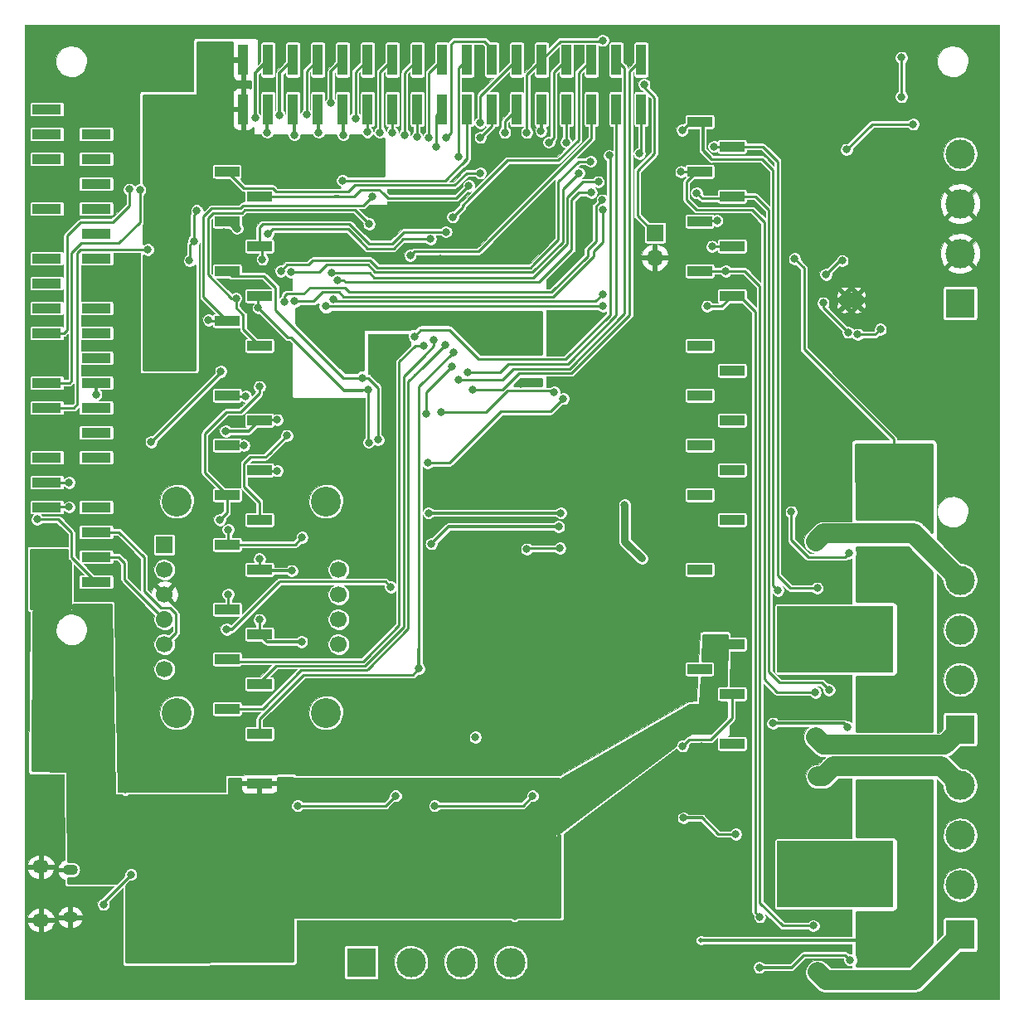
<source format=gbr>
G04 #@! TF.GenerationSoftware,KiCad,Pcbnew,5.99.0-unknown-1463dd1~101~ubuntu20.04.1*
G04 #@! TF.CreationDate,2020-07-08T00:09:35-04:00*
G04 #@! TF.ProjectId,goldhat,676f6c64-6861-4742-9e6b-696361645f70,rev?*
G04 #@! TF.SameCoordinates,Original*
G04 #@! TF.FileFunction,Copper,L2,Bot*
G04 #@! TF.FilePolarity,Positive*
%FSLAX46Y46*%
G04 Gerber Fmt 4.6, Leading zero omitted, Abs format (unit mm)*
G04 Created by KiCad (PCBNEW 5.99.0-unknown-1463dd1~101~ubuntu20.04.1) date 2020-07-08 00:09:35*
%MOMM*%
%LPD*%
G01*
G04 APERTURE LIST*
G04 #@! TA.AperFunction,ComponentPad*
%ADD10C,3.000000*%
G04 #@! TD*
G04 #@! TA.AperFunction,ComponentPad*
%ADD11R,3.000000X3.000000*%
G04 #@! TD*
G04 #@! TA.AperFunction,ComponentPad*
%ADD12O,1.700000X1.700000*%
G04 #@! TD*
G04 #@! TA.AperFunction,ComponentPad*
%ADD13R,1.700000X1.700000*%
G04 #@! TD*
G04 #@! TA.AperFunction,WasherPad*
%ADD14C,3.048000*%
G04 #@! TD*
G04 #@! TA.AperFunction,ComponentPad*
%ADD15C,1.700000*%
G04 #@! TD*
G04 #@! TA.AperFunction,SMDPad,CuDef*
%ADD16R,11.860000X6.780000*%
G04 #@! TD*
G04 #@! TA.AperFunction,ComponentPad*
%ADD17C,1.000000*%
G04 #@! TD*
G04 #@! TA.AperFunction,SMDPad,CuDef*
%ADD18R,2.510000X1.000000*%
G04 #@! TD*
G04 #@! TA.AperFunction,SMDPad,CuDef*
%ADD19R,1.000000X3.150000*%
G04 #@! TD*
G04 #@! TA.AperFunction,SMDPad,CuDef*
%ADD20R,3.000000X1.000000*%
G04 #@! TD*
G04 #@! TA.AperFunction,ComponentPad*
%ADD21O,1.700000X1.350000*%
G04 #@! TD*
G04 #@! TA.AperFunction,ComponentPad*
%ADD22O,1.500000X1.100000*%
G04 #@! TD*
G04 #@! TA.AperFunction,SMDPad,CuDef*
%ADD23R,1.800000X1.600000*%
G04 #@! TD*
G04 #@! TA.AperFunction,ComponentPad*
%ADD24C,0.500000*%
G04 #@! TD*
G04 #@! TA.AperFunction,ViaPad*
%ADD25C,0.800000*%
G04 #@! TD*
G04 #@! TA.AperFunction,ViaPad*
%ADD26C,0.500000*%
G04 #@! TD*
G04 #@! TA.AperFunction,Conductor*
%ADD27C,0.250000*%
G04 #@! TD*
G04 #@! TA.AperFunction,Conductor*
%ADD28C,2.000000*%
G04 #@! TD*
G04 #@! TA.AperFunction,Conductor*
%ADD29C,0.300000*%
G04 #@! TD*
G04 #@! TA.AperFunction,Conductor*
%ADD30C,0.750000*%
G04 #@! TD*
G04 #@! TA.AperFunction,Conductor*
%ADD31C,0.100000*%
G04 #@! TD*
G04 #@! TA.AperFunction,Conductor*
%ADD32C,0.254000*%
G04 #@! TD*
G04 APERTURE END LIST*
D10*
X195750000Y-113445250D03*
D11*
X195750000Y-128685250D03*
D10*
X195750000Y-118525250D03*
X195750000Y-123605250D03*
D12*
X164575000Y-124025000D03*
D13*
X164575000Y-121485000D03*
X114490000Y-153355000D03*
D12*
X114490000Y-160975000D03*
D14*
X115760000Y-148910000D03*
X131000000Y-170500000D03*
X115760000Y-170500000D03*
X131000000Y-148910000D03*
D15*
X132270000Y-155895000D03*
X132270000Y-158435000D03*
X132270000Y-160975000D03*
X132270000Y-163515000D03*
X114490000Y-166055000D03*
X114490000Y-163515000D03*
X114490000Y-160975000D03*
X114490000Y-158435000D03*
X114490000Y-155895000D03*
D16*
X183000000Y-187000000D03*
D17*
X188080000Y-185730000D03*
X188080000Y-187000000D03*
X188080000Y-188270000D03*
X185540000Y-184460000D03*
X185540000Y-185730000D03*
X185540000Y-187000000D03*
X185540000Y-188270000D03*
X185540000Y-189540000D03*
X183000000Y-184460000D03*
X183000000Y-185730000D03*
X183000000Y-187000000D03*
X183000000Y-188270000D03*
X183000000Y-189540000D03*
X180460000Y-184460000D03*
X180460000Y-185730000D03*
X180460000Y-187000000D03*
X180460000Y-188270000D03*
X180460000Y-189540000D03*
X177920000Y-185730000D03*
X177920000Y-187000000D03*
X177920000Y-188270000D03*
D18*
X172455000Y-158420000D03*
X172455000Y-163500000D03*
X172455000Y-168580000D03*
X172455000Y-173660000D03*
X169145000Y-155880000D03*
X169145000Y-160960000D03*
X169145000Y-166040000D03*
X169145000Y-171120000D03*
D16*
X183000000Y-162977070D03*
D17*
X188080000Y-161707070D03*
X188080000Y-162977070D03*
X188080000Y-164247070D03*
X185540000Y-160437070D03*
X185540000Y-161707070D03*
X185540000Y-162977070D03*
X185540000Y-164247070D03*
X185540000Y-165517070D03*
X183000000Y-160437070D03*
X183000000Y-161707070D03*
X183000000Y-162977070D03*
X183000000Y-164247070D03*
X183000000Y-165517070D03*
X180460000Y-160437070D03*
X180460000Y-161707070D03*
X180460000Y-162977070D03*
X180460000Y-164247070D03*
X180460000Y-165517070D03*
X177920000Y-161707070D03*
X177920000Y-162977070D03*
X177920000Y-164247070D03*
D18*
X172455000Y-112700000D03*
X172455000Y-117780000D03*
X172455000Y-122860000D03*
X172455000Y-127940000D03*
X169145000Y-110160000D03*
X169145000Y-115240000D03*
X169145000Y-120320000D03*
X169145000Y-125400000D03*
D19*
X165720000Y-108875000D03*
X165720000Y-103825000D03*
X163180000Y-108875000D03*
X163180000Y-103825000D03*
X160640000Y-108875000D03*
X160640000Y-103825000D03*
X158100000Y-108875000D03*
X158100000Y-103825000D03*
X155560000Y-108875000D03*
X155560000Y-103825000D03*
X153020000Y-108875000D03*
X153020000Y-103825000D03*
X150480000Y-108875000D03*
X150480000Y-103825000D03*
X147940000Y-108875000D03*
X147940000Y-103825000D03*
X145400000Y-108875000D03*
X145400000Y-103825000D03*
X142860000Y-108875000D03*
X142860000Y-103825000D03*
X140320000Y-108875000D03*
X140320000Y-103825000D03*
X137780000Y-108875000D03*
X137780000Y-103825000D03*
X135240000Y-108875000D03*
X135240000Y-103825000D03*
X132700000Y-108875000D03*
X132700000Y-103825000D03*
X130160000Y-108875000D03*
X130160000Y-103825000D03*
X127620000Y-108875000D03*
X127620000Y-103825000D03*
X125080000Y-108875000D03*
X125080000Y-103825000D03*
X122540000Y-108875000D03*
X122540000Y-103825000D03*
D20*
X102480000Y-108870000D03*
X107520000Y-108870000D03*
X102480000Y-111410000D03*
X107520000Y-111410000D03*
X102480000Y-113950000D03*
X107520000Y-113950000D03*
X102480000Y-116490000D03*
X107520000Y-116490000D03*
X102480000Y-119030000D03*
X107520000Y-119030000D03*
X102480000Y-121570000D03*
X107520000Y-121570000D03*
X102480000Y-124110000D03*
X107520000Y-124110000D03*
X102480000Y-126650000D03*
X107520000Y-126650000D03*
X102480000Y-129190000D03*
X107520000Y-129190000D03*
X102480000Y-131730000D03*
X107520000Y-131730000D03*
X102480000Y-134270000D03*
X107520000Y-134270000D03*
X102480000Y-136810000D03*
X107520000Y-136810000D03*
X102480000Y-139350000D03*
X107520000Y-139350000D03*
X102480000Y-141890000D03*
X107520000Y-141890000D03*
X102480000Y-144430000D03*
X107520000Y-144430000D03*
X102480000Y-146970000D03*
X107520000Y-146970000D03*
X102480000Y-149510000D03*
X107520000Y-149510000D03*
X102480000Y-152050000D03*
X107520000Y-152050000D03*
X102480000Y-154590000D03*
X107520000Y-154590000D03*
X102480000Y-157130000D03*
X107520000Y-157130000D03*
D18*
X124195000Y-117780000D03*
X124195000Y-122860000D03*
X124195000Y-127940000D03*
X124195000Y-133020000D03*
X120885000Y-115240000D03*
X120885000Y-120320000D03*
X120885000Y-125400000D03*
X120885000Y-130480000D03*
X120885000Y-175184000D03*
X120885000Y-170104000D03*
X120885000Y-165024000D03*
X120885000Y-159944000D03*
X124195000Y-177724000D03*
X124195000Y-172644000D03*
X124195000Y-167564000D03*
X124195000Y-162484000D03*
X120885000Y-153340000D03*
X120885000Y-148260000D03*
X120885000Y-143180000D03*
X120885000Y-138100000D03*
X124195000Y-155880000D03*
X124195000Y-150800000D03*
X124195000Y-145720000D03*
X124195000Y-140640000D03*
X172455000Y-135560000D03*
X172455000Y-140640000D03*
X172455000Y-145720000D03*
X172455000Y-150800000D03*
X169145000Y-133020000D03*
X169145000Y-138100000D03*
X169145000Y-143180000D03*
X169145000Y-148260000D03*
D10*
X195750000Y-177920000D03*
D11*
X195750000Y-193160000D03*
D10*
X195750000Y-183000000D03*
X195750000Y-188080000D03*
X195750000Y-156960000D03*
D11*
X195750000Y-172200000D03*
D10*
X195750000Y-162040000D03*
X195750000Y-167120000D03*
D21*
X101885000Y-191690000D03*
X101885000Y-186230000D03*
D22*
X104885000Y-191380000D03*
X104885000Y-186540000D03*
D10*
X149840000Y-196000000D03*
D11*
X134600000Y-196000000D03*
D10*
X144760000Y-196000000D03*
X139680000Y-196000000D03*
D23*
X184619000Y-128355500D03*
D24*
X183969000Y-128905500D03*
X183969000Y-127805500D03*
X185269000Y-128905500D03*
X185269000Y-127805500D03*
D25*
X110520000Y-178350000D03*
X114170000Y-173620000D03*
X103590000Y-177710000D03*
X110550000Y-172970000D03*
X108270000Y-190080000D03*
X111075000Y-187015000D03*
D26*
X116350000Y-186300000D03*
D25*
X154275000Y-137775000D03*
X155225000Y-138425000D03*
X142750000Y-139825000D03*
X136310566Y-142621942D03*
X135350000Y-142900000D03*
X141375000Y-145000000D03*
X194300000Y-185450000D03*
X157925000Y-153900000D03*
X156375000Y-165400000D03*
X127950000Y-159325000D03*
X120925000Y-167375000D03*
X121250000Y-173350000D03*
X171275000Y-153100000D03*
X181325000Y-150275000D03*
X182525000Y-146650000D03*
X182450000Y-139125000D03*
X188225000Y-138450000D03*
X170900000Y-132025000D03*
X159900000Y-146600000D03*
X160725000Y-133650000D03*
X142050000Y-130500000D03*
X133112500Y-130637500D03*
X110100000Y-104925000D03*
X104750000Y-115150000D03*
X101925000Y-106500000D03*
X110525000Y-113600000D03*
X111025000Y-125000000D03*
X111150000Y-127750000D03*
X110300000Y-130800000D03*
X103900000Y-135125000D03*
X104800000Y-141925000D03*
X102850000Y-152525000D03*
X110250000Y-158750000D03*
X159250000Y-101850000D03*
X163475000Y-106350000D03*
X167400000Y-173900000D03*
X107025000Y-198100000D03*
X124625000Y-198050000D03*
X157300000Y-198100000D03*
X194800000Y-198750000D03*
X173650000Y-198375000D03*
X196675000Y-175500000D03*
X195820000Y-153800000D03*
X198000000Y-138750000D03*
X169350000Y-173950000D03*
X162250000Y-168200000D03*
X156900000Y-174300000D03*
X164100000Y-181850000D03*
X140050000Y-169600000D03*
X150700000Y-168200000D03*
X142900000Y-159600000D03*
X136000000Y-158600000D03*
X151500000Y-153800000D03*
X154900000Y-153700000D03*
X120800000Y-103250000D03*
X119150000Y-103225000D03*
X104400000Y-158550000D03*
X104900000Y-175600000D03*
X183700000Y-124350000D03*
X187600000Y-131350000D03*
X185273419Y-131879039D03*
X181750000Y-128650000D03*
X184300000Y-131650000D03*
X182050000Y-125750000D03*
X178850000Y-124150000D03*
X177150000Y-158000000D03*
X135300000Y-137550000D03*
X134725000Y-136300000D03*
X128550000Y-152600000D03*
X124500000Y-124200000D03*
X132200000Y-126374989D03*
X158800000Y-116300000D03*
X156800000Y-115400000D03*
X158000000Y-114200000D03*
X159900000Y-113600000D03*
X163000000Y-113400000D03*
X131543629Y-125556371D03*
X139700000Y-120600000D03*
X136200000Y-121500000D03*
X135400000Y-120600000D03*
X136187347Y-114012653D03*
X134000000Y-109800000D03*
X135200000Y-111200000D03*
X126575000Y-113625000D03*
X125075000Y-113650000D03*
X126950000Y-123450000D03*
X126400000Y-125400000D03*
X127423364Y-125501331D03*
X131766841Y-128275000D03*
X131000000Y-129000000D03*
X121800000Y-118200000D03*
X175300000Y-191350000D03*
X159250000Y-127750000D03*
X171800000Y-125400000D03*
X169900000Y-129000000D03*
X159275000Y-129001548D03*
X124075000Y-129150000D03*
X159210000Y-118160000D03*
X126751537Y-128505470D03*
X127750000Y-128450000D03*
X159275000Y-119180000D03*
X143937500Y-119880000D03*
X145580000Y-116680000D03*
X146740000Y-115400000D03*
X141679082Y-122119082D03*
X110920000Y-117070000D03*
X163250000Y-154750000D03*
X161500000Y-149250000D03*
X116000000Y-134750000D03*
X114500000Y-134750000D03*
X113000000Y-134750000D03*
X120250000Y-135650000D03*
X113150000Y-142850000D03*
X120150000Y-150800000D03*
X146350000Y-106300000D03*
X156200000Y-100900000D03*
X132680010Y-116150000D03*
X129000000Y-109450000D03*
X112000000Y-117100000D03*
X164300000Y-101400000D03*
X146700000Y-113800000D03*
X149200000Y-116800000D03*
X149300000Y-123600000D03*
X153900000Y-118600000D03*
X154000000Y-121800000D03*
X139600000Y-123800000D03*
X154450000Y-131000000D03*
X154650000Y-143900000D03*
X143872304Y-135157621D03*
X126850000Y-133200000D03*
D26*
X114850000Y-115800000D03*
D25*
X134850000Y-149200000D03*
X137450000Y-141450000D03*
X137850000Y-132700000D03*
X152250000Y-130400000D03*
X150950000Y-130300000D03*
X150850000Y-136900000D03*
X138850000Y-130500000D03*
X135500000Y-130650000D03*
X131950000Y-131800000D03*
X184150000Y-113000000D03*
X190950000Y-110400000D03*
X189750000Y-103600000D03*
X189750000Y-107600000D03*
D26*
X115700000Y-119600000D03*
X112950000Y-129350000D03*
X112950000Y-124850000D03*
D25*
X174109000Y-175920000D03*
X172839000Y-186207000D03*
X176649000Y-176809000D03*
X180758000Y-192258000D03*
X172839000Y-182905000D03*
X176630001Y-171583001D03*
X180967000Y-168427000D03*
X182364000Y-168173000D03*
X121912000Y-121056000D03*
X121950000Y-123850000D03*
X125087000Y-121564000D03*
X138650000Y-124250000D03*
X142650000Y-124150000D03*
X133596000Y-122961000D03*
X120591200Y-121462400D03*
X123600000Y-120000000D03*
X120950000Y-133300000D03*
X123750000Y-130400000D03*
X121950000Y-127000000D03*
X107650000Y-187200000D03*
X106450000Y-187200000D03*
D26*
X112450000Y-190000000D03*
X119950000Y-189200000D03*
X120050000Y-194700000D03*
X111750000Y-194600000D03*
D25*
X184269000Y-171983000D03*
X167362500Y-111007500D03*
X176522000Y-195478000D03*
X184396000Y-154203000D03*
X143244082Y-121394082D03*
X152950000Y-111100000D03*
X141450000Y-150100000D03*
X154950000Y-150100000D03*
X178500000Y-150000000D03*
X181153000Y-157785000D03*
X137592000Y-157658000D03*
X120828000Y-161976000D03*
X188392000Y-150165000D03*
X187376000Y-150165000D03*
X186487000Y-150165000D03*
X185598000Y-150165000D03*
D26*
X169250000Y-193750000D03*
D25*
X184500000Y-195750000D03*
X175250000Y-196500000D03*
X167500000Y-181250000D03*
X123750000Y-109750000D03*
X125000000Y-111250000D03*
X126250000Y-109500000D03*
X127750000Y-111500000D03*
X130250000Y-111250000D03*
X131500000Y-108250000D03*
X132750000Y-111500000D03*
X120750000Y-141750000D03*
X135702804Y-117815465D03*
X127500000Y-156000000D03*
X154740000Y-151500000D03*
X141750000Y-153250000D03*
X146250000Y-173000000D03*
X128500000Y-163250000D03*
X140500000Y-166000000D03*
X107500000Y-138000000D03*
X104500000Y-156000000D03*
X102500000Y-158500000D03*
X102500000Y-156000000D03*
X142000000Y-132400000D03*
X140950000Y-133060000D03*
X130750000Y-181750000D03*
X128000000Y-181750000D03*
X129500000Y-181750000D03*
X144750000Y-181750000D03*
X143500000Y-181750000D03*
X142000000Y-181750000D03*
X150250000Y-191250000D03*
X151250000Y-189750000D03*
X149250000Y-189750000D03*
X153000000Y-185500000D03*
X152000000Y-186500000D03*
X154000000Y-186500000D03*
X139250000Y-185500000D03*
X140000000Y-186500000D03*
X138250000Y-186500000D03*
X136250000Y-190750000D03*
X137000000Y-189750000D03*
X135500000Y-189750000D03*
X170430000Y-122890000D03*
X167250000Y-115270000D03*
X170920000Y-120250000D03*
X168830000Y-117420000D03*
X158100000Y-117390000D03*
X170620000Y-112680000D03*
X143980000Y-133710000D03*
X143160000Y-132910000D03*
X140000000Y-132100000D03*
X124200000Y-161000000D03*
X121000000Y-158400000D03*
X124200000Y-154800000D03*
X121000000Y-151800000D03*
X124200000Y-137200000D03*
X127000000Y-142200000D03*
X126000000Y-145800000D03*
X122600000Y-143200000D03*
X126000000Y-140600000D03*
X122800000Y-138200000D03*
X119000000Y-130400000D03*
X121800000Y-128200000D03*
X112808525Y-123210633D03*
X117050846Y-124349154D03*
X117800000Y-119214000D03*
X117496292Y-122325000D03*
X142100000Y-180000000D03*
X152100000Y-179000000D03*
X138100000Y-179000000D03*
X128100000Y-180000000D03*
X155500000Y-112250000D03*
X153750000Y-112250000D03*
X151500000Y-111250000D03*
X149250000Y-111250000D03*
X146750000Y-110250000D03*
X144512653Y-113762653D03*
X146750000Y-111750000D03*
X143250000Y-111750000D03*
X142250000Y-112750000D03*
X141500000Y-111750000D03*
X140262653Y-111737347D03*
X139000000Y-111500000D03*
X137750000Y-111250000D03*
X136500000Y-111250000D03*
X141250000Y-140000000D03*
X146000000Y-137500000D03*
X145500000Y-135775000D03*
X144500000Y-136500000D03*
X185884000Y-154356000D03*
X186884000Y-154356000D03*
X187884000Y-154356000D03*
X181000000Y-153000000D03*
X186000000Y-196000000D03*
X187000000Y-196000000D03*
X188000000Y-196000000D03*
X188000000Y-172000000D03*
X187000000Y-172000000D03*
X186000000Y-172000000D03*
X188000000Y-178000000D03*
X187000000Y-178000000D03*
X186000000Y-178000000D03*
X181200000Y-177000000D03*
X181200000Y-197000000D03*
X181000000Y-173000000D03*
X104750000Y-147000000D03*
X104750000Y-149500000D03*
X101500000Y-150750000D03*
D27*
X108270000Y-189820000D02*
X108270000Y-190080000D01*
X111075000Y-187015000D02*
X108270000Y-189820000D01*
X154125001Y-137625001D02*
X154275000Y-137775000D01*
X152524999Y-137625001D02*
X154125001Y-137625001D01*
X155225000Y-138425000D02*
X153900000Y-139750000D01*
X148850000Y-139750000D02*
X147687500Y-140912500D01*
X143600000Y-145000000D02*
X147687500Y-140912500D01*
X153900000Y-139750000D02*
X148850000Y-139750000D01*
X149511409Y-137625001D02*
X152524999Y-137625001D01*
X147311410Y-139825000D02*
X149511409Y-137625001D01*
X142750000Y-139825000D02*
X147311410Y-139825000D01*
X134725000Y-136300000D02*
X135290685Y-136300000D01*
X135290685Y-136300000D02*
X136310566Y-137319881D01*
X136310566Y-137319881D02*
X136310566Y-142621942D01*
X141375000Y-145000000D02*
X143600000Y-145000000D01*
X135300000Y-142850000D02*
X135350000Y-142900000D01*
X135300000Y-137550000D02*
X135300000Y-142850000D01*
X159175010Y-101924990D02*
X159250000Y-101850000D01*
X154920010Y-101924990D02*
X159175010Y-101924990D01*
X153020000Y-103825000D02*
X154920010Y-101924990D01*
X163475000Y-106635364D02*
X163475000Y-106350000D01*
X164525000Y-107685364D02*
X163475000Y-106635364D01*
X164525000Y-113400000D02*
X164525000Y-107685364D01*
X162775000Y-119725000D02*
X162775000Y-115150000D01*
X164575000Y-121485000D02*
X164535000Y-121485000D01*
X162775000Y-115150000D02*
X164525000Y-113400000D01*
X164535000Y-121485000D02*
X162775000Y-119725000D01*
X172455000Y-168580000D02*
X172455000Y-171020000D01*
X172455000Y-171020000D02*
X170250001Y-173224999D01*
X170250001Y-173224999D02*
X168075001Y-173224999D01*
X168075001Y-173224999D02*
X167400000Y-173900000D01*
D28*
X181200000Y-197000000D02*
X182000000Y-197800000D01*
X182000000Y-197800000D02*
X191110000Y-197800000D01*
X191110000Y-197800000D02*
X195750000Y-193160000D01*
D27*
X156200000Y-179550000D02*
X154200000Y-179550000D01*
X151600000Y-153700000D02*
X151500000Y-153800000D01*
X154900000Y-153700000D02*
X151600000Y-153700000D01*
X102400000Y-159350000D02*
X102400000Y-160900000D01*
X183450000Y-124350000D02*
X182050000Y-125750000D01*
X183700000Y-124350000D02*
X183450000Y-124350000D01*
X187070961Y-131879039D02*
X187600000Y-131350000D01*
X185273419Y-131879039D02*
X187070961Y-131879039D01*
X181750000Y-129100000D02*
X181750000Y-128650000D01*
X184300000Y-131650000D02*
X181750000Y-129100000D01*
X179800000Y-133400000D02*
X188950000Y-142550000D01*
X178850000Y-124150000D02*
X179800000Y-125100000D01*
X179800000Y-125100000D02*
X179800000Y-133400000D01*
X188950000Y-142550000D02*
X188950000Y-143750000D01*
X167800000Y-117463002D02*
X167800000Y-118100000D01*
X168860000Y-115240000D02*
X167800000Y-116300000D01*
X169145000Y-115240000D02*
X168860000Y-115240000D01*
X167800000Y-116300000D02*
X167800000Y-117463002D01*
X174501000Y-119151000D02*
X169651000Y-119151000D01*
X167800000Y-118100000D02*
X168851000Y-119151000D01*
X169651000Y-119151000D02*
X169465798Y-119151000D01*
X168851000Y-119151000D02*
X169651000Y-119151000D01*
X184500000Y-195750000D02*
X184000000Y-195250000D01*
X184000000Y-195250000D02*
X179750000Y-195250000D01*
D29*
X175250000Y-196500000D02*
X178500000Y-196500000D01*
D27*
X179750000Y-195250000D02*
X178500000Y-196500000D01*
X137592000Y-157658000D02*
X137050000Y-157116000D01*
X137050000Y-157116000D02*
X126253685Y-157116000D01*
X126253685Y-157116000D02*
X126124686Y-157244999D01*
X176650020Y-157500020D02*
X176650020Y-157350000D01*
X177150000Y-158000000D02*
X176650020Y-157500020D01*
X132800000Y-137550000D02*
X132200000Y-136950000D01*
X132200000Y-136950000D02*
X127400000Y-132150000D01*
X132820589Y-137570589D02*
X132200000Y-136950000D01*
X135300000Y-137550000D02*
X132800000Y-137550000D01*
X132025000Y-135575000D02*
X125850000Y-129400000D01*
X134725000Y-136300000D02*
X132750000Y-136300000D01*
X132750000Y-136300000D02*
X132025000Y-135575000D01*
X120885000Y-153340000D02*
X127810000Y-153340000D01*
X127810000Y-153340000D02*
X128550000Y-152600000D01*
X181153000Y-157785000D02*
X178385030Y-157785000D01*
X175600000Y-112700000D02*
X172455000Y-112700000D01*
X178385030Y-157785000D02*
X177100030Y-156500000D01*
X177100030Y-156500000D02*
X177100030Y-114200030D01*
X177100030Y-114200030D02*
X175600000Y-112700000D01*
X175530000Y-113970000D02*
X170358000Y-113970000D01*
X176650020Y-157350000D02*
X176650020Y-115090020D01*
X176650020Y-115090020D02*
X175530000Y-113970000D01*
X177300000Y-167450000D02*
X176200010Y-166350010D01*
X177450000Y-167450000D02*
X177300000Y-167450000D01*
X174830000Y-117780000D02*
X172455000Y-117780000D01*
X176200010Y-166350010D02*
X176200010Y-119150010D01*
X176200010Y-119150010D02*
X174830000Y-117780000D01*
X177077000Y-168427000D02*
X175750000Y-167100000D01*
X175750000Y-167100000D02*
X175750000Y-120400000D01*
X175750000Y-120400000D02*
X174501000Y-119151000D01*
X182364000Y-168173000D02*
X181641000Y-167450000D01*
X181641000Y-167450000D02*
X177450000Y-167450000D01*
X180967000Y-168427000D02*
X177077000Y-168427000D01*
X124500000Y-124200000D02*
X124500000Y-123165000D01*
X124500000Y-123165000D02*
X124195000Y-122860000D01*
X132824989Y-126374989D02*
X132200000Y-126374989D01*
X156718205Y-116818205D02*
X157046411Y-116489999D01*
X155625020Y-117911390D02*
X156718205Y-116818205D01*
X158800000Y-116300000D02*
X157236410Y-116300000D01*
X157236410Y-116300000D02*
X156718205Y-116818205D01*
X155175011Y-117975011D02*
X155175011Y-117724989D01*
X155175011Y-122424989D02*
X155175011Y-117975011D01*
X156800000Y-115400000D02*
X155175011Y-117024989D01*
X155175011Y-117024989D02*
X155175011Y-117975011D01*
X158000000Y-114200000D02*
X156800000Y-114200000D01*
X154725001Y-118325001D02*
X154725001Y-117249999D01*
X156800000Y-114200000D02*
X154725001Y-116274999D01*
X154725001Y-122224999D02*
X154725001Y-118325001D01*
X154725001Y-116274999D02*
X154725001Y-118325001D01*
X163180000Y-108875000D02*
X163180000Y-113220000D01*
X160000000Y-123812500D02*
X160000000Y-125100000D01*
X163180000Y-113220000D02*
X163000000Y-113400000D01*
X159900000Y-113600000D02*
X160000000Y-113700000D01*
X160000000Y-113700000D02*
X160000000Y-125100000D01*
X160000000Y-125100000D02*
X160000000Y-128840000D01*
X131700000Y-125600000D02*
X135463590Y-125600000D01*
X135463590Y-125600000D02*
X135913590Y-126050000D01*
X156810000Y-117390000D02*
X156075030Y-118124970D01*
X156075030Y-118124970D02*
X156075030Y-123192232D01*
X158100000Y-117390000D02*
X156810000Y-117390000D01*
X152757272Y-126509990D02*
X154333631Y-124933631D01*
X156075030Y-123192232D02*
X154333631Y-124933631D01*
X155625020Y-122611390D02*
X155625020Y-117911390D01*
X152186410Y-126050000D02*
X155625020Y-122611390D01*
X152050000Y-126050000D02*
X152186410Y-126050000D01*
X135913590Y-126050000D02*
X152050000Y-126050000D01*
X136000010Y-125500010D02*
X152099990Y-125500010D01*
X136000000Y-125500000D02*
X136000010Y-125500010D01*
X152099990Y-125500010D02*
X155175011Y-122424989D01*
X135500000Y-124300000D02*
X136250000Y-125050000D01*
X152275000Y-124675000D02*
X154725001Y-122224999D01*
X136250000Y-125050000D02*
X151900000Y-125050000D01*
X151900000Y-125050000D02*
X152275000Y-124675000D01*
X132238632Y-124761368D02*
X132551378Y-124761368D01*
X135261368Y-124761368D02*
X136000000Y-125500000D01*
X131038632Y-124761368D02*
X132238632Y-124761368D01*
X132238632Y-124761368D02*
X135261368Y-124761368D01*
X129652660Y-124300000D02*
X132600000Y-124300000D01*
X132600000Y-124300000D02*
X135500000Y-124300000D01*
X122395860Y-119454150D02*
X122700000Y-119150010D01*
X121954150Y-119454150D02*
X119493788Y-119454150D01*
X121954150Y-119454150D02*
X122395860Y-119454150D01*
X122700000Y-119150010D02*
X133950010Y-119150010D01*
X133950010Y-119150010D02*
X134254150Y-119454150D01*
X122220858Y-118979142D02*
X122500000Y-118700000D01*
X121120858Y-118979142D02*
X119332386Y-118979142D01*
X122500000Y-118700000D02*
X134818269Y-118700000D01*
X121120858Y-118979142D02*
X122220858Y-118979142D01*
X134818269Y-118700000D02*
X135702804Y-117815465D01*
X134631991Y-121831991D02*
X135400000Y-122600000D01*
X134612000Y-121831991D02*
X134631991Y-121831991D01*
X139005918Y-121394082D02*
X143244082Y-121394082D01*
X135400000Y-122600000D02*
X137763590Y-122600000D01*
X137763590Y-122600000D02*
X138969508Y-121394082D01*
X138969508Y-121394082D02*
X139005918Y-121394082D01*
X134412001Y-122312001D02*
X135200000Y-123100000D01*
X134412001Y-122282001D02*
X134412001Y-122312001D01*
X135200000Y-123100000D02*
X137900000Y-123100000D01*
X141679082Y-122119082D02*
X138880918Y-122119082D01*
X137900000Y-123100000D02*
X138880918Y-122119082D01*
X135400000Y-120600000D02*
X134254150Y-119454150D01*
X134000000Y-109800000D02*
X134000000Y-105065000D01*
X135200000Y-111200000D02*
X135200000Y-108915000D01*
X135200000Y-108915000D02*
X135240000Y-108875000D01*
X127023670Y-124776330D02*
X129176330Y-124776330D01*
X126400000Y-125400000D02*
X127023670Y-124776330D01*
X129176330Y-124776330D02*
X129652660Y-124300000D01*
X130098669Y-125501331D02*
X130298669Y-125501331D01*
X130298669Y-125501331D02*
X131038632Y-124761368D01*
X127423364Y-125501331D02*
X130098669Y-125501331D01*
X132824989Y-126374989D02*
X132959990Y-126509990D01*
X126966323Y-127724999D02*
X128724999Y-127724999D01*
X126751537Y-127939785D02*
X126966323Y-127724999D01*
X126751537Y-128505470D02*
X126751537Y-127939785D01*
X129350009Y-127099989D02*
X132913579Y-127099989D01*
X128724999Y-127724999D02*
X129350009Y-127099989D01*
X132913579Y-127099989D02*
X133363590Y-127550000D01*
X130600000Y-127600000D02*
X130650001Y-127549999D01*
X130650001Y-127549999D02*
X132349999Y-127549999D01*
X127750000Y-128450000D02*
X129750000Y-128450000D01*
X129750000Y-128450000D02*
X130600000Y-127600000D01*
X154200000Y-128000000D02*
X133600000Y-128000000D01*
X133600000Y-128000000D02*
X133150000Y-128000000D01*
X132349999Y-127549999D02*
X132800000Y-128000000D01*
X132800000Y-128000000D02*
X133600000Y-128000000D01*
X131766841Y-128275000D02*
X131766841Y-128366841D01*
X131766841Y-128366841D02*
X131900000Y-128500000D01*
X131900000Y-128500000D02*
X132594867Y-128500000D01*
X132011865Y-128990000D02*
X133790000Y-128990000D01*
X133780000Y-129000000D02*
X133790000Y-128990000D01*
X133790000Y-128990000D02*
X155360000Y-128990000D01*
X131000000Y-129000000D02*
X133780000Y-129000000D01*
X124195000Y-171105000D02*
X128689970Y-166610030D01*
X124195000Y-172644000D02*
X124195000Y-171105000D01*
X128689970Y-166610030D02*
X139889970Y-166610030D01*
X139889970Y-166610030D02*
X140500000Y-166000000D01*
X135304606Y-166018214D02*
X139375021Y-161947799D01*
X120885000Y-170104000D02*
X124506020Y-170104000D01*
X124506020Y-170104000D02*
X128450000Y-166160020D01*
X128450000Y-166160020D02*
X135162800Y-166160020D01*
X139375021Y-136694979D02*
X140935000Y-135135000D01*
X135162800Y-166160020D02*
X135304606Y-166018214D01*
X139375021Y-161947799D02*
X139375021Y-136694979D01*
X143160000Y-132910000D02*
X140935000Y-135135000D01*
X140935000Y-135135000D02*
X139970019Y-136099981D01*
X124195000Y-167405000D02*
X125889990Y-165710010D01*
X124195000Y-167564000D02*
X124195000Y-167405000D01*
X135118205Y-165568205D02*
X138925011Y-161761399D01*
X125889990Y-165710010D02*
X134976400Y-165710010D01*
X134976400Y-165710010D02*
X135118205Y-165568205D01*
X142000000Y-133068202D02*
X140934101Y-134134101D01*
X138925011Y-161761399D02*
X138925011Y-136143191D01*
X138925011Y-136143191D02*
X140934101Y-134134101D01*
X134110000Y-165260000D02*
X121121000Y-165260000D01*
X135125000Y-164925000D02*
X138475001Y-161574999D01*
X134110000Y-165260000D02*
X134790000Y-165260000D01*
X134790000Y-165260000D02*
X135125000Y-164925000D01*
X138475001Y-161574999D02*
X138475001Y-134674999D01*
X138475001Y-134674999D02*
X140090000Y-133060000D01*
X140090000Y-133060000D02*
X140950000Y-133060000D01*
X173750000Y-125400000D02*
X171800000Y-125400000D01*
X175284011Y-189934011D02*
X175284011Y-126934011D01*
X175284011Y-126934011D02*
X173750000Y-125400000D01*
X177608000Y-192258000D02*
X175284011Y-189934011D01*
X180758000Y-192258000D02*
X177608000Y-192258000D01*
X174834001Y-190884001D02*
X175300000Y-191350000D01*
X174834001Y-190234001D02*
X174834001Y-190884001D01*
X174834001Y-188984001D02*
X174834001Y-190234001D01*
X173240000Y-127940000D02*
X174834001Y-129534001D01*
X174834001Y-129534001D02*
X174834001Y-188984001D01*
X172455000Y-127940000D02*
X173240000Y-127940000D01*
X158500000Y-128500000D02*
X159250000Y-127750000D01*
X154500000Y-128500000D02*
X158500000Y-128500000D01*
X171800000Y-125400000D02*
X169145000Y-125400000D01*
X157310000Y-128990000D02*
X159263452Y-128990000D01*
X171395000Y-129000000D02*
X172455000Y-127940000D01*
X159263452Y-128990000D02*
X159275000Y-129001548D01*
X169900000Y-129000000D02*
X171395000Y-129000000D01*
X155360000Y-128990000D02*
X157310000Y-128990000D01*
X124075000Y-129150000D02*
X124075000Y-128060000D01*
X124075000Y-128060000D02*
X124195000Y-127940000D01*
X124075000Y-129150000D02*
X127075000Y-132150000D01*
X127075000Y-132150000D02*
X127400000Y-132150000D01*
X125850000Y-128150000D02*
X125850000Y-127100000D01*
X125850000Y-129400000D02*
X125850000Y-128150000D01*
X124150000Y-125900000D02*
X121385000Y-125900000D01*
X125850000Y-127100000D02*
X124650000Y-125900000D01*
X124650000Y-125900000D02*
X124150000Y-125900000D01*
X154000000Y-127550000D02*
X157700000Y-123850000D01*
X158550000Y-122400000D02*
X158550000Y-118820000D01*
X152600000Y-127550000D02*
X154000000Y-127550000D01*
X157700000Y-123250000D02*
X158550000Y-122400000D01*
X157700000Y-123850000D02*
X157700000Y-123250000D01*
X158550000Y-118820000D02*
X159210000Y-118160000D01*
X133363590Y-127550000D02*
X152600000Y-127550000D01*
X158300000Y-123900000D02*
X154200000Y-128000000D01*
X159275000Y-122425000D02*
X158300000Y-123400000D01*
X158300000Y-123400000D02*
X158300000Y-123900000D01*
X159275000Y-119180000D02*
X159275000Y-122425000D01*
X132700000Y-128500000D02*
X132594867Y-128500000D01*
X154500000Y-128500000D02*
X132700000Y-128500000D01*
X153790000Y-134400000D02*
X155470000Y-134400000D01*
X153790000Y-134400000D02*
X146550000Y-134400000D01*
X155470000Y-134400000D02*
X160000000Y-129870000D01*
X160000000Y-129870000D02*
X160000000Y-128840000D01*
X154195000Y-134875000D02*
X155705000Y-134875000D01*
X160640000Y-129940000D02*
X160640000Y-128990000D01*
X154195000Y-134875000D02*
X149625000Y-134875000D01*
X160640000Y-123860000D02*
X160640000Y-128990000D01*
X155705000Y-134875000D02*
X160640000Y-129940000D01*
X154375000Y-135375000D02*
X155845000Y-135375000D01*
X154375000Y-135375000D02*
X150125000Y-135375000D01*
X161465010Y-124034990D02*
X161465010Y-128665010D01*
X155845000Y-135375000D02*
X161465010Y-129754990D01*
X161465010Y-129754990D02*
X161465010Y-128665010D01*
X151935000Y-135825000D02*
X156045000Y-135825000D01*
X151935000Y-135825000D02*
X150675000Y-135825000D01*
X162000000Y-124500000D02*
X162000000Y-128670000D01*
X156045000Y-135825000D02*
X162000000Y-129870000D01*
X162000000Y-129870000D02*
X162000000Y-128670000D01*
X144927000Y-118890500D02*
X143937500Y-119880000D01*
X144927000Y-118700000D02*
X144927000Y-118890500D01*
X144310000Y-117950000D02*
X143160000Y-117950000D01*
X143160000Y-117950000D02*
X137300000Y-117950000D01*
X145580000Y-116680000D02*
X144310000Y-117950000D01*
X145360000Y-115400000D02*
X146740000Y-115400000D01*
X143775000Y-116625000D02*
X135495000Y-116625000D01*
X144135000Y-116625000D02*
X145360000Y-115400000D01*
X143775000Y-116625000D02*
X144135000Y-116625000D01*
X119332386Y-118979142D02*
X118479990Y-119831538D01*
X118479990Y-119831538D02*
X118479990Y-128074990D01*
X118479990Y-128074990D02*
X120885000Y-130480000D01*
X119493788Y-119454150D02*
X118930000Y-120017938D01*
X118930000Y-120017938D02*
X118930000Y-125785002D01*
X118930000Y-125785002D02*
X121344998Y-128200000D01*
X121344998Y-128200000D02*
X121800000Y-128200000D01*
X125541000Y-121110000D02*
X133240000Y-121110000D01*
X125087000Y-121564000D02*
X125541000Y-121110000D01*
X133240000Y-121110000D02*
X134412001Y-122282001D01*
X109995000Y-119655000D02*
X109250000Y-120400000D01*
X110850000Y-118800000D02*
X109995000Y-119655000D01*
X110920000Y-118730000D02*
X109995000Y-119655000D01*
X110920000Y-117070000D02*
X110920000Y-118730000D01*
X133820000Y-117780000D02*
X124195000Y-117780000D01*
X131950000Y-117780000D02*
X133820000Y-117780000D01*
D29*
X131950000Y-117780000D02*
X132270000Y-117780000D01*
D27*
X135524536Y-117075464D02*
X136015464Y-117075464D01*
X136015464Y-117075464D02*
X136425464Y-117075464D01*
X133820000Y-117780000D02*
X134524536Y-117075464D01*
X134524536Y-117075464D02*
X136015464Y-117075464D01*
X132385000Y-117275000D02*
X133255000Y-117275000D01*
X132385000Y-117275000D02*
X125925000Y-117275000D01*
X133255000Y-117275000D02*
X133905000Y-116625000D01*
X133905000Y-116625000D02*
X135495000Y-116625000D01*
D30*
X161500000Y-153000000D02*
X163250000Y-154750000D01*
X161500000Y-149250000D02*
X161500000Y-153000000D01*
D27*
X120250000Y-135750000D02*
X120250000Y-135650000D01*
X113150000Y-142850000D02*
X120250000Y-135750000D01*
X120885000Y-150065000D02*
X120150000Y-150800000D01*
X120885000Y-148260000D02*
X120885000Y-150065000D01*
X143183508Y-116150000D02*
X145400000Y-113933508D01*
X132680010Y-116150000D02*
X143183508Y-116150000D01*
X145400000Y-113933508D02*
X145400000Y-108875000D01*
X129000000Y-109450000D02*
X129000000Y-104985000D01*
X129000000Y-104985000D02*
X130160000Y-103825000D01*
X125925000Y-117275000D02*
X125575000Y-116925000D01*
X122570000Y-116925000D02*
X120885000Y-115240000D01*
X125575000Y-116925000D02*
X122570000Y-116925000D01*
X135384603Y-117075464D02*
X135524536Y-117075464D01*
X112000000Y-118200000D02*
X112000000Y-120400000D01*
X112000000Y-120400000D02*
X109850010Y-122549990D01*
X112000000Y-117100000D02*
X112000000Y-118200000D01*
X139999999Y-123400001D02*
X143100001Y-123400001D01*
X145663500Y-117963500D02*
X149530000Y-114097000D01*
X144927000Y-118700000D02*
X145663500Y-117963500D01*
X147188500Y-122788500D02*
X147788500Y-122188500D01*
X139600000Y-123800000D02*
X139999999Y-123400001D01*
X146989999Y-122987001D02*
X147188500Y-122788500D01*
X143100002Y-123400000D02*
X146577000Y-123400000D01*
X146577000Y-123400000D02*
X147188500Y-122788500D01*
X146550000Y-134400000D02*
X143575000Y-131425000D01*
X140000000Y-132100000D02*
X140675000Y-131425000D01*
X143575000Y-131425000D02*
X140675000Y-131425000D01*
X148725000Y-135775000D02*
X149625000Y-134875000D01*
X149000000Y-136500000D02*
X150125000Y-135375000D01*
X149000000Y-137500000D02*
X150675000Y-135825000D01*
X141250000Y-140000000D02*
X141250000Y-139200000D01*
X141250000Y-139200000D02*
X141250000Y-138500000D01*
X143872304Y-135157621D02*
X141250000Y-137779925D01*
X141250000Y-137779925D02*
X141250000Y-139200000D01*
X104549990Y-121799990D02*
X104549990Y-122400010D01*
X109250000Y-120400000D02*
X105949980Y-120400000D01*
X105949980Y-120400000D02*
X104549990Y-121799990D01*
X104549990Y-131400000D02*
X104549990Y-122400010D01*
X186750000Y-110400000D02*
X184150000Y-113000000D01*
X190950000Y-110400000D02*
X186750000Y-110400000D01*
X189750000Y-107600000D02*
X189750000Y-103600000D01*
D29*
X167500000Y-181250000D02*
X169414000Y-181250000D01*
D27*
X172839000Y-182905000D02*
X171069000Y-182905000D01*
X171069000Y-182905000D02*
X169414000Y-181250000D01*
D29*
X183869001Y-171583001D02*
X176630001Y-171583001D01*
D27*
X133380010Y-120600001D02*
X134612000Y-121831991D01*
X132782000Y-120600000D02*
X133350000Y-120600000D01*
X129330000Y-120600000D02*
X132782000Y-120600000D01*
X132782000Y-120600000D02*
X133380010Y-120600001D01*
X121621000Y-121056000D02*
X120885000Y-120320000D01*
X121912000Y-121056000D02*
X121621000Y-121056000D01*
X124195000Y-122860000D02*
X124195000Y-120932000D01*
X124195000Y-120932000D02*
X124527000Y-120600000D01*
X124527000Y-120600000D02*
X129330000Y-120600000D01*
X136425464Y-117075464D02*
X136787500Y-117437500D01*
X137300000Y-117950000D02*
X136787500Y-117437500D01*
X132959990Y-126509990D02*
X152757272Y-126509990D01*
X122550000Y-131375000D02*
X122550000Y-129900000D01*
X124195000Y-133020000D02*
X122550000Y-131375000D01*
X122550000Y-129900000D02*
X121800000Y-129150000D01*
X121800000Y-129150000D02*
X121800000Y-128200000D01*
X121385000Y-125900000D02*
X120885000Y-125400000D01*
X124085000Y-127830000D02*
X124195000Y-127940000D01*
X134720589Y-137570589D02*
X132820589Y-137570589D01*
D29*
X184269000Y-171983000D02*
X183869001Y-171583001D01*
D27*
X167362500Y-111007500D02*
X167886000Y-110484000D01*
X167886000Y-110484000D02*
X168821000Y-110484000D01*
X168821000Y-110484000D02*
X169145000Y-110160000D01*
X183996001Y-154602999D02*
X180223999Y-154602999D01*
X184396000Y-154203000D02*
X183996001Y-154602999D01*
X180223999Y-154602999D02*
X178500000Y-152879000D01*
X178500000Y-152879000D02*
X178500000Y-150000000D01*
X132270000Y-117780000D02*
X132910000Y-117780000D01*
X146990000Y-122987000D02*
X147788500Y-122188500D01*
X147788500Y-122188500D02*
X158100000Y-111877000D01*
X152950000Y-108945000D02*
X153020000Y-108875000D01*
X152950000Y-111100000D02*
X152950000Y-108945000D01*
D29*
X154950000Y-150100000D02*
X141450000Y-150100000D01*
X170358000Y-113970000D02*
X169469000Y-113081000D01*
X169469000Y-113081000D02*
X169469000Y-110484000D01*
X169469000Y-110484000D02*
X169145000Y-110160000D01*
X121393685Y-161976000D02*
X126124686Y-157244999D01*
X120828000Y-161976000D02*
X121393685Y-161976000D01*
D28*
X181000000Y-153000000D02*
X181803000Y-152197000D01*
X181803000Y-152197000D02*
X190987000Y-152197000D01*
X190987000Y-152197000D02*
X195750000Y-156960000D01*
D29*
X169250000Y-193750000D02*
X185500000Y-193750000D01*
X123750000Y-109750000D02*
X123750000Y-105155000D01*
X123750000Y-105155000D02*
X125080000Y-103825000D01*
X125000000Y-111250000D02*
X125000000Y-108955000D01*
X125000000Y-108955000D02*
X125080000Y-108875000D01*
X126250000Y-109500000D02*
X126250000Y-105195000D01*
X126250000Y-105195000D02*
X127620000Y-103825000D01*
X127750000Y-109005000D02*
X127620000Y-108875000D01*
X127750000Y-111500000D02*
X127750000Y-109005000D01*
X130250000Y-111250000D02*
X130250000Y-108965000D01*
X130250000Y-108965000D02*
X130160000Y-108875000D01*
D27*
X145299154Y-114049154D02*
X144848308Y-114500000D01*
X145400000Y-113948308D02*
X145299154Y-114049154D01*
D29*
X131500000Y-108250000D02*
X131500000Y-105025000D01*
X131500000Y-105025000D02*
X132700000Y-103825000D01*
X132750000Y-111500000D02*
X132750000Y-108925000D01*
X132750000Y-108925000D02*
X132700000Y-108875000D01*
X120750000Y-141750000D02*
X123085000Y-141750000D01*
X123085000Y-141750000D02*
X124195000Y-140640000D01*
X127500000Y-156000000D02*
X124315000Y-156000000D01*
X154740000Y-151500000D02*
X143500000Y-151500000D01*
X143500000Y-151500000D02*
X141750000Y-153250000D01*
X124315000Y-156000000D02*
X124195000Y-155880000D01*
X128500000Y-163250000D02*
X124961000Y-163250000D01*
X124961000Y-163250000D02*
X124195000Y-162484000D01*
D27*
X140470000Y-137220000D02*
X140470000Y-164030000D01*
X140470000Y-164030000D02*
X140470000Y-164176804D01*
D29*
X140500000Y-166000000D02*
X140500000Y-164060000D01*
X140500000Y-164060000D02*
X140470000Y-164030000D01*
X172455000Y-168580000D02*
X172170000Y-168580000D01*
X107500000Y-138000000D02*
X107500000Y-136830000D01*
X107500000Y-136830000D02*
X107520000Y-136810000D01*
D27*
X142000000Y-132400000D02*
X142000000Y-133068202D01*
X169290000Y-125255000D02*
X169145000Y-125400000D01*
X172425000Y-122890000D02*
X172455000Y-122860000D01*
X170430000Y-122890000D02*
X172425000Y-122890000D01*
X167250000Y-115270000D02*
X169115000Y-115270000D01*
X169115000Y-115270000D02*
X169145000Y-115240000D01*
X169215000Y-120250000D02*
X169145000Y-120320000D01*
X170920000Y-120250000D02*
X169215000Y-120250000D01*
X172245000Y-117990000D02*
X172455000Y-117780000D01*
X169400000Y-117990000D02*
X172245000Y-117990000D01*
X168830000Y-117420000D02*
X169400000Y-117990000D01*
X170620000Y-112680000D02*
X172435000Y-112680000D01*
X172435000Y-112680000D02*
X172455000Y-112700000D01*
X169215000Y-110230000D02*
X169145000Y-110160000D01*
X143980000Y-133710000D02*
X140470000Y-137220000D01*
X124195000Y-172355000D02*
X124195000Y-172644000D01*
X121121000Y-165260000D02*
X120885000Y-165024000D01*
X163000000Y-108695000D02*
X163180000Y-108875000D01*
X124200000Y-161000000D02*
X124200000Y-162479000D01*
X124200000Y-162479000D02*
X124195000Y-162484000D01*
X121000000Y-158400000D02*
X121000000Y-159829000D01*
X121000000Y-159829000D02*
X120885000Y-159944000D01*
X124200000Y-154800000D02*
X124200000Y-155875000D01*
X124200000Y-155875000D02*
X124195000Y-155880000D01*
X121000000Y-151800000D02*
X121000000Y-153225000D01*
X121000000Y-153225000D02*
X120885000Y-153340000D01*
X120800000Y-139800000D02*
X118600000Y-142000000D01*
X124200000Y-137873002D02*
X122273002Y-139800000D01*
X124200000Y-137200000D02*
X124200000Y-137873002D01*
X118600000Y-142000000D02*
X118600000Y-145975000D01*
X122273002Y-139800000D02*
X120800000Y-139800000D01*
X118600000Y-145975000D02*
X120885000Y-148260000D01*
X122614990Y-145085374D02*
X122614990Y-147414990D01*
X123300364Y-144400000D02*
X122614990Y-145085374D01*
X124800000Y-144400000D02*
X123300364Y-144400000D01*
X122614990Y-147414990D02*
X124195000Y-148995000D01*
X124195000Y-148995000D02*
X124195000Y-150800000D01*
X127000000Y-142200000D02*
X125200000Y-144000000D01*
X125200000Y-144000000D02*
X124800000Y-144400000D01*
X126000000Y-145800000D02*
X124275000Y-145800000D01*
X124275000Y-145800000D02*
X124195000Y-145720000D01*
X122600000Y-143200000D02*
X120905000Y-143200000D01*
X120905000Y-143200000D02*
X120885000Y-143180000D01*
X124235000Y-140600000D02*
X124195000Y-140640000D01*
X126000000Y-140600000D02*
X124235000Y-140600000D01*
X122800000Y-138200000D02*
X120985000Y-138200000D01*
X120985000Y-138200000D02*
X120885000Y-138100000D01*
X110400000Y-156885000D02*
X110400000Y-155200000D01*
X114490000Y-160975000D02*
X110400000Y-156885000D01*
X109790000Y-154590000D02*
X107520000Y-154590000D01*
X110400000Y-155200000D02*
X109790000Y-154590000D01*
X109850000Y-152050000D02*
X112400000Y-154600000D01*
X114115997Y-159799999D02*
X115054001Y-159799999D01*
X107520000Y-152050000D02*
X109850000Y-152050000D01*
X112400000Y-158084002D02*
X114115997Y-159799999D01*
X112400000Y-154600000D02*
X112400000Y-158084002D01*
X115054001Y-159799999D02*
X115665001Y-160410999D01*
X115665001Y-160410999D02*
X115665001Y-162339999D01*
X115665001Y-162339999D02*
X114490000Y-163515000D01*
X120885000Y-130480000D02*
X119080000Y-130480000D01*
X119080000Y-130480000D02*
X119000000Y-130400000D01*
X105600000Y-139000000D02*
X105600000Y-124600000D01*
X112808525Y-123210633D02*
X105959731Y-123210633D01*
X105959731Y-123210633D02*
X105600000Y-123570364D01*
X105600000Y-123570364D02*
X105600000Y-124600000D01*
X117096293Y-122724999D02*
X117096293Y-124303707D01*
X117096293Y-124303707D02*
X117050846Y-124349154D01*
X117496292Y-122325000D02*
X117096293Y-122724999D01*
X117496292Y-119703708D02*
X117800000Y-119400000D01*
X117496292Y-122325000D02*
X117496292Y-119703708D01*
X117800000Y-119400000D02*
X117800000Y-119214000D01*
X105983964Y-122549990D02*
X109450010Y-122549990D01*
X109850010Y-122549990D02*
X109450010Y-122549990D01*
X102480000Y-131730000D02*
X104219990Y-131730000D01*
X104219990Y-131730000D02*
X104549990Y-131400000D01*
X104790000Y-136810000D02*
X105000000Y-136600000D01*
X102480000Y-136810000D02*
X104790000Y-136810000D01*
X105000000Y-136600000D02*
X105000000Y-123533954D01*
X105000000Y-123533954D02*
X105983964Y-122549990D01*
X105050000Y-139350000D02*
X105250000Y-139350000D01*
X105250000Y-139350000D02*
X105600000Y-139000000D01*
X102480000Y-139350000D02*
X105050000Y-139350000D01*
X148600000Y-180000000D02*
X142100000Y-180000000D01*
X148600000Y-180000000D02*
X151100000Y-180000000D01*
X151100000Y-180000000D02*
X152100000Y-179000000D01*
X137100000Y-180000000D02*
X138100000Y-179000000D01*
X134600000Y-180000000D02*
X137100000Y-180000000D01*
X134600000Y-180000000D02*
X128100000Y-180000000D01*
X158100000Y-111877000D02*
X158100000Y-108875000D01*
X149530000Y-114097000D02*
X154726002Y-114097000D01*
X156769000Y-112054002D02*
X156769000Y-105156000D01*
X154726002Y-114097000D02*
X156769000Y-112054002D01*
X156769000Y-105156000D02*
X158100000Y-103825000D01*
X155500000Y-108935000D02*
X155560000Y-108875000D01*
X155500000Y-112250000D02*
X155500000Y-108935000D01*
X153750000Y-112250000D02*
X154250000Y-111750000D01*
X154250000Y-111750000D02*
X154250000Y-105135000D01*
X154250000Y-105135000D02*
X155560000Y-103825000D01*
X153020000Y-111230000D02*
X153020000Y-108875000D01*
X151500000Y-111250000D02*
X151500000Y-105345000D01*
X151500000Y-105345000D02*
X153020000Y-103825000D01*
X149250000Y-111250000D02*
X149250000Y-110105000D01*
X149250000Y-110105000D02*
X150480000Y-108875000D01*
X146750000Y-107530366D02*
X148555356Y-105725010D01*
X148579990Y-105725010D02*
X150480000Y-103825000D01*
X146750000Y-110250000D02*
X146750000Y-107530366D01*
X148555356Y-105725010D02*
X148579990Y-105725010D01*
X145400000Y-108875000D02*
X145400000Y-113948308D01*
X144512653Y-113762653D02*
X144512653Y-104712347D01*
X144512653Y-104712347D02*
X145400000Y-103825000D01*
X146750000Y-111750000D02*
X147750000Y-110750000D01*
X147750000Y-110750000D02*
X147940000Y-110560000D01*
X147940000Y-110560000D02*
X147940000Y-108875000D01*
X144075010Y-101924990D02*
X147174990Y-101924990D01*
X143750000Y-102250000D02*
X144075010Y-101924990D01*
X143250000Y-111750000D02*
X143750000Y-111250000D01*
X143750000Y-111250000D02*
X143750000Y-102250000D01*
X147174990Y-101924990D02*
X147940000Y-102690000D01*
X147940000Y-102690000D02*
X147940000Y-103825000D01*
X142250000Y-112750000D02*
X142250000Y-109485000D01*
X142250000Y-109485000D02*
X142860000Y-108875000D01*
X141500000Y-111750000D02*
X141500000Y-105185000D01*
X141500000Y-105185000D02*
X142860000Y-103825000D01*
X140262653Y-111737347D02*
X140262653Y-108932347D01*
X140262653Y-108932347D02*
X140320000Y-108875000D01*
X139000000Y-105145000D02*
X140320000Y-103825000D01*
X139000000Y-111500000D02*
X139000000Y-105145000D01*
X137750000Y-111250000D02*
X137750000Y-108905000D01*
X137750000Y-108905000D02*
X137780000Y-108875000D01*
X136500000Y-111250000D02*
X136500000Y-105105000D01*
X136500000Y-105105000D02*
X137780000Y-103825000D01*
X134000000Y-105065000D02*
X135240000Y-103825000D01*
X146000000Y-137500000D02*
X149000000Y-137500000D01*
X162000000Y-124500000D02*
X162000000Y-105005000D01*
X162000000Y-105005000D02*
X163180000Y-103825000D01*
X145500000Y-135775000D02*
X148725000Y-135775000D01*
X160640000Y-123860000D02*
X160640000Y-108875000D01*
X144500000Y-136500000D02*
X149000000Y-136500000D01*
X161465010Y-124034990D02*
X161465010Y-104650010D01*
X161465010Y-104650010D02*
X160640000Y-103825000D01*
D28*
X195750000Y-193160000D02*
X195750000Y-193250000D01*
X193830000Y-176000000D02*
X195750000Y-177920000D01*
X182800000Y-176000000D02*
X193830000Y-176000000D01*
X181800000Y-177000000D02*
X182800000Y-176000000D01*
X181200000Y-177000000D02*
X181800000Y-177000000D01*
X181799990Y-173799990D02*
X181000000Y-173000000D01*
X194150010Y-173799990D02*
X181799990Y-173799990D01*
X195750000Y-172200000D02*
X194150010Y-173799990D01*
D27*
X104750000Y-147000000D02*
X102510000Y-147000000D01*
X102510000Y-147000000D02*
X102480000Y-146970000D01*
X104750000Y-149500000D02*
X102490000Y-149500000D01*
X102490000Y-149500000D02*
X102480000Y-149510000D01*
X105000000Y-152110364D02*
X103639636Y-150750000D01*
X105000000Y-154610000D02*
X105000000Y-152110364D01*
X103639636Y-150750000D02*
X101500000Y-150750000D01*
X107520000Y-157130000D02*
X105000000Y-154610000D01*
D31*
X199751000Y-199751000D02*
X100249000Y-199751000D01*
X100249000Y-191929843D01*
X100501071Y-191929843D01*
X100514502Y-192008007D01*
X100515665Y-192012347D01*
X100592473Y-192220543D01*
X100594407Y-192224599D01*
X100707871Y-192415313D01*
X100710512Y-192418948D01*
X100856829Y-192585791D01*
X100860088Y-192588884D01*
X101034361Y-192726269D01*
X101038129Y-192728716D01*
X101234519Y-192832042D01*
X101238670Y-192833762D01*
X101450755Y-192899616D01*
X101455471Y-192900586D01*
X101647575Y-192920777D01*
X101680000Y-192891581D01*
X101680000Y-191923704D01*
X102090000Y-191923704D01*
X102090000Y-192892433D01*
X102121950Y-192921582D01*
X102283229Y-192906763D01*
X102287646Y-192905944D01*
X102501228Y-192845707D01*
X102505422Y-192844097D01*
X102704451Y-192745947D01*
X102708282Y-192743600D01*
X102886091Y-192610824D01*
X102889430Y-192607818D01*
X103040065Y-192444862D01*
X103042800Y-192441297D01*
X103161215Y-192253619D01*
X103163255Y-192249616D01*
X103245487Y-192043501D01*
X103246763Y-192039193D01*
X103268318Y-191930829D01*
X103238913Y-191895000D01*
X102118704Y-191895000D01*
X102090000Y-191923704D01*
X101680000Y-191923704D01*
X101651296Y-191895000D01*
X100530438Y-191895000D01*
X100501071Y-191929843D01*
X100249000Y-191929843D01*
X100249000Y-191624296D01*
X103602904Y-191624296D01*
X103652963Y-191794385D01*
X103654759Y-191798829D01*
X103753106Y-191986950D01*
X103755731Y-191990961D01*
X103888745Y-192156396D01*
X103892099Y-192159821D01*
X104054712Y-192296271D01*
X104058667Y-192298979D01*
X104244687Y-192401244D01*
X104249093Y-192403132D01*
X104451515Y-192467344D01*
X104456374Y-192468359D01*
X104647575Y-192488455D01*
X104680000Y-192459259D01*
X104680000Y-191613704D01*
X105090000Y-191613704D01*
X105090000Y-192459538D01*
X105122171Y-192488709D01*
X105298661Y-192471404D01*
X105303362Y-192470473D01*
X105506580Y-192409118D01*
X105511011Y-192407292D01*
X105698441Y-192307633D01*
X105702433Y-192304981D01*
X105866937Y-192170816D01*
X105870337Y-192167438D01*
X106005649Y-192003876D01*
X106008329Y-191999903D01*
X106109293Y-191813172D01*
X106111150Y-191808754D01*
X106168080Y-191624845D01*
X106138704Y-191585000D01*
X105118704Y-191585000D01*
X105090000Y-191613704D01*
X104680000Y-191613704D01*
X104651296Y-191585000D01*
X103632301Y-191585000D01*
X103602904Y-191624296D01*
X100249000Y-191624296D01*
X100249000Y-191449171D01*
X100501682Y-191449171D01*
X100531087Y-191485000D01*
X101651296Y-191485000D01*
X101680000Y-191456296D01*
X101680000Y-190488419D01*
X102090000Y-190488419D01*
X102090000Y-191456296D01*
X102118704Y-191485000D01*
X103239562Y-191485000D01*
X103268929Y-191450157D01*
X103255498Y-191371993D01*
X103254335Y-191367653D01*
X103177527Y-191159457D01*
X103175593Y-191155401D01*
X103163548Y-191135155D01*
X103601920Y-191135155D01*
X103631296Y-191175000D01*
X104651296Y-191175000D01*
X104680000Y-191146296D01*
X104680000Y-190300741D01*
X105090000Y-190300741D01*
X105090000Y-191146296D01*
X105118704Y-191175000D01*
X106137699Y-191175000D01*
X106167096Y-191135704D01*
X106117037Y-190965615D01*
X106115241Y-190961171D01*
X106016894Y-190773050D01*
X106014269Y-190769039D01*
X105881255Y-190603604D01*
X105877901Y-190600179D01*
X105715288Y-190463729D01*
X105711333Y-190461021D01*
X105525313Y-190358756D01*
X105520907Y-190356868D01*
X105318485Y-190292656D01*
X105313626Y-190291641D01*
X105122425Y-190271545D01*
X105090000Y-190300741D01*
X104680000Y-190300741D01*
X104680000Y-190300462D01*
X104647829Y-190271291D01*
X104471339Y-190288596D01*
X104466638Y-190289527D01*
X104263420Y-190350882D01*
X104258989Y-190352708D01*
X104071559Y-190452367D01*
X104067567Y-190455019D01*
X103903063Y-190589184D01*
X103899663Y-190592562D01*
X103764351Y-190756124D01*
X103761671Y-190760097D01*
X103660707Y-190946828D01*
X103658850Y-190951246D01*
X103601920Y-191135155D01*
X103163548Y-191135155D01*
X103062129Y-190964687D01*
X103059488Y-190961052D01*
X102913171Y-190794209D01*
X102909912Y-190791116D01*
X102735639Y-190653731D01*
X102731871Y-190651284D01*
X102535481Y-190547958D01*
X102531330Y-190546238D01*
X102319245Y-190480384D01*
X102314529Y-190479414D01*
X102122425Y-190459223D01*
X102090000Y-190488419D01*
X101680000Y-190488419D01*
X101680000Y-190487567D01*
X101648050Y-190458418D01*
X101486771Y-190473237D01*
X101482354Y-190474056D01*
X101268772Y-190534293D01*
X101264578Y-190535903D01*
X101065549Y-190634053D01*
X101061718Y-190636400D01*
X100883909Y-190769176D01*
X100880570Y-190772182D01*
X100729935Y-190935138D01*
X100727200Y-190938703D01*
X100608785Y-191126381D01*
X100606745Y-191130384D01*
X100524513Y-191336499D01*
X100523237Y-191340807D01*
X100501682Y-191449171D01*
X100249000Y-191449171D01*
X100249000Y-186469843D01*
X100501071Y-186469843D01*
X100514502Y-186548007D01*
X100515665Y-186552347D01*
X100592473Y-186760543D01*
X100594407Y-186764599D01*
X100707871Y-186955313D01*
X100710512Y-186958948D01*
X100856829Y-187125791D01*
X100860088Y-187128884D01*
X101034361Y-187266269D01*
X101038129Y-187268716D01*
X101234519Y-187372042D01*
X101238670Y-187373762D01*
X101450755Y-187439616D01*
X101455471Y-187440586D01*
X101647575Y-187460777D01*
X101680000Y-187431581D01*
X101680000Y-186463704D01*
X102090000Y-186463704D01*
X102090000Y-187432433D01*
X102121950Y-187461582D01*
X102283229Y-187446763D01*
X102287646Y-187445944D01*
X102501228Y-187385707D01*
X102505422Y-187384097D01*
X102704451Y-187285947D01*
X102708282Y-187283600D01*
X102886091Y-187150824D01*
X102889430Y-187147818D01*
X103040065Y-186984862D01*
X103042800Y-186981297D01*
X103161215Y-186793619D01*
X103163255Y-186789616D01*
X103245487Y-186583501D01*
X103246763Y-186579193D01*
X103268318Y-186470829D01*
X103238913Y-186435000D01*
X102118704Y-186435000D01*
X102090000Y-186463704D01*
X101680000Y-186463704D01*
X101651296Y-186435000D01*
X100530438Y-186435000D01*
X100501071Y-186469843D01*
X100249000Y-186469843D01*
X100249000Y-185989171D01*
X100501682Y-185989171D01*
X100531087Y-186025000D01*
X101651296Y-186025000D01*
X101680000Y-185996296D01*
X101680000Y-185028419D01*
X102090000Y-185028419D01*
X102090000Y-185996296D01*
X102118704Y-186025000D01*
X103239562Y-186025000D01*
X103268929Y-185990157D01*
X103255498Y-185911993D01*
X103254335Y-185907653D01*
X103177527Y-185699457D01*
X103175593Y-185695401D01*
X103062129Y-185504687D01*
X103059488Y-185501052D01*
X102913171Y-185334209D01*
X102909912Y-185331116D01*
X102735639Y-185193731D01*
X102731871Y-185191284D01*
X102535481Y-185087958D01*
X102531330Y-185086238D01*
X102319245Y-185020384D01*
X102314529Y-185019414D01*
X102122425Y-184999223D01*
X102090000Y-185028419D01*
X101680000Y-185028419D01*
X101680000Y-185027567D01*
X101648050Y-184998418D01*
X101486771Y-185013237D01*
X101482354Y-185014056D01*
X101268772Y-185074293D01*
X101264578Y-185075903D01*
X101065549Y-185174053D01*
X101061718Y-185176400D01*
X100883909Y-185309176D01*
X100880570Y-185312182D01*
X100729935Y-185475138D01*
X100727200Y-185478703D01*
X100608785Y-185666381D01*
X100606745Y-185670384D01*
X100524513Y-185876499D01*
X100523237Y-185880807D01*
X100501682Y-185989171D01*
X100249000Y-185989171D01*
X100249000Y-153747248D01*
X100501000Y-153747248D01*
X100501000Y-160001375D01*
X100501154Y-160004120D01*
X100506785Y-160054097D01*
X100509073Y-160062041D01*
X100551882Y-160150933D01*
X100558766Y-160159565D01*
X100636988Y-160221946D01*
X100646937Y-160226737D01*
X100741779Y-160248384D01*
X100743155Y-160248539D01*
X100600974Y-176551930D01*
X100602267Y-176560030D01*
X100647687Y-176694698D01*
X100655514Y-176706028D01*
X100733917Y-176770355D01*
X100743798Y-176775283D01*
X100838330Y-176798246D01*
X100843790Y-176798938D01*
X104203145Y-176845596D01*
X104279115Y-185506143D01*
X104263420Y-185510882D01*
X104258989Y-185512709D01*
X104071559Y-185612367D01*
X104067567Y-185615019D01*
X103903063Y-185749184D01*
X103899663Y-185752562D01*
X103764351Y-185916124D01*
X103761671Y-185920097D01*
X103660707Y-186106828D01*
X103658850Y-186111246D01*
X103601920Y-186295155D01*
X103631296Y-186335000D01*
X104286386Y-186335000D01*
X104289982Y-186745000D01*
X103632301Y-186745000D01*
X103602904Y-186784296D01*
X103652963Y-186954385D01*
X103654759Y-186958829D01*
X103753106Y-187146950D01*
X103755731Y-187150961D01*
X103888745Y-187316396D01*
X103892099Y-187319821D01*
X104054712Y-187456271D01*
X104058667Y-187458979D01*
X104244687Y-187561244D01*
X104249092Y-187563132D01*
X104297293Y-187578422D01*
X104301046Y-188006263D01*
X104302465Y-188014296D01*
X104349750Y-188147552D01*
X104357717Y-188158729D01*
X104436988Y-188221946D01*
X104446937Y-188226737D01*
X104541779Y-188248384D01*
X104547248Y-188249000D01*
X109309257Y-188249000D01*
X108111143Y-189447114D01*
X107974482Y-189491518D01*
X107967609Y-189495019D01*
X107807095Y-189611641D01*
X107801641Y-189617095D01*
X107685019Y-189777609D01*
X107681518Y-189784482D01*
X107620207Y-189973179D01*
X107619000Y-189980797D01*
X107619000Y-190179203D01*
X107620207Y-190186821D01*
X107681518Y-190375518D01*
X107685019Y-190382391D01*
X107801641Y-190542905D01*
X107807095Y-190548359D01*
X107967609Y-190664981D01*
X107974482Y-190668482D01*
X108163179Y-190729793D01*
X108170797Y-190731000D01*
X108369203Y-190731000D01*
X108376821Y-190729793D01*
X108565518Y-190668482D01*
X108572391Y-190664981D01*
X108732905Y-190548359D01*
X108738359Y-190542905D01*
X108854981Y-190382391D01*
X108858482Y-190375518D01*
X108919793Y-190186821D01*
X108921000Y-190179203D01*
X108921000Y-189980797D01*
X108919793Y-189973179D01*
X108858482Y-189784482D01*
X108854981Y-189777609D01*
X108850417Y-189771327D01*
X110201000Y-188420744D01*
X110201000Y-196101410D01*
X110201162Y-196104226D01*
X110207078Y-196155399D01*
X110209421Y-196163401D01*
X110252757Y-196252075D01*
X110259692Y-196260669D01*
X110338273Y-196322595D01*
X110348249Y-196327328D01*
X110443215Y-196348427D01*
X110448687Y-196349012D01*
X127755537Y-196248972D01*
X127763610Y-196247565D01*
X127897504Y-196200278D01*
X127908717Y-196192297D01*
X127971946Y-196113012D01*
X127976737Y-196103063D01*
X127998384Y-196008221D01*
X127999000Y-196002752D01*
X127999000Y-194497593D01*
X132847082Y-194497593D01*
X132847082Y-197502407D01*
X132847554Y-197507198D01*
X132864487Y-197592329D01*
X132868181Y-197601246D01*
X132917747Y-197675428D01*
X132924572Y-197682253D01*
X132998754Y-197731819D01*
X133007671Y-197735513D01*
X133092802Y-197752446D01*
X133097593Y-197752918D01*
X136102407Y-197752918D01*
X136107198Y-197752446D01*
X136192329Y-197735513D01*
X136201246Y-197731819D01*
X136275428Y-197682253D01*
X136282253Y-197675428D01*
X136331819Y-197601246D01*
X136335513Y-197592329D01*
X136352446Y-197507198D01*
X136352918Y-197502407D01*
X136352918Y-195951355D01*
X137926672Y-195951355D01*
X137939031Y-196213431D01*
X137939488Y-196217125D01*
X137991347Y-196474316D01*
X137992357Y-196477899D01*
X138082522Y-196724286D01*
X138084062Y-196727674D01*
X138210459Y-196957588D01*
X138212494Y-196960704D01*
X138372213Y-197168854D01*
X138374696Y-197171626D01*
X138564062Y-197353221D01*
X138566936Y-197355586D01*
X138781591Y-197506449D01*
X138784790Y-197508352D01*
X139019796Y-197625009D01*
X139023245Y-197626407D01*
X139273192Y-197706175D01*
X139276814Y-197707035D01*
X139535951Y-197748078D01*
X139539661Y-197748380D01*
X139802023Y-197749753D01*
X139805736Y-197749490D01*
X140065289Y-197711164D01*
X140068919Y-197710342D01*
X140319688Y-197633196D01*
X140323152Y-197631835D01*
X140559366Y-197517644D01*
X140562584Y-197515774D01*
X140778808Y-197367168D01*
X140781706Y-197364833D01*
X140972963Y-197185230D01*
X140975476Y-197182484D01*
X141137365Y-196976018D01*
X141139433Y-196972924D01*
X141268230Y-196744346D01*
X141269806Y-196740974D01*
X141362547Y-196495544D01*
X141363594Y-196491973D01*
X141418217Y-196234994D01*
X141418743Y-196230596D01*
X141426786Y-195951355D01*
X143006672Y-195951355D01*
X143019031Y-196213431D01*
X143019488Y-196217125D01*
X143071347Y-196474316D01*
X143072357Y-196477899D01*
X143162522Y-196724286D01*
X143164062Y-196727674D01*
X143290459Y-196957588D01*
X143292494Y-196960704D01*
X143452213Y-197168854D01*
X143454696Y-197171626D01*
X143644062Y-197353221D01*
X143646936Y-197355586D01*
X143861591Y-197506449D01*
X143864790Y-197508352D01*
X144099796Y-197625009D01*
X144103245Y-197626407D01*
X144353192Y-197706175D01*
X144356814Y-197707035D01*
X144615951Y-197748078D01*
X144619661Y-197748380D01*
X144882023Y-197749753D01*
X144885736Y-197749490D01*
X145145289Y-197711164D01*
X145148919Y-197710342D01*
X145399688Y-197633196D01*
X145403152Y-197631835D01*
X145639366Y-197517644D01*
X145642584Y-197515774D01*
X145858808Y-197367168D01*
X145861706Y-197364833D01*
X146052963Y-197185230D01*
X146055476Y-197182484D01*
X146217365Y-196976018D01*
X146219433Y-196972924D01*
X146348230Y-196744346D01*
X146349806Y-196740974D01*
X146442547Y-196495544D01*
X146443594Y-196491973D01*
X146498217Y-196234994D01*
X146498743Y-196230596D01*
X146506786Y-195951355D01*
X148086672Y-195951355D01*
X148099031Y-196213431D01*
X148099488Y-196217125D01*
X148151347Y-196474316D01*
X148152357Y-196477899D01*
X148242522Y-196724286D01*
X148244062Y-196727674D01*
X148370459Y-196957588D01*
X148372494Y-196960704D01*
X148532213Y-197168854D01*
X148534696Y-197171626D01*
X148724062Y-197353221D01*
X148726936Y-197355586D01*
X148941591Y-197506449D01*
X148944790Y-197508352D01*
X149179796Y-197625009D01*
X149183245Y-197626407D01*
X149433192Y-197706175D01*
X149436814Y-197707035D01*
X149695951Y-197748078D01*
X149699661Y-197748380D01*
X149962023Y-197749753D01*
X149965736Y-197749490D01*
X150225289Y-197711164D01*
X150228919Y-197710342D01*
X150479688Y-197633196D01*
X150483152Y-197631835D01*
X150719366Y-197517644D01*
X150722584Y-197515774D01*
X150938808Y-197367168D01*
X150941706Y-197364833D01*
X151132963Y-197185230D01*
X151135476Y-197182484D01*
X151297365Y-196976018D01*
X151299433Y-196972924D01*
X151428230Y-196744346D01*
X151429806Y-196740974D01*
X151522547Y-196495544D01*
X151523594Y-196491973D01*
X151578217Y-196234994D01*
X151578743Y-196230596D01*
X151589133Y-195869874D01*
X151588861Y-195865454D01*
X151549123Y-195605757D01*
X151548282Y-195602131D01*
X151469823Y-195351770D01*
X151468444Y-195348313D01*
X151353019Y-195112700D01*
X151351132Y-195109491D01*
X151201396Y-194894049D01*
X151199046Y-194891162D01*
X151018444Y-194700849D01*
X151015685Y-194698351D01*
X150808375Y-194537544D01*
X150805270Y-194535492D01*
X150576020Y-194407894D01*
X150572640Y-194406336D01*
X150326728Y-194314882D01*
X150323151Y-194313853D01*
X150066235Y-194260649D01*
X150062544Y-194260173D01*
X149800537Y-194246441D01*
X149796816Y-194246528D01*
X149535746Y-194272587D01*
X149532081Y-194273237D01*
X149277957Y-194338484D01*
X149274432Y-194339681D01*
X149033102Y-194442617D01*
X149029799Y-194444333D01*
X148806815Y-194582589D01*
X148803809Y-194584784D01*
X148604304Y-194755178D01*
X148601665Y-194757803D01*
X148430229Y-194956413D01*
X148428018Y-194959407D01*
X148288596Y-195181664D01*
X148286863Y-195184958D01*
X148182665Y-195425747D01*
X148181450Y-195429265D01*
X148114873Y-195683044D01*
X148114204Y-195686705D01*
X148086779Y-195947635D01*
X148086672Y-195951355D01*
X146506786Y-195951355D01*
X146509133Y-195869874D01*
X146508861Y-195865454D01*
X146469123Y-195605757D01*
X146468282Y-195602131D01*
X146389823Y-195351770D01*
X146388444Y-195348313D01*
X146273019Y-195112700D01*
X146271132Y-195109491D01*
X146121396Y-194894049D01*
X146119046Y-194891162D01*
X145938444Y-194700849D01*
X145935685Y-194698351D01*
X145728375Y-194537544D01*
X145725270Y-194535492D01*
X145496020Y-194407894D01*
X145492640Y-194406336D01*
X145246728Y-194314882D01*
X145243151Y-194313853D01*
X144986235Y-194260649D01*
X144982544Y-194260173D01*
X144720537Y-194246441D01*
X144716816Y-194246528D01*
X144455746Y-194272587D01*
X144452081Y-194273237D01*
X144197957Y-194338484D01*
X144194432Y-194339681D01*
X143953102Y-194442617D01*
X143949799Y-194444333D01*
X143726815Y-194582589D01*
X143723809Y-194584784D01*
X143524304Y-194755178D01*
X143521665Y-194757803D01*
X143350229Y-194956413D01*
X143348018Y-194959407D01*
X143208596Y-195181664D01*
X143206863Y-195184958D01*
X143102665Y-195425747D01*
X143101450Y-195429265D01*
X143034873Y-195683044D01*
X143034204Y-195686705D01*
X143006779Y-195947635D01*
X143006672Y-195951355D01*
X141426786Y-195951355D01*
X141429133Y-195869874D01*
X141428861Y-195865454D01*
X141389123Y-195605757D01*
X141388282Y-195602131D01*
X141309823Y-195351770D01*
X141308444Y-195348313D01*
X141193019Y-195112700D01*
X141191132Y-195109491D01*
X141041396Y-194894049D01*
X141039046Y-194891162D01*
X140858444Y-194700849D01*
X140855685Y-194698351D01*
X140648375Y-194537544D01*
X140645270Y-194535492D01*
X140416020Y-194407894D01*
X140412640Y-194406336D01*
X140166728Y-194314882D01*
X140163151Y-194313853D01*
X139906235Y-194260649D01*
X139902544Y-194260173D01*
X139640537Y-194246441D01*
X139636816Y-194246528D01*
X139375746Y-194272587D01*
X139372081Y-194273237D01*
X139117957Y-194338484D01*
X139114432Y-194339681D01*
X138873102Y-194442617D01*
X138869799Y-194444333D01*
X138646815Y-194582589D01*
X138643809Y-194584784D01*
X138444304Y-194755178D01*
X138441665Y-194757803D01*
X138270229Y-194956413D01*
X138268018Y-194959407D01*
X138128596Y-195181664D01*
X138126863Y-195184958D01*
X138022665Y-195425747D01*
X138021450Y-195429265D01*
X137954873Y-195683044D01*
X137954204Y-195686705D01*
X137926779Y-195947635D01*
X137926672Y-195951355D01*
X136352918Y-195951355D01*
X136352918Y-194497593D01*
X136352446Y-194492802D01*
X136335513Y-194407671D01*
X136331819Y-194398754D01*
X136282253Y-194324572D01*
X136275428Y-194317747D01*
X136201246Y-194268181D01*
X136192329Y-194264487D01*
X136107198Y-194247554D01*
X136102407Y-194247082D01*
X133097593Y-194247082D01*
X133092802Y-194247554D01*
X133007671Y-194264487D01*
X132998754Y-194268181D01*
X132924572Y-194317747D01*
X132917747Y-194324572D01*
X132868181Y-194398754D01*
X132864487Y-194407671D01*
X132847554Y-194492802D01*
X132847082Y-194497593D01*
X127999000Y-194497593D01*
X127999000Y-191749000D01*
X149829267Y-191749000D01*
X149947609Y-191834981D01*
X149954482Y-191838482D01*
X150143179Y-191899793D01*
X150150797Y-191901000D01*
X150349203Y-191901000D01*
X150356821Y-191899793D01*
X150545518Y-191838482D01*
X150552391Y-191834981D01*
X150670733Y-191749000D01*
X155001375Y-191749000D01*
X155004120Y-191748846D01*
X155054097Y-191743215D01*
X155062041Y-191740927D01*
X155150933Y-191698118D01*
X155159565Y-191691234D01*
X155221946Y-191613012D01*
X155226737Y-191603063D01*
X155248384Y-191508221D01*
X155249000Y-191502752D01*
X155249000Y-182896796D01*
X157563075Y-181150797D01*
X166849000Y-181150797D01*
X166849000Y-181349203D01*
X166850207Y-181356821D01*
X166911518Y-181545518D01*
X166915019Y-181552391D01*
X167031641Y-181712905D01*
X167037095Y-181718359D01*
X167197609Y-181834981D01*
X167204482Y-181838482D01*
X167393179Y-181899793D01*
X167400797Y-181901000D01*
X167599203Y-181901000D01*
X167606821Y-181899793D01*
X167795518Y-181838482D01*
X167802391Y-181834981D01*
X167962905Y-181718359D01*
X167968359Y-181712906D01*
X168013337Y-181651000D01*
X169283257Y-181651000D01*
X170776939Y-183144682D01*
X170795185Y-183171990D01*
X170802010Y-183178815D01*
X170918201Y-183256450D01*
X170927118Y-183260144D01*
X171027236Y-183280058D01*
X171064173Y-183287406D01*
X171073825Y-183287406D01*
X171106028Y-183281000D01*
X172307500Y-183281000D01*
X172370641Y-183367905D01*
X172376095Y-183373359D01*
X172536609Y-183489981D01*
X172543482Y-183493482D01*
X172732179Y-183554793D01*
X172739797Y-183556000D01*
X172938203Y-183556000D01*
X172945821Y-183554793D01*
X173134518Y-183493482D01*
X173141391Y-183489981D01*
X173301905Y-183373359D01*
X173307359Y-183367905D01*
X173423981Y-183207391D01*
X173427482Y-183200518D01*
X173488793Y-183011821D01*
X173490000Y-183004203D01*
X173490000Y-182805797D01*
X173488793Y-182798179D01*
X173427482Y-182609482D01*
X173423981Y-182602609D01*
X173307359Y-182442095D01*
X173301905Y-182436641D01*
X173141391Y-182320019D01*
X173134518Y-182316518D01*
X172945821Y-182255207D01*
X172938203Y-182254000D01*
X172739797Y-182254000D01*
X172732179Y-182255207D01*
X172543482Y-182316518D01*
X172536609Y-182320019D01*
X172376095Y-182436641D01*
X172370641Y-182442095D01*
X172307500Y-182529000D01*
X171224743Y-182529000D01*
X169791696Y-181095953D01*
X169789001Y-181089446D01*
X169705839Y-180964986D01*
X169699014Y-180958161D01*
X169574554Y-180875000D01*
X169565637Y-180871306D01*
X169455867Y-180849472D01*
X169451076Y-180849000D01*
X168013337Y-180849000D01*
X167968359Y-180787094D01*
X167962905Y-180781641D01*
X167802391Y-180665019D01*
X167795518Y-180661518D01*
X167606821Y-180600207D01*
X167599203Y-180599000D01*
X167400797Y-180599000D01*
X167393179Y-180600207D01*
X167204482Y-180661518D01*
X167197609Y-180665019D01*
X167037095Y-180781641D01*
X167031641Y-180787095D01*
X166915019Y-180947609D01*
X166911518Y-180954482D01*
X166850207Y-181143179D01*
X166849000Y-181150797D01*
X157563075Y-181150797D01*
X166805571Y-174177217D01*
X166811518Y-174195519D01*
X166815020Y-174202391D01*
X166931641Y-174362905D01*
X166937095Y-174368359D01*
X167097609Y-174484981D01*
X167104482Y-174488482D01*
X167293179Y-174549793D01*
X167300797Y-174551000D01*
X167499203Y-174551000D01*
X167506821Y-174549793D01*
X167695518Y-174488482D01*
X167702391Y-174484981D01*
X167862905Y-174368359D01*
X167868359Y-174362905D01*
X167984981Y-174202391D01*
X167988482Y-174195518D01*
X168049793Y-174006821D01*
X168051000Y-173999203D01*
X168051000Y-173800797D01*
X168049793Y-173793179D01*
X168047039Y-173784704D01*
X168230745Y-173600999D01*
X170212972Y-173600999D01*
X170245175Y-173607405D01*
X170254827Y-173607405D01*
X170291765Y-173600057D01*
X170391883Y-173580143D01*
X170400800Y-173576449D01*
X170516991Y-173498814D01*
X170523816Y-173491989D01*
X170542062Y-173464681D01*
X171008839Y-172997904D01*
X170968181Y-173058754D01*
X170964487Y-173067671D01*
X170947554Y-173152802D01*
X170947082Y-173157593D01*
X170947082Y-174162407D01*
X170947554Y-174167198D01*
X170964487Y-174252329D01*
X170968181Y-174261246D01*
X171017747Y-174335428D01*
X171024572Y-174342253D01*
X171098754Y-174391819D01*
X171107671Y-174395513D01*
X171192802Y-174412446D01*
X171197593Y-174412918D01*
X173712407Y-174412918D01*
X173717198Y-174412446D01*
X173802329Y-174395513D01*
X173811246Y-174391819D01*
X173885428Y-174342253D01*
X173892253Y-174335428D01*
X173941819Y-174261246D01*
X173945513Y-174252329D01*
X173962446Y-174167198D01*
X173962918Y-174162407D01*
X173962918Y-173157593D01*
X173962446Y-173152802D01*
X173945513Y-173067671D01*
X173941819Y-173058754D01*
X173892253Y-172984572D01*
X173885428Y-172977747D01*
X173811246Y-172928181D01*
X173802329Y-172924487D01*
X173717198Y-172907554D01*
X173712407Y-172907082D01*
X172079899Y-172907082D01*
X172095608Y-172901671D01*
X172106850Y-172893817D01*
X172170833Y-172815172D01*
X172175721Y-172805270D01*
X172198291Y-172710643D01*
X172198961Y-172705181D01*
X172207803Y-171798940D01*
X172694682Y-171312061D01*
X172721990Y-171293815D01*
X172728815Y-171286990D01*
X172806450Y-171170799D01*
X172810144Y-171161882D01*
X172830058Y-171061764D01*
X172837406Y-171024827D01*
X172837406Y-171015175D01*
X172831000Y-170982972D01*
X172831000Y-169332918D01*
X173712407Y-169332918D01*
X173717198Y-169332446D01*
X173802329Y-169315513D01*
X173811246Y-169311819D01*
X173885428Y-169262253D01*
X173892253Y-169255428D01*
X173941819Y-169181246D01*
X173945513Y-169172329D01*
X173962446Y-169087198D01*
X173962918Y-169082407D01*
X173962918Y-168077593D01*
X173962446Y-168072802D01*
X173945513Y-167987671D01*
X173941819Y-167978754D01*
X173892253Y-167904572D01*
X173885428Y-167897747D01*
X173811246Y-167848181D01*
X173802329Y-167844487D01*
X173717198Y-167827554D01*
X173712407Y-167827082D01*
X172246553Y-167827082D01*
X172281423Y-164252918D01*
X173712407Y-164252918D01*
X173717198Y-164252446D01*
X173802329Y-164235513D01*
X173811246Y-164231819D01*
X173885428Y-164182253D01*
X173892253Y-164175428D01*
X173941819Y-164101246D01*
X173945513Y-164092329D01*
X173962446Y-164007198D01*
X173962918Y-164002407D01*
X173962918Y-162997593D01*
X173962446Y-162992802D01*
X173945513Y-162907671D01*
X173941819Y-162898754D01*
X173892253Y-162824572D01*
X173885428Y-162817747D01*
X173811246Y-162768181D01*
X173802329Y-162764487D01*
X173717198Y-162747554D01*
X173712407Y-162747082D01*
X172296114Y-162747082D01*
X172299002Y-162450995D01*
X172298862Y-162448129D01*
X172293255Y-162396079D01*
X172290953Y-162388014D01*
X172248118Y-162299067D01*
X172241234Y-162290435D01*
X172163012Y-162228054D01*
X172153063Y-162223263D01*
X172058221Y-162201616D01*
X172052752Y-162201000D01*
X169396171Y-162201000D01*
X169388605Y-162202190D01*
X169261821Y-162243078D01*
X169250764Y-162250325D01*
X169183887Y-162326197D01*
X169178612Y-162335898D01*
X169152323Y-162429560D01*
X169151438Y-162434992D01*
X169010842Y-165287082D01*
X167887593Y-165287082D01*
X167882802Y-165287554D01*
X167797671Y-165304487D01*
X167788754Y-165308181D01*
X167714572Y-165357747D01*
X167707747Y-165364572D01*
X167658181Y-165438754D01*
X167654487Y-165447671D01*
X167637554Y-165532802D01*
X167637082Y-165537593D01*
X167637082Y-166542407D01*
X167637554Y-166547198D01*
X167654487Y-166632329D01*
X167658181Y-166641246D01*
X167707747Y-166715428D01*
X167714572Y-166722253D01*
X167788754Y-166771819D01*
X167797671Y-166775513D01*
X167882802Y-166792446D01*
X167887593Y-166792918D01*
X168936610Y-166792918D01*
X168812373Y-169313162D01*
X168084061Y-169351494D01*
X168078430Y-169352455D01*
X167984376Y-169380057D01*
X167979120Y-169382291D01*
X154883983Y-176851000D01*
X127948292Y-176851000D01*
X127945878Y-176846170D01*
X127938867Y-176837640D01*
X127859736Y-176776417D01*
X127849718Y-176771773D01*
X127754567Y-176751523D01*
X127749090Y-176750987D01*
X120944948Y-176851048D01*
X120942175Y-176851246D01*
X120891763Y-176857743D01*
X120883829Y-176860172D01*
X120795675Y-176904513D01*
X120787162Y-176911546D01*
X120726139Y-176990831D01*
X120721520Y-177000861D01*
X120701512Y-177096063D01*
X120700990Y-177101541D01*
X120726670Y-178591000D01*
X109724819Y-178591000D01*
X109586990Y-170450662D01*
X113982611Y-170450662D01*
X113995142Y-170716386D01*
X113995599Y-170720080D01*
X114048180Y-170980849D01*
X114049190Y-170984432D01*
X114140609Y-171234249D01*
X114142149Y-171237637D01*
X114270306Y-171470751D01*
X114272341Y-171473867D01*
X114434283Y-171684914D01*
X114436766Y-171687686D01*
X114628767Y-171871809D01*
X114631641Y-171874174D01*
X114849284Y-172027135D01*
X114852483Y-172029038D01*
X115090759Y-172147320D01*
X115094208Y-172148718D01*
X115347634Y-172229596D01*
X115351256Y-172230456D01*
X115613999Y-172272070D01*
X115617709Y-172272372D01*
X115883723Y-172273764D01*
X115887436Y-172273501D01*
X116150601Y-172234640D01*
X116154231Y-172233819D01*
X116408490Y-172155599D01*
X116411954Y-172154238D01*
X116651456Y-172038459D01*
X116654674Y-172036589D01*
X116873907Y-171885914D01*
X116876805Y-171883579D01*
X117070724Y-171701478D01*
X117073237Y-171698731D01*
X117237380Y-171489391D01*
X117239448Y-171486297D01*
X117370037Y-171254538D01*
X117371613Y-171251166D01*
X117465644Y-171002320D01*
X117466691Y-170998749D01*
X117522074Y-170738199D01*
X117522600Y-170733801D01*
X117533135Y-170368049D01*
X117532863Y-170363629D01*
X117492572Y-170100322D01*
X117491731Y-170096696D01*
X117412181Y-169842850D01*
X117410802Y-169839393D01*
X117293770Y-169600502D01*
X117291883Y-169597293D01*
X117140063Y-169378852D01*
X117137713Y-169375966D01*
X116954598Y-169183003D01*
X116951839Y-169180505D01*
X116741643Y-169017460D01*
X116738537Y-169015408D01*
X116506097Y-168886034D01*
X116502717Y-168884476D01*
X116253383Y-168791749D01*
X116249806Y-168790720D01*
X115989315Y-168736775D01*
X115985624Y-168736299D01*
X115719969Y-168722377D01*
X115716248Y-168722464D01*
X115451546Y-168748885D01*
X115447881Y-168749535D01*
X115190220Y-168815691D01*
X115186695Y-168816888D01*
X114942006Y-168921256D01*
X114938703Y-168922972D01*
X114712616Y-169063152D01*
X114709610Y-169065347D01*
X114507328Y-169238113D01*
X114504689Y-169240738D01*
X114330867Y-169442112D01*
X114328656Y-169445106D01*
X114187294Y-169670457D01*
X114185561Y-169673751D01*
X114079912Y-169917890D01*
X114078697Y-169921408D01*
X114011193Y-170178719D01*
X114010524Y-170182380D01*
X113982718Y-170446942D01*
X113982611Y-170450662D01*
X109586990Y-170450662D01*
X109514087Y-166144999D01*
X113389591Y-166144999D01*
X113389992Y-166149775D01*
X113428030Y-166357022D01*
X113429351Y-166361629D01*
X113506918Y-166557541D01*
X113509109Y-166561804D01*
X113623251Y-166738919D01*
X113626229Y-166742675D01*
X113772599Y-166894246D01*
X113776249Y-166897353D01*
X113949272Y-167017607D01*
X113953456Y-167019945D01*
X114146541Y-167104302D01*
X114151099Y-167105783D01*
X114356893Y-167151030D01*
X114361652Y-167151597D01*
X114572315Y-167156009D01*
X114577094Y-167155642D01*
X114784601Y-167119053D01*
X114789217Y-167117764D01*
X114985666Y-167041566D01*
X114989944Y-167039405D01*
X115167851Y-166926502D01*
X115171628Y-166923551D01*
X115324217Y-166778243D01*
X115327349Y-166774615D01*
X115448808Y-166602435D01*
X115451176Y-166598267D01*
X115536878Y-166405776D01*
X115538391Y-166401228D01*
X115585111Y-166195589D01*
X115585719Y-166190489D01*
X115589076Y-165950159D01*
X115588611Y-165945044D01*
X115547650Y-165738180D01*
X115546265Y-165733591D01*
X115465969Y-165538782D01*
X115463719Y-165534550D01*
X115347115Y-165359047D01*
X115344086Y-165355332D01*
X115195613Y-165205820D01*
X115191920Y-165202764D01*
X115017236Y-165084937D01*
X115013019Y-165082657D01*
X114818775Y-165001005D01*
X114814196Y-164999588D01*
X114607791Y-164957219D01*
X114603025Y-164956718D01*
X114392321Y-164955246D01*
X114387547Y-164955681D01*
X114180571Y-164995164D01*
X114175973Y-164996517D01*
X113980608Y-165075450D01*
X113976361Y-165077670D01*
X113800047Y-165193047D01*
X113796312Y-165196050D01*
X113645766Y-165343476D01*
X113642685Y-165347147D01*
X113523642Y-165521005D01*
X113521332Y-165525205D01*
X113438326Y-165718876D01*
X113436877Y-165723444D01*
X113393068Y-165929547D01*
X113392533Y-165934311D01*
X113389591Y-166144999D01*
X109514087Y-166144999D01*
X109398896Y-159341756D01*
X109397445Y-159333831D01*
X109350173Y-159202317D01*
X109342243Y-159191240D01*
X109263012Y-159128054D01*
X109253063Y-159123263D01*
X109158221Y-159101616D01*
X109152752Y-159101000D01*
X105249000Y-159101000D01*
X105249000Y-155390743D01*
X106235338Y-156377082D01*
X106017593Y-156377082D01*
X106012802Y-156377554D01*
X105927671Y-156394487D01*
X105918754Y-156398181D01*
X105844572Y-156447747D01*
X105837747Y-156454572D01*
X105788181Y-156528754D01*
X105784487Y-156537671D01*
X105767554Y-156622802D01*
X105767082Y-156627593D01*
X105767082Y-157632407D01*
X105767554Y-157637198D01*
X105784487Y-157722329D01*
X105788181Y-157731246D01*
X105837747Y-157805428D01*
X105844572Y-157812253D01*
X105918754Y-157861819D01*
X105927671Y-157865513D01*
X106012802Y-157882446D01*
X106017593Y-157882918D01*
X109022407Y-157882918D01*
X109027198Y-157882446D01*
X109112329Y-157865513D01*
X109121246Y-157861819D01*
X109195428Y-157812253D01*
X109202253Y-157805428D01*
X109251819Y-157731246D01*
X109255513Y-157722329D01*
X109272446Y-157637198D01*
X109272918Y-157632407D01*
X109272918Y-156627593D01*
X109272446Y-156622802D01*
X109255513Y-156537671D01*
X109251819Y-156528754D01*
X109202253Y-156454572D01*
X109195428Y-156447747D01*
X109121246Y-156398181D01*
X109112329Y-156394487D01*
X109027198Y-156377554D01*
X109022407Y-156377082D01*
X107298826Y-156377082D01*
X106264661Y-155342918D01*
X109022407Y-155342918D01*
X109027198Y-155342446D01*
X109112329Y-155325513D01*
X109121246Y-155321819D01*
X109195428Y-155272253D01*
X109202253Y-155265428D01*
X109251819Y-155191246D01*
X109255513Y-155182329D01*
X109272446Y-155097198D01*
X109272918Y-155092407D01*
X109272918Y-154966000D01*
X109634257Y-154966000D01*
X110024001Y-155355745D01*
X110024000Y-156847971D01*
X110017594Y-156880174D01*
X110017594Y-156889826D01*
X110024942Y-156926764D01*
X110044856Y-157026881D01*
X110048550Y-157035798D01*
X110126185Y-157151990D01*
X110133010Y-157158815D01*
X110160318Y-157177061D01*
X113493470Y-160510213D01*
X113438326Y-160638876D01*
X113436877Y-160643444D01*
X113393068Y-160849547D01*
X113392533Y-160854311D01*
X113389591Y-161064999D01*
X113389992Y-161069775D01*
X113428030Y-161277022D01*
X113429351Y-161281629D01*
X113506918Y-161477541D01*
X113509109Y-161481804D01*
X113623251Y-161658919D01*
X113626229Y-161662675D01*
X113772599Y-161814246D01*
X113776249Y-161817353D01*
X113949272Y-161937607D01*
X113953456Y-161939945D01*
X114146541Y-162024302D01*
X114151099Y-162025783D01*
X114356893Y-162071030D01*
X114361652Y-162071597D01*
X114572315Y-162076009D01*
X114577094Y-162075642D01*
X114784601Y-162039053D01*
X114789217Y-162037764D01*
X114985666Y-161961566D01*
X114989944Y-161959405D01*
X115167851Y-161846502D01*
X115171628Y-161843551D01*
X115289002Y-161731778D01*
X115289002Y-162184254D01*
X114954991Y-162518265D01*
X114818775Y-162461005D01*
X114814196Y-162459588D01*
X114607791Y-162417219D01*
X114603025Y-162416718D01*
X114392321Y-162415246D01*
X114387547Y-162415681D01*
X114180571Y-162455164D01*
X114175973Y-162456517D01*
X113980608Y-162535450D01*
X113976361Y-162537670D01*
X113800047Y-162653047D01*
X113796312Y-162656050D01*
X113645766Y-162803476D01*
X113642685Y-162807147D01*
X113523642Y-162981005D01*
X113521332Y-162985205D01*
X113438326Y-163178876D01*
X113436877Y-163183444D01*
X113393068Y-163389547D01*
X113392533Y-163394311D01*
X113389591Y-163604999D01*
X113389992Y-163609775D01*
X113428030Y-163817022D01*
X113429351Y-163821629D01*
X113506918Y-164017541D01*
X113509109Y-164021804D01*
X113623251Y-164198919D01*
X113626229Y-164202675D01*
X113772599Y-164354246D01*
X113776249Y-164357353D01*
X113949272Y-164477607D01*
X113953456Y-164479945D01*
X114146541Y-164564302D01*
X114151099Y-164565783D01*
X114356893Y-164611030D01*
X114361652Y-164611597D01*
X114572315Y-164616009D01*
X114577094Y-164615642D01*
X114784601Y-164579053D01*
X114789217Y-164577764D01*
X114985666Y-164501566D01*
X114989944Y-164499405D01*
X115167851Y-164386502D01*
X115171628Y-164383551D01*
X115324217Y-164238243D01*
X115327349Y-164234615D01*
X115448808Y-164062435D01*
X115451176Y-164058267D01*
X115536878Y-163865776D01*
X115538391Y-163861228D01*
X115585111Y-163655589D01*
X115585719Y-163650489D01*
X115589076Y-163410159D01*
X115588611Y-163405044D01*
X115547650Y-163198180D01*
X115546265Y-163193591D01*
X115486982Y-163049761D01*
X115904685Y-162632059D01*
X115931991Y-162613814D01*
X115938816Y-162606989D01*
X116016451Y-162490798D01*
X116020145Y-162481881D01*
X116040059Y-162381763D01*
X116047407Y-162344826D01*
X116047407Y-162335174D01*
X116041001Y-162302971D01*
X116041001Y-160448027D01*
X116047407Y-160415824D01*
X116047407Y-160406172D01*
X116033343Y-160335471D01*
X116020145Y-160269117D01*
X116016451Y-160260200D01*
X115938816Y-160144009D01*
X115931991Y-160137184D01*
X115904683Y-160118938D01*
X115346062Y-159560317D01*
X115327816Y-159533009D01*
X115320991Y-159526184D01*
X115231424Y-159466338D01*
X114179790Y-158414704D01*
X114800210Y-158414704D01*
X114800210Y-158455296D01*
X115597775Y-159252861D01*
X115645595Y-159246651D01*
X115765066Y-159041380D01*
X115766843Y-159037629D01*
X115849007Y-158817876D01*
X115850126Y-158813879D01*
X115894110Y-158583308D01*
X115894544Y-158578943D01*
X115897048Y-158318047D01*
X115896698Y-158313676D01*
X115857149Y-158082302D01*
X115856106Y-158078284D01*
X115778178Y-157856995D01*
X115776473Y-157853211D01*
X115662373Y-157648214D01*
X115660056Y-157644772D01*
X115640502Y-157620450D01*
X115596830Y-157618084D01*
X114800210Y-158414704D01*
X114179790Y-158414704D01*
X113385456Y-157620370D01*
X113339690Y-157624575D01*
X113263987Y-157734724D01*
X113261934Y-157738331D01*
X113163526Y-157951306D01*
X113162110Y-157955207D01*
X113100993Y-158181718D01*
X113100255Y-158185802D01*
X113094493Y-158246752D01*
X112776000Y-157928259D01*
X112776000Y-157330239D01*
X113675153Y-157330239D01*
X114469704Y-158124790D01*
X114510296Y-158124790D01*
X115305999Y-157329088D01*
X115300554Y-157282026D01*
X115131745Y-157177362D01*
X115128046Y-157175481D01*
X114910671Y-157087214D01*
X114906708Y-157085984D01*
X114677569Y-157035604D01*
X114673455Y-157035059D01*
X114439104Y-157024007D01*
X114434957Y-157024162D01*
X114202095Y-157052755D01*
X114198033Y-157053607D01*
X113973318Y-157121025D01*
X113969458Y-157122549D01*
X113759313Y-157226866D01*
X113755765Y-157229019D01*
X113678654Y-157285249D01*
X113675153Y-157330239D01*
X112776000Y-157330239D01*
X112776000Y-155984999D01*
X113389591Y-155984999D01*
X113389992Y-155989775D01*
X113428030Y-156197022D01*
X113429351Y-156201629D01*
X113506918Y-156397541D01*
X113509109Y-156401804D01*
X113623251Y-156578919D01*
X113626229Y-156582675D01*
X113772599Y-156734246D01*
X113776249Y-156737353D01*
X113949272Y-156857607D01*
X113953456Y-156859945D01*
X114146541Y-156944302D01*
X114151099Y-156945783D01*
X114356893Y-156991030D01*
X114361652Y-156991597D01*
X114572315Y-156996009D01*
X114577094Y-156995642D01*
X114784601Y-156959053D01*
X114789217Y-156957764D01*
X114985666Y-156881566D01*
X114989944Y-156879405D01*
X115167851Y-156766502D01*
X115171628Y-156763551D01*
X115324217Y-156618243D01*
X115327349Y-156614615D01*
X115448808Y-156442435D01*
X115451176Y-156438267D01*
X115536878Y-156245776D01*
X115538391Y-156241228D01*
X115585111Y-156035589D01*
X115585719Y-156030489D01*
X115589076Y-155790159D01*
X115588611Y-155785044D01*
X115547650Y-155578180D01*
X115546265Y-155573591D01*
X115465969Y-155378782D01*
X115465337Y-155377593D01*
X122687082Y-155377593D01*
X122687082Y-156382407D01*
X122687554Y-156387198D01*
X122704487Y-156472329D01*
X122708181Y-156481246D01*
X122757747Y-156555428D01*
X122764572Y-156562253D01*
X122838754Y-156611819D01*
X122847671Y-156615513D01*
X122932802Y-156632446D01*
X122937593Y-156632918D01*
X125452407Y-156632918D01*
X125457198Y-156632446D01*
X125542329Y-156615513D01*
X125551246Y-156611819D01*
X125625428Y-156562253D01*
X125632253Y-156555428D01*
X125681819Y-156481246D01*
X125685513Y-156472329D01*
X125699701Y-156401000D01*
X126986663Y-156401000D01*
X127031641Y-156462906D01*
X127037095Y-156468359D01*
X127197609Y-156584981D01*
X127204482Y-156588482D01*
X127393179Y-156649793D01*
X127400797Y-156651000D01*
X127599203Y-156651000D01*
X127606821Y-156649793D01*
X127795518Y-156588482D01*
X127802391Y-156584981D01*
X127962905Y-156468359D01*
X127968359Y-156462905D01*
X128084981Y-156302391D01*
X128088482Y-156295518D01*
X128149793Y-156106821D01*
X128151000Y-156099203D01*
X128151000Y-155900797D01*
X128149793Y-155893179D01*
X128088482Y-155704482D01*
X128084981Y-155697609D01*
X127968359Y-155537095D01*
X127962905Y-155531641D01*
X127802391Y-155415019D01*
X127795518Y-155411518D01*
X127606821Y-155350207D01*
X127599203Y-155349000D01*
X127400797Y-155349000D01*
X127393179Y-155350207D01*
X127204482Y-155411518D01*
X127197609Y-155415019D01*
X127037095Y-155531641D01*
X127031641Y-155537094D01*
X126986663Y-155599000D01*
X125702918Y-155599000D01*
X125702918Y-155377593D01*
X125702446Y-155372802D01*
X125685513Y-155287671D01*
X125681819Y-155278754D01*
X125632253Y-155204572D01*
X125625428Y-155197747D01*
X125551246Y-155148181D01*
X125542329Y-155144487D01*
X125457198Y-155127554D01*
X125452407Y-155127082D01*
X124767042Y-155127082D01*
X124784981Y-155102391D01*
X124788482Y-155095518D01*
X124849793Y-154906821D01*
X124851000Y-154899203D01*
X124851000Y-154700797D01*
X124849793Y-154693179D01*
X124788482Y-154504482D01*
X124784981Y-154497609D01*
X124668359Y-154337095D01*
X124662905Y-154331641D01*
X124502391Y-154215019D01*
X124495518Y-154211518D01*
X124306821Y-154150207D01*
X124299203Y-154149000D01*
X124100797Y-154149000D01*
X124093179Y-154150207D01*
X123904482Y-154211518D01*
X123897609Y-154215019D01*
X123737095Y-154331641D01*
X123731641Y-154337095D01*
X123615019Y-154497609D01*
X123611518Y-154504482D01*
X123550207Y-154693179D01*
X123549000Y-154700797D01*
X123549000Y-154899203D01*
X123550207Y-154906821D01*
X123611518Y-155095518D01*
X123615019Y-155102391D01*
X123632958Y-155127082D01*
X122937593Y-155127082D01*
X122932802Y-155127554D01*
X122847671Y-155144487D01*
X122838754Y-155148181D01*
X122764572Y-155197747D01*
X122757747Y-155204572D01*
X122708181Y-155278754D01*
X122704487Y-155287671D01*
X122687554Y-155372802D01*
X122687082Y-155377593D01*
X115465337Y-155377593D01*
X115463719Y-155374550D01*
X115347115Y-155199047D01*
X115344086Y-155195332D01*
X115195613Y-155045820D01*
X115191920Y-155042764D01*
X115017236Y-154924937D01*
X115013019Y-154922657D01*
X114818775Y-154841005D01*
X114814196Y-154839588D01*
X114607791Y-154797219D01*
X114603025Y-154796718D01*
X114392321Y-154795246D01*
X114387547Y-154795681D01*
X114180571Y-154835164D01*
X114175973Y-154836517D01*
X113980608Y-154915450D01*
X113976361Y-154917670D01*
X113800047Y-155033047D01*
X113796312Y-155036050D01*
X113645766Y-155183476D01*
X113642685Y-155187147D01*
X113523642Y-155361005D01*
X113521332Y-155365205D01*
X113438326Y-155558876D01*
X113436877Y-155563444D01*
X113393068Y-155769547D01*
X113392533Y-155774311D01*
X113389591Y-155984999D01*
X112776000Y-155984999D01*
X112776000Y-154637029D01*
X112782406Y-154604826D01*
X112782406Y-154595174D01*
X112755144Y-154458118D01*
X112751450Y-154449200D01*
X112742087Y-154435187D01*
X112673814Y-154333010D01*
X112666989Y-154326185D01*
X112639685Y-154307941D01*
X110834337Y-152502593D01*
X113387082Y-152502593D01*
X113387082Y-154207407D01*
X113387554Y-154212198D01*
X113404487Y-154297329D01*
X113408181Y-154306246D01*
X113457747Y-154380428D01*
X113464572Y-154387253D01*
X113538754Y-154436819D01*
X113547671Y-154440513D01*
X113632802Y-154457446D01*
X113637593Y-154457918D01*
X115342407Y-154457918D01*
X115347198Y-154457446D01*
X115432329Y-154440513D01*
X115441246Y-154436819D01*
X115515428Y-154387253D01*
X115522253Y-154380428D01*
X115571819Y-154306246D01*
X115575513Y-154297329D01*
X115592446Y-154212198D01*
X115592918Y-154207407D01*
X115592918Y-152837593D01*
X119377082Y-152837593D01*
X119377082Y-153842407D01*
X119377554Y-153847198D01*
X119394487Y-153932329D01*
X119398181Y-153941246D01*
X119447747Y-154015428D01*
X119454572Y-154022253D01*
X119528754Y-154071819D01*
X119537671Y-154075513D01*
X119622802Y-154092446D01*
X119627593Y-154092918D01*
X122142407Y-154092918D01*
X122147198Y-154092446D01*
X122232329Y-154075513D01*
X122241246Y-154071819D01*
X122315428Y-154022253D01*
X122322253Y-154015428D01*
X122371819Y-153941246D01*
X122375513Y-153932329D01*
X122392446Y-153847198D01*
X122392918Y-153842407D01*
X122392918Y-153716000D01*
X127772971Y-153716000D01*
X127805174Y-153722406D01*
X127814826Y-153722406D01*
X127851764Y-153715058D01*
X127951882Y-153695144D01*
X127960799Y-153691450D01*
X128076990Y-153613815D01*
X128083815Y-153606990D01*
X128102061Y-153579682D01*
X128434704Y-153247039D01*
X128443179Y-153249793D01*
X128450797Y-153251000D01*
X128649203Y-153251000D01*
X128656821Y-153249793D01*
X128845518Y-153188482D01*
X128852391Y-153184981D01*
X129012905Y-153068359D01*
X129018359Y-153062905D01*
X129134981Y-152902391D01*
X129138482Y-152895518D01*
X129199793Y-152706821D01*
X129201000Y-152699203D01*
X129201000Y-152500797D01*
X129199793Y-152493179D01*
X129138482Y-152304482D01*
X129134981Y-152297609D01*
X129018359Y-152137095D01*
X129012905Y-152131641D01*
X128852391Y-152015019D01*
X128845518Y-152011518D01*
X128656821Y-151950207D01*
X128649203Y-151949000D01*
X128450797Y-151949000D01*
X128443179Y-151950207D01*
X128254482Y-152011518D01*
X128247609Y-152015019D01*
X128087095Y-152131641D01*
X128081641Y-152137095D01*
X127965019Y-152297609D01*
X127961518Y-152304482D01*
X127900207Y-152493179D01*
X127899000Y-152500797D01*
X127899000Y-152699203D01*
X127900207Y-152706821D01*
X127902961Y-152715296D01*
X127654257Y-152964000D01*
X122392918Y-152964000D01*
X122392918Y-152837593D01*
X122392446Y-152832802D01*
X122375513Y-152747671D01*
X122371819Y-152738754D01*
X122322253Y-152664572D01*
X122315428Y-152657747D01*
X122241246Y-152608181D01*
X122232329Y-152604487D01*
X122147198Y-152587554D01*
X122142407Y-152587082D01*
X121376000Y-152587082D01*
X121376000Y-152331500D01*
X121462905Y-152268359D01*
X121468359Y-152262905D01*
X121584981Y-152102391D01*
X121588482Y-152095518D01*
X121649793Y-151906821D01*
X121651000Y-151899203D01*
X121651000Y-151700797D01*
X121649793Y-151693179D01*
X121588482Y-151504482D01*
X121584981Y-151497609D01*
X121468359Y-151337095D01*
X121462905Y-151331641D01*
X121302391Y-151215019D01*
X121295518Y-151211518D01*
X121106821Y-151150207D01*
X121099203Y-151149000D01*
X120900797Y-151149000D01*
X120893179Y-151150207D01*
X120704482Y-151211518D01*
X120697609Y-151215019D01*
X120537095Y-151331641D01*
X120531641Y-151337095D01*
X120415019Y-151497609D01*
X120411518Y-151504482D01*
X120350207Y-151693179D01*
X120349000Y-151700797D01*
X120349000Y-151899203D01*
X120350207Y-151906821D01*
X120411518Y-152095518D01*
X120415019Y-152102391D01*
X120531641Y-152262905D01*
X120537094Y-152268359D01*
X120624000Y-152331501D01*
X120624001Y-152587082D01*
X119627593Y-152587082D01*
X119622802Y-152587554D01*
X119537671Y-152604487D01*
X119528754Y-152608181D01*
X119454572Y-152657747D01*
X119447747Y-152664572D01*
X119398181Y-152738754D01*
X119394487Y-152747671D01*
X119377554Y-152832802D01*
X119377082Y-152837593D01*
X115592918Y-152837593D01*
X115592918Y-152502593D01*
X115592446Y-152497802D01*
X115575513Y-152412671D01*
X115571819Y-152403754D01*
X115522253Y-152329572D01*
X115515428Y-152322747D01*
X115441246Y-152273181D01*
X115432329Y-152269487D01*
X115347198Y-152252554D01*
X115342407Y-152252082D01*
X113637593Y-152252082D01*
X113632802Y-152252554D01*
X113547671Y-152269487D01*
X113538754Y-152273181D01*
X113464572Y-152322747D01*
X113457747Y-152329572D01*
X113408181Y-152403754D01*
X113404487Y-152412671D01*
X113387554Y-152497802D01*
X113387082Y-152502593D01*
X110834337Y-152502593D01*
X110142061Y-151810318D01*
X110123815Y-151783010D01*
X110116990Y-151776185D01*
X110000799Y-151698550D01*
X109991882Y-151694856D01*
X109891764Y-151674942D01*
X109854826Y-151667594D01*
X109845174Y-151667594D01*
X109812971Y-151674000D01*
X109272918Y-151674000D01*
X109272918Y-151547593D01*
X109272446Y-151542802D01*
X109255513Y-151457671D01*
X109251819Y-151448754D01*
X109202253Y-151374572D01*
X109195428Y-151367747D01*
X109121246Y-151318181D01*
X109112329Y-151314487D01*
X109027198Y-151297554D01*
X109022407Y-151297082D01*
X106017593Y-151297082D01*
X106012802Y-151297554D01*
X105927671Y-151314487D01*
X105918754Y-151318181D01*
X105844572Y-151367747D01*
X105837747Y-151374572D01*
X105788181Y-151448754D01*
X105784487Y-151457671D01*
X105767554Y-151542802D01*
X105767082Y-151547593D01*
X105767082Y-152552407D01*
X105767554Y-152557198D01*
X105784487Y-152642329D01*
X105788181Y-152651246D01*
X105837747Y-152725428D01*
X105844572Y-152732253D01*
X105918754Y-152781819D01*
X105927671Y-152785513D01*
X106012802Y-152802446D01*
X106017593Y-152802918D01*
X109022407Y-152802918D01*
X109027198Y-152802446D01*
X109112329Y-152785513D01*
X109121246Y-152781819D01*
X109195428Y-152732253D01*
X109202253Y-152725428D01*
X109251819Y-152651246D01*
X109255513Y-152642329D01*
X109272446Y-152557198D01*
X109272918Y-152552407D01*
X109272918Y-152426000D01*
X109694257Y-152426000D01*
X112024000Y-154755744D01*
X112024001Y-157977258D01*
X110776000Y-156729257D01*
X110776000Y-155237028D01*
X110782406Y-155204825D01*
X110782406Y-155195172D01*
X110774121Y-155153526D01*
X110755144Y-155058118D01*
X110751450Y-155049201D01*
X110673815Y-154933010D01*
X110666990Y-154926185D01*
X110639684Y-154907940D01*
X110082061Y-154350318D01*
X110063815Y-154323010D01*
X110056990Y-154316185D01*
X109940799Y-154238550D01*
X109931882Y-154234856D01*
X109831764Y-154214942D01*
X109794826Y-154207594D01*
X109785174Y-154207594D01*
X109752971Y-154214000D01*
X109272918Y-154214000D01*
X109272918Y-154087593D01*
X109272446Y-154082802D01*
X109255513Y-153997671D01*
X109251819Y-153988754D01*
X109202253Y-153914572D01*
X109195428Y-153907747D01*
X109121246Y-153858181D01*
X109112329Y-153854487D01*
X109027198Y-153837554D01*
X109022407Y-153837082D01*
X106017593Y-153837082D01*
X106012802Y-153837554D01*
X105927671Y-153854487D01*
X105918754Y-153858181D01*
X105844572Y-153907747D01*
X105837747Y-153914572D01*
X105788181Y-153988754D01*
X105784487Y-153997671D01*
X105767554Y-154082802D01*
X105767082Y-154087593D01*
X105767082Y-154845339D01*
X105376000Y-154454257D01*
X105376000Y-152147392D01*
X105382406Y-152115189D01*
X105382406Y-152105537D01*
X105369374Y-152040026D01*
X105355144Y-151968482D01*
X105351450Y-151959565D01*
X105273815Y-151843374D01*
X105266990Y-151836549D01*
X105239684Y-151818304D01*
X103931697Y-150510318D01*
X103913451Y-150483010D01*
X103906626Y-150476185D01*
X103790435Y-150398550D01*
X103781518Y-150394856D01*
X103681400Y-150374942D01*
X103644462Y-150367594D01*
X103634810Y-150367594D01*
X103602607Y-150374000D01*
X102031500Y-150374000D01*
X101968359Y-150287095D01*
X101962905Y-150281641D01*
X101937135Y-150262918D01*
X103982407Y-150262918D01*
X103987198Y-150262446D01*
X104072329Y-150245513D01*
X104081246Y-150241819D01*
X104155428Y-150192253D01*
X104162253Y-150185428D01*
X104211819Y-150111246D01*
X104215513Y-150102329D01*
X104232446Y-150017198D01*
X104232918Y-150012407D01*
X104232918Y-149895845D01*
X104281641Y-149962905D01*
X104287095Y-149968359D01*
X104447609Y-150084981D01*
X104454482Y-150088482D01*
X104643179Y-150149793D01*
X104650797Y-150151000D01*
X104849203Y-150151000D01*
X104856821Y-150149793D01*
X105045518Y-150088482D01*
X105052391Y-150084981D01*
X105212905Y-149968359D01*
X105218359Y-149962905D01*
X105334981Y-149802391D01*
X105338482Y-149795518D01*
X105399793Y-149606821D01*
X105401000Y-149599203D01*
X105401000Y-149400797D01*
X105399793Y-149393179D01*
X105338482Y-149204482D01*
X105334981Y-149197609D01*
X105218359Y-149037095D01*
X105212905Y-149031641D01*
X105179807Y-149007593D01*
X105767082Y-149007593D01*
X105767082Y-150012407D01*
X105767554Y-150017198D01*
X105784487Y-150102329D01*
X105788181Y-150111246D01*
X105837747Y-150185428D01*
X105844572Y-150192253D01*
X105918754Y-150241819D01*
X105927671Y-150245513D01*
X106012802Y-150262446D01*
X106017593Y-150262918D01*
X109022407Y-150262918D01*
X109027198Y-150262446D01*
X109112329Y-150245513D01*
X109121246Y-150241819D01*
X109195428Y-150192253D01*
X109202253Y-150185428D01*
X109251819Y-150111246D01*
X109255513Y-150102329D01*
X109272446Y-150017198D01*
X109272918Y-150012407D01*
X109272918Y-149007593D01*
X109272446Y-149002802D01*
X109255513Y-148917671D01*
X109251819Y-148908754D01*
X109219686Y-148860662D01*
X113982611Y-148860662D01*
X113995142Y-149126386D01*
X113995599Y-149130080D01*
X114048180Y-149390849D01*
X114049190Y-149394432D01*
X114140609Y-149644249D01*
X114142149Y-149647637D01*
X114270306Y-149880751D01*
X114272341Y-149883867D01*
X114434283Y-150094914D01*
X114436766Y-150097686D01*
X114628767Y-150281809D01*
X114631641Y-150284174D01*
X114849284Y-150437135D01*
X114852483Y-150439038D01*
X115090759Y-150557320D01*
X115094208Y-150558718D01*
X115347634Y-150639596D01*
X115351256Y-150640456D01*
X115613999Y-150682070D01*
X115617709Y-150682372D01*
X115883723Y-150683764D01*
X115887436Y-150683501D01*
X116150601Y-150644640D01*
X116154231Y-150643819D01*
X116408490Y-150565599D01*
X116411954Y-150564238D01*
X116651456Y-150448459D01*
X116654674Y-150446589D01*
X116873907Y-150295914D01*
X116876805Y-150293579D01*
X117070724Y-150111478D01*
X117073237Y-150108731D01*
X117237380Y-149899391D01*
X117239448Y-149896297D01*
X117370037Y-149664538D01*
X117371613Y-149661166D01*
X117465644Y-149412320D01*
X117466691Y-149408749D01*
X117522074Y-149148199D01*
X117522600Y-149143801D01*
X117533135Y-148778049D01*
X117532863Y-148773629D01*
X117492572Y-148510322D01*
X117491731Y-148506696D01*
X117412181Y-148252850D01*
X117410802Y-148249393D01*
X117293770Y-148010502D01*
X117291883Y-148007293D01*
X117140063Y-147788852D01*
X117137713Y-147785966D01*
X116954598Y-147593003D01*
X116951839Y-147590505D01*
X116741643Y-147427460D01*
X116738537Y-147425408D01*
X116506097Y-147296034D01*
X116502717Y-147294476D01*
X116253383Y-147201749D01*
X116249806Y-147200720D01*
X115989315Y-147146775D01*
X115985624Y-147146299D01*
X115719969Y-147132377D01*
X115716248Y-147132464D01*
X115451546Y-147158885D01*
X115447881Y-147159535D01*
X115190220Y-147225691D01*
X115186695Y-147226888D01*
X114942006Y-147331256D01*
X114938703Y-147332972D01*
X114712616Y-147473152D01*
X114709610Y-147475347D01*
X114507328Y-147648113D01*
X114504689Y-147650738D01*
X114330867Y-147852112D01*
X114328656Y-147855106D01*
X114187294Y-148080457D01*
X114185561Y-148083751D01*
X114079912Y-148327890D01*
X114078697Y-148331408D01*
X114011193Y-148588719D01*
X114010524Y-148592380D01*
X113982718Y-148856942D01*
X113982611Y-148860662D01*
X109219686Y-148860662D01*
X109202253Y-148834572D01*
X109195428Y-148827747D01*
X109121246Y-148778181D01*
X109112329Y-148774487D01*
X109027198Y-148757554D01*
X109022407Y-148757082D01*
X106017593Y-148757082D01*
X106012802Y-148757554D01*
X105927671Y-148774487D01*
X105918754Y-148778181D01*
X105844572Y-148827747D01*
X105837747Y-148834572D01*
X105788181Y-148908754D01*
X105784487Y-148917671D01*
X105767554Y-149002802D01*
X105767082Y-149007593D01*
X105179807Y-149007593D01*
X105052391Y-148915019D01*
X105045518Y-148911518D01*
X104856821Y-148850207D01*
X104849203Y-148849000D01*
X104650797Y-148849000D01*
X104643179Y-148850207D01*
X104454482Y-148911518D01*
X104447609Y-148915019D01*
X104287095Y-149031641D01*
X104281641Y-149037095D01*
X104232918Y-149104155D01*
X104232918Y-149007593D01*
X104232446Y-149002802D01*
X104215513Y-148917671D01*
X104211819Y-148908754D01*
X104162253Y-148834572D01*
X104155428Y-148827747D01*
X104081246Y-148778181D01*
X104072329Y-148774487D01*
X103987198Y-148757554D01*
X103982407Y-148757082D01*
X100977593Y-148757082D01*
X100972802Y-148757554D01*
X100887671Y-148774487D01*
X100878754Y-148778181D01*
X100804572Y-148827747D01*
X100797747Y-148834572D01*
X100748181Y-148908754D01*
X100744487Y-148917671D01*
X100727554Y-149002802D01*
X100727082Y-149007593D01*
X100727082Y-150012407D01*
X100727554Y-150017198D01*
X100744487Y-150102329D01*
X100748181Y-150111246D01*
X100797747Y-150185428D01*
X100804572Y-150192253D01*
X100878754Y-150241819D01*
X100887671Y-150245513D01*
X100972802Y-150262446D01*
X100977593Y-150262918D01*
X101062865Y-150262918D01*
X101037095Y-150281641D01*
X101031641Y-150287095D01*
X100915019Y-150447609D01*
X100911518Y-150454482D01*
X100850207Y-150643179D01*
X100849000Y-150650797D01*
X100849000Y-150849203D01*
X100850207Y-150856821D01*
X100911518Y-151045518D01*
X100915019Y-151052391D01*
X101031641Y-151212905D01*
X101037095Y-151218359D01*
X101197609Y-151334981D01*
X101204482Y-151338482D01*
X101393179Y-151399793D01*
X101400797Y-151401000D01*
X101599203Y-151401000D01*
X101606821Y-151399793D01*
X101795518Y-151338482D01*
X101802391Y-151334981D01*
X101962905Y-151218359D01*
X101968359Y-151212905D01*
X102031500Y-151126000D01*
X103483893Y-151126000D01*
X104624001Y-152266109D01*
X104624000Y-153501000D01*
X100748625Y-153501000D01*
X100745880Y-153501154D01*
X100695903Y-153506785D01*
X100687959Y-153509073D01*
X100599067Y-153551882D01*
X100590435Y-153558766D01*
X100528054Y-153636988D01*
X100523263Y-153646937D01*
X100501616Y-153741779D01*
X100501000Y-153747248D01*
X100249000Y-153747248D01*
X100249000Y-146467593D01*
X100727082Y-146467593D01*
X100727082Y-147472407D01*
X100727554Y-147477198D01*
X100744487Y-147562329D01*
X100748181Y-147571246D01*
X100797747Y-147645428D01*
X100804572Y-147652253D01*
X100878754Y-147701819D01*
X100887671Y-147705513D01*
X100972802Y-147722446D01*
X100977593Y-147722918D01*
X103982407Y-147722918D01*
X103987198Y-147722446D01*
X104072329Y-147705513D01*
X104081246Y-147701819D01*
X104155428Y-147652253D01*
X104162253Y-147645428D01*
X104211819Y-147571246D01*
X104215513Y-147562329D01*
X104232446Y-147477198D01*
X104232918Y-147472407D01*
X104232918Y-147395845D01*
X104281641Y-147462905D01*
X104287095Y-147468359D01*
X104447609Y-147584981D01*
X104454482Y-147588482D01*
X104643179Y-147649793D01*
X104650797Y-147651000D01*
X104849203Y-147651000D01*
X104856821Y-147649793D01*
X105045518Y-147588482D01*
X105052391Y-147584981D01*
X105212905Y-147468359D01*
X105218359Y-147462905D01*
X105334981Y-147302391D01*
X105338482Y-147295518D01*
X105399793Y-147106821D01*
X105401000Y-147099203D01*
X105401000Y-146900797D01*
X105399793Y-146893179D01*
X105338482Y-146704482D01*
X105334981Y-146697609D01*
X105218359Y-146537095D01*
X105212905Y-146531641D01*
X105052391Y-146415019D01*
X105045518Y-146411518D01*
X104856821Y-146350207D01*
X104849203Y-146349000D01*
X104650797Y-146349000D01*
X104643179Y-146350207D01*
X104454482Y-146411518D01*
X104447609Y-146415019D01*
X104287095Y-146531641D01*
X104281641Y-146537095D01*
X104232918Y-146604155D01*
X104232918Y-146467593D01*
X104232446Y-146462802D01*
X104215513Y-146377671D01*
X104211819Y-146368754D01*
X104162253Y-146294572D01*
X104155428Y-146287747D01*
X104081246Y-146238181D01*
X104072329Y-146234487D01*
X103987198Y-146217554D01*
X103982407Y-146217082D01*
X100977593Y-146217082D01*
X100972802Y-146217554D01*
X100887671Y-146234487D01*
X100878754Y-146238181D01*
X100804572Y-146287747D01*
X100797747Y-146294572D01*
X100748181Y-146368754D01*
X100744487Y-146377671D01*
X100727554Y-146462802D01*
X100727082Y-146467593D01*
X100249000Y-146467593D01*
X100249000Y-143927593D01*
X100727082Y-143927593D01*
X100727082Y-144932407D01*
X100727554Y-144937198D01*
X100744487Y-145022329D01*
X100748181Y-145031246D01*
X100797747Y-145105428D01*
X100804572Y-145112253D01*
X100878754Y-145161819D01*
X100887671Y-145165513D01*
X100972802Y-145182446D01*
X100977593Y-145182918D01*
X103982407Y-145182918D01*
X103987198Y-145182446D01*
X104072329Y-145165513D01*
X104081246Y-145161819D01*
X104155428Y-145112253D01*
X104162253Y-145105428D01*
X104211819Y-145031246D01*
X104215513Y-145022329D01*
X104232446Y-144937198D01*
X104232918Y-144932407D01*
X104232918Y-143927593D01*
X105767082Y-143927593D01*
X105767082Y-144932407D01*
X105767554Y-144937198D01*
X105784487Y-145022329D01*
X105788181Y-145031246D01*
X105837747Y-145105428D01*
X105844572Y-145112253D01*
X105918754Y-145161819D01*
X105927671Y-145165513D01*
X106012802Y-145182446D01*
X106017593Y-145182918D01*
X109022407Y-145182918D01*
X109027198Y-145182446D01*
X109112329Y-145165513D01*
X109121246Y-145161819D01*
X109195428Y-145112253D01*
X109202253Y-145105428D01*
X109251819Y-145031246D01*
X109255513Y-145022329D01*
X109272446Y-144937198D01*
X109272918Y-144932407D01*
X109272918Y-143927593D01*
X109272446Y-143922802D01*
X109255513Y-143837671D01*
X109251819Y-143828754D01*
X109202253Y-143754572D01*
X109195428Y-143747747D01*
X109121246Y-143698181D01*
X109112329Y-143694487D01*
X109027198Y-143677554D01*
X109022407Y-143677082D01*
X106017593Y-143677082D01*
X106012802Y-143677554D01*
X105927671Y-143694487D01*
X105918754Y-143698181D01*
X105844572Y-143747747D01*
X105837747Y-143754572D01*
X105788181Y-143828754D01*
X105784487Y-143837671D01*
X105767554Y-143922802D01*
X105767082Y-143927593D01*
X104232918Y-143927593D01*
X104232446Y-143922802D01*
X104215513Y-143837671D01*
X104211819Y-143828754D01*
X104162253Y-143754572D01*
X104155428Y-143747747D01*
X104081246Y-143698181D01*
X104072329Y-143694487D01*
X103987198Y-143677554D01*
X103982407Y-143677082D01*
X100977593Y-143677082D01*
X100972802Y-143677554D01*
X100887671Y-143694487D01*
X100878754Y-143698181D01*
X100804572Y-143747747D01*
X100797747Y-143754572D01*
X100748181Y-143828754D01*
X100744487Y-143837671D01*
X100727554Y-143922802D01*
X100727082Y-143927593D01*
X100249000Y-143927593D01*
X100249000Y-142750797D01*
X112499000Y-142750797D01*
X112499000Y-142949203D01*
X112500207Y-142956821D01*
X112561518Y-143145518D01*
X112565019Y-143152391D01*
X112681641Y-143312905D01*
X112687095Y-143318359D01*
X112847609Y-143434981D01*
X112854482Y-143438482D01*
X113043179Y-143499793D01*
X113050797Y-143501000D01*
X113249203Y-143501000D01*
X113256821Y-143499793D01*
X113445518Y-143438482D01*
X113452391Y-143434981D01*
X113612905Y-143318359D01*
X113618359Y-143312905D01*
X113734981Y-143152391D01*
X113738482Y-143145518D01*
X113799793Y-142956821D01*
X113801000Y-142949203D01*
X113801000Y-142750797D01*
X113799793Y-142743179D01*
X113797039Y-142734704D01*
X114536569Y-141995174D01*
X118217594Y-141995174D01*
X118217594Y-142004826D01*
X118224000Y-142037029D01*
X118224001Y-145937966D01*
X118217594Y-145970174D01*
X118217594Y-145979826D01*
X118244856Y-146116881D01*
X118248550Y-146125799D01*
X118267543Y-146154223D01*
X118326187Y-146241990D01*
X118333012Y-146248815D01*
X118360316Y-146267059D01*
X119604459Y-147511203D01*
X119537671Y-147524487D01*
X119528754Y-147528181D01*
X119454572Y-147577747D01*
X119447747Y-147584572D01*
X119398181Y-147658754D01*
X119394487Y-147667671D01*
X119377554Y-147752802D01*
X119377082Y-147757593D01*
X119377082Y-148762407D01*
X119377554Y-148767198D01*
X119394487Y-148852329D01*
X119398181Y-148861246D01*
X119447747Y-148935428D01*
X119454572Y-148942253D01*
X119528754Y-148991819D01*
X119537671Y-148995513D01*
X119622802Y-149012446D01*
X119627593Y-149012918D01*
X120509000Y-149012918D01*
X120509001Y-149909255D01*
X120265296Y-150152961D01*
X120256821Y-150150207D01*
X120249203Y-150149000D01*
X120050797Y-150149000D01*
X120043179Y-150150207D01*
X119854482Y-150211518D01*
X119847609Y-150215019D01*
X119687095Y-150331641D01*
X119681641Y-150337095D01*
X119565019Y-150497609D01*
X119561518Y-150504482D01*
X119500207Y-150693179D01*
X119499000Y-150700797D01*
X119499000Y-150899203D01*
X119500207Y-150906821D01*
X119561518Y-151095518D01*
X119565019Y-151102391D01*
X119681641Y-151262905D01*
X119687095Y-151268359D01*
X119847609Y-151384981D01*
X119854482Y-151388482D01*
X120043179Y-151449793D01*
X120050797Y-151451000D01*
X120249203Y-151451000D01*
X120256821Y-151449793D01*
X120445518Y-151388482D01*
X120452391Y-151384981D01*
X120612905Y-151268359D01*
X120618359Y-151262905D01*
X120734981Y-151102391D01*
X120738482Y-151095518D01*
X120799793Y-150906821D01*
X120801000Y-150899203D01*
X120801000Y-150700797D01*
X120799793Y-150693179D01*
X120797039Y-150684704D01*
X121124684Y-150357060D01*
X121151990Y-150338815D01*
X121158815Y-150331990D01*
X121236450Y-150215799D01*
X121240144Y-150206882D01*
X121260058Y-150106764D01*
X121267406Y-150069826D01*
X121267406Y-150060174D01*
X121261000Y-150027971D01*
X121261000Y-149012918D01*
X122142407Y-149012918D01*
X122147198Y-149012446D01*
X122232329Y-148995513D01*
X122241246Y-148991819D01*
X122315428Y-148942253D01*
X122322253Y-148935428D01*
X122371819Y-148861246D01*
X122375513Y-148852329D01*
X122392446Y-148767198D01*
X122392918Y-148762407D01*
X122392918Y-147757593D01*
X122392446Y-147752802D01*
X122385342Y-147717085D01*
X123819000Y-149150744D01*
X123819001Y-150047082D01*
X122937593Y-150047082D01*
X122932802Y-150047554D01*
X122847671Y-150064487D01*
X122838754Y-150068181D01*
X122764572Y-150117747D01*
X122757747Y-150124572D01*
X122708181Y-150198754D01*
X122704487Y-150207671D01*
X122687554Y-150292802D01*
X122687082Y-150297593D01*
X122687082Y-151302407D01*
X122687554Y-151307198D01*
X122704487Y-151392329D01*
X122708181Y-151401246D01*
X122757747Y-151475428D01*
X122764572Y-151482253D01*
X122838754Y-151531819D01*
X122847671Y-151535513D01*
X122932802Y-151552446D01*
X122937593Y-151552918D01*
X125452407Y-151552918D01*
X125457198Y-151552446D01*
X125542329Y-151535513D01*
X125551246Y-151531819D01*
X125625428Y-151482253D01*
X125632253Y-151475428D01*
X125681819Y-151401246D01*
X125685513Y-151392329D01*
X125702446Y-151307198D01*
X125702918Y-151302407D01*
X125702918Y-150297593D01*
X125702446Y-150292802D01*
X125685513Y-150207671D01*
X125681819Y-150198754D01*
X125632253Y-150124572D01*
X125625428Y-150117747D01*
X125551246Y-150068181D01*
X125542329Y-150064487D01*
X125457198Y-150047554D01*
X125452407Y-150047082D01*
X124571000Y-150047082D01*
X124571000Y-149032029D01*
X124577406Y-148999826D01*
X124577406Y-148990174D01*
X124551645Y-148860662D01*
X129222611Y-148860662D01*
X129235142Y-149126386D01*
X129235599Y-149130080D01*
X129288180Y-149390849D01*
X129289190Y-149394432D01*
X129380609Y-149644249D01*
X129382149Y-149647637D01*
X129510306Y-149880751D01*
X129512341Y-149883867D01*
X129674283Y-150094914D01*
X129676766Y-150097686D01*
X129868767Y-150281809D01*
X129871641Y-150284174D01*
X130089284Y-150437135D01*
X130092483Y-150439038D01*
X130330759Y-150557320D01*
X130334208Y-150558718D01*
X130587634Y-150639596D01*
X130591256Y-150640456D01*
X130853999Y-150682070D01*
X130857709Y-150682372D01*
X131123723Y-150683764D01*
X131127436Y-150683501D01*
X131390601Y-150644640D01*
X131394231Y-150643819D01*
X131648490Y-150565599D01*
X131651954Y-150564238D01*
X131891456Y-150448459D01*
X131894674Y-150446589D01*
X132113907Y-150295914D01*
X132116805Y-150293579D01*
X132310724Y-150111478D01*
X132313237Y-150108731D01*
X132477380Y-149899391D01*
X132479448Y-149896297D01*
X132610037Y-149664538D01*
X132611613Y-149661166D01*
X132705644Y-149412320D01*
X132706691Y-149408749D01*
X132762074Y-149148199D01*
X132762600Y-149143801D01*
X132773135Y-148778049D01*
X132772863Y-148773629D01*
X132732572Y-148510322D01*
X132731731Y-148506696D01*
X132652181Y-148252850D01*
X132650802Y-148249393D01*
X132533770Y-148010502D01*
X132531883Y-148007293D01*
X132380063Y-147788852D01*
X132377713Y-147785966D01*
X132194598Y-147593003D01*
X132191839Y-147590505D01*
X131981643Y-147427460D01*
X131978537Y-147425408D01*
X131746097Y-147296034D01*
X131742717Y-147294476D01*
X131493383Y-147201749D01*
X131489806Y-147200720D01*
X131229315Y-147146775D01*
X131225624Y-147146299D01*
X130959969Y-147132377D01*
X130956248Y-147132464D01*
X130691546Y-147158885D01*
X130687881Y-147159535D01*
X130430220Y-147225691D01*
X130426695Y-147226888D01*
X130182006Y-147331256D01*
X130178703Y-147332972D01*
X129952616Y-147473152D01*
X129949610Y-147475347D01*
X129747328Y-147648113D01*
X129744689Y-147650738D01*
X129570867Y-147852112D01*
X129568656Y-147855106D01*
X129427294Y-148080457D01*
X129425561Y-148083751D01*
X129319912Y-148327890D01*
X129318697Y-148331408D01*
X129251193Y-148588719D01*
X129250524Y-148592380D01*
X129222718Y-148856942D01*
X129222611Y-148860662D01*
X124551645Y-148860662D01*
X124550144Y-148853118D01*
X124546450Y-148844201D01*
X124513162Y-148794381D01*
X124468815Y-148728010D01*
X124461990Y-148721185D01*
X124434685Y-148702941D01*
X122990990Y-147259247D01*
X122990990Y-146472918D01*
X125452407Y-146472918D01*
X125457198Y-146472446D01*
X125542329Y-146455513D01*
X125551246Y-146451819D01*
X125625428Y-146402253D01*
X125632253Y-146395428D01*
X125658311Y-146356428D01*
X125697609Y-146384980D01*
X125704481Y-146388482D01*
X125893179Y-146449793D01*
X125900797Y-146451000D01*
X126099203Y-146451000D01*
X126106821Y-146449793D01*
X126295518Y-146388482D01*
X126302391Y-146384981D01*
X126462905Y-146268359D01*
X126468359Y-146262905D01*
X126584981Y-146102391D01*
X126588482Y-146095518D01*
X126649793Y-145906821D01*
X126651000Y-145899203D01*
X126651000Y-145700797D01*
X126649793Y-145693179D01*
X126588482Y-145504482D01*
X126584981Y-145497609D01*
X126468359Y-145337095D01*
X126462905Y-145331641D01*
X126302391Y-145215019D01*
X126295518Y-145211518D01*
X126106821Y-145150207D01*
X126099203Y-145149000D01*
X125900797Y-145149000D01*
X125893179Y-145150207D01*
X125704481Y-145211518D01*
X125702401Y-145212578D01*
X125685513Y-145127671D01*
X125681819Y-145118754D01*
X125632253Y-145044572D01*
X125625428Y-145037747D01*
X125551246Y-144988181D01*
X125542329Y-144984487D01*
X125457198Y-144967554D01*
X125452407Y-144967082D01*
X123265025Y-144967082D01*
X123456108Y-144776000D01*
X124762971Y-144776000D01*
X124795174Y-144782406D01*
X124804826Y-144782406D01*
X124841764Y-144775058D01*
X124941882Y-144755144D01*
X124950799Y-144751450D01*
X125066990Y-144673815D01*
X125073815Y-144666990D01*
X125092061Y-144639682D01*
X126884704Y-142847039D01*
X126893179Y-142849793D01*
X126900797Y-142851000D01*
X127099203Y-142851000D01*
X127106821Y-142849793D01*
X127295518Y-142788482D01*
X127302391Y-142784981D01*
X127462905Y-142668359D01*
X127468359Y-142662905D01*
X127584981Y-142502391D01*
X127588482Y-142495518D01*
X127649793Y-142306821D01*
X127651000Y-142299203D01*
X127651000Y-142100797D01*
X127649793Y-142093179D01*
X127588482Y-141904482D01*
X127584981Y-141897609D01*
X127468359Y-141737095D01*
X127462905Y-141731641D01*
X127302391Y-141615019D01*
X127295518Y-141611518D01*
X127106821Y-141550207D01*
X127099203Y-141549000D01*
X126900797Y-141549000D01*
X126893179Y-141550207D01*
X126704482Y-141611518D01*
X126697609Y-141615019D01*
X126537095Y-141731641D01*
X126531641Y-141737095D01*
X126415019Y-141897609D01*
X126411518Y-141904482D01*
X126350207Y-142093179D01*
X126349000Y-142100797D01*
X126349000Y-142299203D01*
X126350207Y-142306821D01*
X126352961Y-142315296D01*
X124644257Y-144024000D01*
X123337392Y-144024000D01*
X123305189Y-144017594D01*
X123295537Y-144017594D01*
X123258599Y-144024942D01*
X123158482Y-144044856D01*
X123149565Y-144048550D01*
X123033374Y-144126185D01*
X123026549Y-144133010D01*
X123008305Y-144160315D01*
X122375308Y-144793313D01*
X122348000Y-144811559D01*
X122341175Y-144818385D01*
X122301723Y-144877431D01*
X122263540Y-144934576D01*
X122259846Y-144943493D01*
X122232584Y-145080548D01*
X122232584Y-145090200D01*
X122238990Y-145122403D01*
X122238991Y-147377956D01*
X122232584Y-147410164D01*
X122232584Y-147419816D01*
X122256116Y-147538117D01*
X122241246Y-147528181D01*
X122232329Y-147524487D01*
X122147198Y-147507554D01*
X122142407Y-147507082D01*
X120663826Y-147507082D01*
X118976000Y-145819257D01*
X118976000Y-142677593D01*
X119377082Y-142677593D01*
X119377082Y-143682407D01*
X119377554Y-143687198D01*
X119394487Y-143772329D01*
X119398181Y-143781246D01*
X119447747Y-143855428D01*
X119454572Y-143862253D01*
X119528754Y-143911819D01*
X119537671Y-143915513D01*
X119622802Y-143932446D01*
X119627593Y-143932918D01*
X122142407Y-143932918D01*
X122147198Y-143932446D01*
X122232329Y-143915513D01*
X122241246Y-143911819D01*
X122315428Y-143862253D01*
X122322253Y-143855428D01*
X122355835Y-143805168D01*
X122493179Y-143849793D01*
X122500797Y-143851000D01*
X122699203Y-143851000D01*
X122706821Y-143849793D01*
X122895518Y-143788482D01*
X122902391Y-143784981D01*
X123062905Y-143668359D01*
X123068359Y-143662905D01*
X123184981Y-143502391D01*
X123188482Y-143495518D01*
X123249793Y-143306821D01*
X123251000Y-143299203D01*
X123251000Y-143100797D01*
X123249793Y-143093179D01*
X123188482Y-142904482D01*
X123184981Y-142897609D01*
X123068359Y-142737095D01*
X123062905Y-142731641D01*
X122902391Y-142615019D01*
X122895518Y-142611518D01*
X122706821Y-142550207D01*
X122699203Y-142549000D01*
X122500797Y-142549000D01*
X122493179Y-142550207D01*
X122375656Y-142588392D01*
X122375513Y-142587671D01*
X122371819Y-142578754D01*
X122322253Y-142504572D01*
X122315428Y-142497747D01*
X122241246Y-142448181D01*
X122232329Y-142444487D01*
X122147198Y-142427554D01*
X122142407Y-142427082D01*
X119627593Y-142427082D01*
X119622802Y-142427554D01*
X119537671Y-142444487D01*
X119528754Y-142448181D01*
X119454572Y-142497747D01*
X119447747Y-142504572D01*
X119398181Y-142578754D01*
X119394487Y-142587671D01*
X119377554Y-142672802D01*
X119377082Y-142677593D01*
X118976000Y-142677593D01*
X118976000Y-142155743D01*
X119480946Y-141650797D01*
X120099000Y-141650797D01*
X120099000Y-141849203D01*
X120100207Y-141856821D01*
X120161518Y-142045518D01*
X120165019Y-142052391D01*
X120281641Y-142212905D01*
X120287095Y-142218359D01*
X120447609Y-142334981D01*
X120454482Y-142338482D01*
X120643179Y-142399793D01*
X120650797Y-142401000D01*
X120849203Y-142401000D01*
X120856821Y-142399793D01*
X121045518Y-142338482D01*
X121052391Y-142334981D01*
X121212905Y-142218359D01*
X121218359Y-142212906D01*
X121263337Y-142151000D01*
X123045503Y-142151000D01*
X123080174Y-142157896D01*
X123089826Y-142157896D01*
X123129228Y-142150059D01*
X123236637Y-142128694D01*
X123245554Y-142125000D01*
X123370014Y-142041839D01*
X123376839Y-142035014D01*
X123396481Y-142005617D01*
X124009181Y-141392918D01*
X125452407Y-141392918D01*
X125457198Y-141392446D01*
X125542329Y-141375513D01*
X125551246Y-141371819D01*
X125625428Y-141322253D01*
X125632253Y-141315428D01*
X125681819Y-141241246D01*
X125685513Y-141232329D01*
X125695269Y-141183280D01*
X125697609Y-141184980D01*
X125704481Y-141188482D01*
X125893179Y-141249793D01*
X125900797Y-141251000D01*
X126099203Y-141251000D01*
X126106821Y-141249793D01*
X126295518Y-141188482D01*
X126302391Y-141184981D01*
X126462905Y-141068359D01*
X126468359Y-141062905D01*
X126584981Y-140902391D01*
X126588482Y-140895518D01*
X126649793Y-140706821D01*
X126651000Y-140699203D01*
X126651000Y-140500797D01*
X126649793Y-140493179D01*
X126588482Y-140304482D01*
X126584981Y-140297609D01*
X126468359Y-140137095D01*
X126462905Y-140131641D01*
X126302391Y-140015019D01*
X126295518Y-140011518D01*
X126106821Y-139950207D01*
X126099203Y-139949000D01*
X125900797Y-139949000D01*
X125893179Y-139950207D01*
X125704482Y-140011518D01*
X125697609Y-140015019D01*
X125676303Y-140030499D01*
X125632253Y-139964572D01*
X125625428Y-139957747D01*
X125551246Y-139908181D01*
X125542329Y-139904487D01*
X125457198Y-139887554D01*
X125452407Y-139887082D01*
X122937593Y-139887082D01*
X122932802Y-139887554D01*
X122847671Y-139904487D01*
X122838754Y-139908181D01*
X122764572Y-139957747D01*
X122757747Y-139964572D01*
X122708181Y-140038754D01*
X122704487Y-140047671D01*
X122687554Y-140132802D01*
X122687082Y-140137593D01*
X122687082Y-141142407D01*
X122687554Y-141147198D01*
X122704487Y-141232329D01*
X122708181Y-141241246D01*
X122757747Y-141315428D01*
X122764572Y-141322253D01*
X122804602Y-141349000D01*
X121263337Y-141349000D01*
X121218359Y-141287094D01*
X121212905Y-141281641D01*
X121052391Y-141165019D01*
X121045518Y-141161518D01*
X120856821Y-141100207D01*
X120849203Y-141099000D01*
X120650797Y-141099000D01*
X120643179Y-141100207D01*
X120454482Y-141161518D01*
X120447609Y-141165019D01*
X120287095Y-141281641D01*
X120281641Y-141287095D01*
X120165019Y-141447609D01*
X120161518Y-141454482D01*
X120100207Y-141643179D01*
X120099000Y-141650797D01*
X119480946Y-141650797D01*
X120955744Y-140176000D01*
X122235973Y-140176000D01*
X122268176Y-140182406D01*
X122277828Y-140182406D01*
X122314766Y-140175058D01*
X122414884Y-140155144D01*
X122423801Y-140151450D01*
X122539992Y-140073815D01*
X122546817Y-140066990D01*
X122565063Y-140039682D01*
X124439683Y-138165062D01*
X124466989Y-138146817D01*
X124473815Y-138139992D01*
X124551450Y-138023801D01*
X124555144Y-138014884D01*
X124575058Y-137914766D01*
X124582406Y-137877828D01*
X124582406Y-137868176D01*
X124576000Y-137835973D01*
X124576000Y-137731500D01*
X124662905Y-137668359D01*
X124668359Y-137662905D01*
X124784981Y-137502391D01*
X124788482Y-137495518D01*
X124849793Y-137306821D01*
X124851000Y-137299203D01*
X124851000Y-137100797D01*
X124849793Y-137093179D01*
X124788482Y-136904482D01*
X124784981Y-136897609D01*
X124668359Y-136737095D01*
X124662905Y-136731641D01*
X124502391Y-136615019D01*
X124495518Y-136611518D01*
X124306821Y-136550207D01*
X124299203Y-136549000D01*
X124100797Y-136549000D01*
X124093179Y-136550207D01*
X123904482Y-136611518D01*
X123897609Y-136615019D01*
X123737095Y-136731641D01*
X123731641Y-136737095D01*
X123615019Y-136897609D01*
X123611518Y-136904482D01*
X123550207Y-137093179D01*
X123549000Y-137100797D01*
X123549000Y-137299203D01*
X123550207Y-137306821D01*
X123611518Y-137495518D01*
X123615019Y-137502391D01*
X123731641Y-137662905D01*
X123737095Y-137668359D01*
X123815751Y-137725507D01*
X123449373Y-138091885D01*
X123388482Y-137904482D01*
X123384981Y-137897609D01*
X123268359Y-137737095D01*
X123262905Y-137731641D01*
X123102391Y-137615019D01*
X123095518Y-137611518D01*
X122906821Y-137550207D01*
X122899203Y-137549000D01*
X122700797Y-137549000D01*
X122693179Y-137550207D01*
X122504482Y-137611518D01*
X122497609Y-137615019D01*
X122392918Y-137691083D01*
X122392918Y-137597593D01*
X122392446Y-137592802D01*
X122375513Y-137507671D01*
X122371819Y-137498754D01*
X122322253Y-137424572D01*
X122315428Y-137417747D01*
X122241246Y-137368181D01*
X122232329Y-137364487D01*
X122147198Y-137347554D01*
X122142407Y-137347082D01*
X119627593Y-137347082D01*
X119622802Y-137347554D01*
X119537671Y-137364487D01*
X119528754Y-137368181D01*
X119454572Y-137417747D01*
X119447747Y-137424572D01*
X119398181Y-137498754D01*
X119394487Y-137507671D01*
X119377554Y-137592802D01*
X119377082Y-137597593D01*
X119377082Y-138602407D01*
X119377554Y-138607198D01*
X119394487Y-138692329D01*
X119398181Y-138701246D01*
X119447747Y-138775428D01*
X119454572Y-138782253D01*
X119528754Y-138831819D01*
X119537671Y-138835513D01*
X119622802Y-138852446D01*
X119627593Y-138852918D01*
X122142407Y-138852918D01*
X122147198Y-138852446D01*
X122232329Y-138835513D01*
X122241246Y-138831819D01*
X122315428Y-138782253D01*
X122322253Y-138775428D01*
X122371819Y-138701246D01*
X122374258Y-138695360D01*
X122497609Y-138784981D01*
X122504482Y-138788482D01*
X122691886Y-138849373D01*
X122117259Y-139424000D01*
X120837029Y-139424000D01*
X120804826Y-139417594D01*
X120795174Y-139417594D01*
X120758236Y-139424942D01*
X120658118Y-139444856D01*
X120649201Y-139448550D01*
X120533010Y-139526185D01*
X120526185Y-139533010D01*
X120507941Y-139560315D01*
X118360318Y-141707939D01*
X118333010Y-141726185D01*
X118326185Y-141733010D01*
X118269315Y-141818124D01*
X118248550Y-141849202D01*
X118244856Y-141858119D01*
X118217594Y-141995174D01*
X114536569Y-141995174D01*
X120230744Y-136301000D01*
X120349203Y-136301000D01*
X120356821Y-136299793D01*
X120545518Y-136238482D01*
X120552391Y-136234981D01*
X120712905Y-136118359D01*
X120718359Y-136112905D01*
X120834981Y-135952391D01*
X120838482Y-135945518D01*
X120899793Y-135756821D01*
X120901000Y-135749203D01*
X120901000Y-135550797D01*
X120899793Y-135543179D01*
X120838482Y-135354482D01*
X120834981Y-135347609D01*
X120718359Y-135187095D01*
X120712905Y-135181641D01*
X120552391Y-135065019D01*
X120545518Y-135061518D01*
X120356821Y-135000207D01*
X120349203Y-134999000D01*
X120150797Y-134999000D01*
X120143179Y-135000207D01*
X119954482Y-135061518D01*
X119947609Y-135065019D01*
X119787095Y-135181641D01*
X119781641Y-135187095D01*
X119665019Y-135347609D01*
X119661518Y-135354482D01*
X119600207Y-135543179D01*
X119599000Y-135550797D01*
X119599000Y-135749203D01*
X119600207Y-135756821D01*
X119627483Y-135840773D01*
X113265296Y-142202961D01*
X113256821Y-142200207D01*
X113249203Y-142199000D01*
X113050797Y-142199000D01*
X113043179Y-142200207D01*
X112854482Y-142261518D01*
X112847609Y-142265019D01*
X112687095Y-142381641D01*
X112681641Y-142387095D01*
X112565019Y-142547609D01*
X112561518Y-142554482D01*
X112500207Y-142743179D01*
X112499000Y-142750797D01*
X100249000Y-142750797D01*
X100249000Y-141387593D01*
X105767082Y-141387593D01*
X105767082Y-142392407D01*
X105767554Y-142397198D01*
X105784487Y-142482329D01*
X105788181Y-142491246D01*
X105837747Y-142565428D01*
X105844572Y-142572253D01*
X105918754Y-142621819D01*
X105927671Y-142625513D01*
X106012802Y-142642446D01*
X106017593Y-142642918D01*
X109022407Y-142642918D01*
X109027198Y-142642446D01*
X109112329Y-142625513D01*
X109121246Y-142621819D01*
X109195428Y-142572253D01*
X109202253Y-142565428D01*
X109251819Y-142491246D01*
X109255513Y-142482329D01*
X109272446Y-142397198D01*
X109272918Y-142392407D01*
X109272918Y-141387593D01*
X109272446Y-141382802D01*
X109255513Y-141297671D01*
X109251819Y-141288754D01*
X109202253Y-141214572D01*
X109195428Y-141207747D01*
X109121246Y-141158181D01*
X109112329Y-141154487D01*
X109027198Y-141137554D01*
X109022407Y-141137082D01*
X106017593Y-141137082D01*
X106012802Y-141137554D01*
X105927671Y-141154487D01*
X105918754Y-141158181D01*
X105844572Y-141207747D01*
X105837747Y-141214572D01*
X105788181Y-141288754D01*
X105784487Y-141297671D01*
X105767554Y-141382802D01*
X105767082Y-141387593D01*
X100249000Y-141387593D01*
X100249000Y-123607593D01*
X100727082Y-123607593D01*
X100727082Y-124612407D01*
X100727554Y-124617198D01*
X100744487Y-124702329D01*
X100748181Y-124711246D01*
X100797747Y-124785428D01*
X100804572Y-124792253D01*
X100878754Y-124841819D01*
X100887671Y-124845513D01*
X100972802Y-124862446D01*
X100977593Y-124862918D01*
X103982407Y-124862918D01*
X103987198Y-124862446D01*
X104072329Y-124845513D01*
X104081246Y-124841819D01*
X104155428Y-124792253D01*
X104162253Y-124785428D01*
X104173991Y-124767861D01*
X104173991Y-125992139D01*
X104162253Y-125974572D01*
X104155428Y-125967747D01*
X104081246Y-125918181D01*
X104072329Y-125914487D01*
X103987198Y-125897554D01*
X103982407Y-125897082D01*
X100977593Y-125897082D01*
X100972802Y-125897554D01*
X100887671Y-125914487D01*
X100878754Y-125918181D01*
X100804572Y-125967747D01*
X100797747Y-125974572D01*
X100748181Y-126048754D01*
X100744487Y-126057671D01*
X100727554Y-126142802D01*
X100727082Y-126147593D01*
X100727082Y-127152407D01*
X100727554Y-127157198D01*
X100744487Y-127242329D01*
X100748181Y-127251246D01*
X100797747Y-127325428D01*
X100804572Y-127332253D01*
X100878754Y-127381819D01*
X100887671Y-127385513D01*
X100972802Y-127402446D01*
X100977593Y-127402918D01*
X103982407Y-127402918D01*
X103987198Y-127402446D01*
X104072329Y-127385513D01*
X104081246Y-127381819D01*
X104155428Y-127332253D01*
X104162253Y-127325428D01*
X104173990Y-127307861D01*
X104173990Y-128532138D01*
X104162253Y-128514572D01*
X104155428Y-128507747D01*
X104081246Y-128458181D01*
X104072329Y-128454487D01*
X103987198Y-128437554D01*
X103982407Y-128437082D01*
X100977593Y-128437082D01*
X100972802Y-128437554D01*
X100887671Y-128454487D01*
X100878754Y-128458181D01*
X100804572Y-128507747D01*
X100797747Y-128514572D01*
X100748181Y-128588754D01*
X100744487Y-128597671D01*
X100727554Y-128682802D01*
X100727082Y-128687593D01*
X100727082Y-129692407D01*
X100727554Y-129697198D01*
X100744487Y-129782329D01*
X100748181Y-129791246D01*
X100797747Y-129865428D01*
X100804572Y-129872253D01*
X100878754Y-129921819D01*
X100887671Y-129925513D01*
X100972802Y-129942446D01*
X100977593Y-129942918D01*
X103982407Y-129942918D01*
X103987198Y-129942446D01*
X104072329Y-129925513D01*
X104081246Y-129921819D01*
X104155428Y-129872253D01*
X104162253Y-129865428D01*
X104173990Y-129847862D01*
X104173990Y-131072138D01*
X104162253Y-131054572D01*
X104155428Y-131047747D01*
X104081246Y-130998181D01*
X104072329Y-130994487D01*
X103987198Y-130977554D01*
X103982407Y-130977082D01*
X100977593Y-130977082D01*
X100972802Y-130977554D01*
X100887671Y-130994487D01*
X100878754Y-130998181D01*
X100804572Y-131047747D01*
X100797747Y-131054572D01*
X100748181Y-131128754D01*
X100744487Y-131137671D01*
X100727554Y-131222802D01*
X100727082Y-131227593D01*
X100727082Y-132232407D01*
X100727554Y-132237198D01*
X100744487Y-132322329D01*
X100748181Y-132331246D01*
X100797747Y-132405428D01*
X100804572Y-132412253D01*
X100878754Y-132461819D01*
X100887671Y-132465513D01*
X100972802Y-132482446D01*
X100977593Y-132482918D01*
X103982407Y-132482918D01*
X103987198Y-132482446D01*
X104072329Y-132465513D01*
X104081246Y-132461819D01*
X104155428Y-132412253D01*
X104162253Y-132405428D01*
X104211819Y-132331246D01*
X104215513Y-132322329D01*
X104232446Y-132237198D01*
X104232918Y-132232407D01*
X104232918Y-132110794D01*
X104261754Y-132105058D01*
X104361872Y-132085144D01*
X104370789Y-132081450D01*
X104486980Y-132003815D01*
X104493805Y-131996990D01*
X104512051Y-131969682D01*
X104624000Y-131857733D01*
X104624000Y-136434000D01*
X104232918Y-136434000D01*
X104232918Y-136307593D01*
X104232446Y-136302802D01*
X104215513Y-136217671D01*
X104211819Y-136208754D01*
X104162253Y-136134572D01*
X104155428Y-136127747D01*
X104081246Y-136078181D01*
X104072329Y-136074487D01*
X103987198Y-136057554D01*
X103982407Y-136057082D01*
X100977593Y-136057082D01*
X100972802Y-136057554D01*
X100887671Y-136074487D01*
X100878754Y-136078181D01*
X100804572Y-136127747D01*
X100797747Y-136134572D01*
X100748181Y-136208754D01*
X100744487Y-136217671D01*
X100727554Y-136302802D01*
X100727082Y-136307593D01*
X100727082Y-137312407D01*
X100727554Y-137317198D01*
X100744487Y-137402329D01*
X100748181Y-137411246D01*
X100797747Y-137485428D01*
X100804572Y-137492253D01*
X100878754Y-137541819D01*
X100887671Y-137545513D01*
X100972802Y-137562446D01*
X100977593Y-137562918D01*
X103982407Y-137562918D01*
X103987198Y-137562446D01*
X104072329Y-137545513D01*
X104081246Y-137541819D01*
X104155428Y-137492253D01*
X104162253Y-137485428D01*
X104211819Y-137411246D01*
X104215513Y-137402329D01*
X104232446Y-137317198D01*
X104232918Y-137312407D01*
X104232918Y-137186000D01*
X104752971Y-137186000D01*
X104785174Y-137192406D01*
X104794826Y-137192406D01*
X104831764Y-137185058D01*
X104931882Y-137165144D01*
X104940799Y-137161450D01*
X105056990Y-137083815D01*
X105063815Y-137076990D01*
X105082061Y-137049682D01*
X105224000Y-136907744D01*
X105224000Y-138844256D01*
X105094257Y-138974000D01*
X104232918Y-138974000D01*
X104232918Y-138847593D01*
X104232446Y-138842802D01*
X104215513Y-138757671D01*
X104211819Y-138748754D01*
X104162253Y-138674572D01*
X104155428Y-138667747D01*
X104081246Y-138618181D01*
X104072329Y-138614487D01*
X103987198Y-138597554D01*
X103982407Y-138597082D01*
X100977593Y-138597082D01*
X100972802Y-138597554D01*
X100887671Y-138614487D01*
X100878754Y-138618181D01*
X100804572Y-138667747D01*
X100797747Y-138674572D01*
X100748181Y-138748754D01*
X100744487Y-138757671D01*
X100727554Y-138842802D01*
X100727082Y-138847593D01*
X100727082Y-139852407D01*
X100727554Y-139857198D01*
X100744487Y-139942329D01*
X100748181Y-139951246D01*
X100797747Y-140025428D01*
X100804572Y-140032253D01*
X100878754Y-140081819D01*
X100887671Y-140085513D01*
X100972802Y-140102446D01*
X100977593Y-140102918D01*
X103982407Y-140102918D01*
X103987198Y-140102446D01*
X104072329Y-140085513D01*
X104081246Y-140081819D01*
X104155428Y-140032253D01*
X104162253Y-140025428D01*
X104211819Y-139951246D01*
X104215513Y-139942329D01*
X104232446Y-139857198D01*
X104232918Y-139852407D01*
X104232918Y-139726000D01*
X105212971Y-139726000D01*
X105245174Y-139732406D01*
X105254826Y-139732406D01*
X105291764Y-139725058D01*
X105391882Y-139705144D01*
X105400799Y-139701450D01*
X105516990Y-139623815D01*
X105523815Y-139616990D01*
X105542061Y-139589682D01*
X105767082Y-139364662D01*
X105767082Y-139852407D01*
X105767554Y-139857198D01*
X105784487Y-139942329D01*
X105788181Y-139951246D01*
X105837747Y-140025428D01*
X105844572Y-140032253D01*
X105918754Y-140081819D01*
X105927671Y-140085513D01*
X106012802Y-140102446D01*
X106017593Y-140102918D01*
X109022407Y-140102918D01*
X109027198Y-140102446D01*
X109112329Y-140085513D01*
X109121246Y-140081819D01*
X109195428Y-140032253D01*
X109202253Y-140025428D01*
X109251819Y-139951246D01*
X109255513Y-139942329D01*
X109272446Y-139857198D01*
X109272918Y-139852407D01*
X109272918Y-138847593D01*
X109272446Y-138842802D01*
X109255513Y-138757671D01*
X109251819Y-138748754D01*
X109202253Y-138674572D01*
X109195428Y-138667747D01*
X109121246Y-138618181D01*
X109112329Y-138614487D01*
X109027198Y-138597554D01*
X109022407Y-138597082D01*
X107769050Y-138597082D01*
X107795518Y-138588482D01*
X107802391Y-138584981D01*
X107962905Y-138468359D01*
X107968359Y-138462905D01*
X108084981Y-138302391D01*
X108088482Y-138295518D01*
X108149793Y-138106821D01*
X108151000Y-138099203D01*
X108151000Y-137900797D01*
X108149793Y-137893179D01*
X108088482Y-137704482D01*
X108084981Y-137697609D01*
X107987121Y-137562918D01*
X109022407Y-137562918D01*
X109027198Y-137562446D01*
X109112329Y-137545513D01*
X109121246Y-137541819D01*
X109195428Y-137492253D01*
X109202253Y-137485428D01*
X109251819Y-137411246D01*
X109255513Y-137402329D01*
X109272446Y-137317198D01*
X109272918Y-137312407D01*
X109272918Y-136307593D01*
X109272446Y-136302802D01*
X109255513Y-136217671D01*
X109251819Y-136208754D01*
X109202253Y-136134572D01*
X109195428Y-136127747D01*
X109121246Y-136078181D01*
X109112329Y-136074487D01*
X109027198Y-136057554D01*
X109022407Y-136057082D01*
X106017593Y-136057082D01*
X106012802Y-136057554D01*
X105976000Y-136064874D01*
X105976000Y-135015126D01*
X106012802Y-135022446D01*
X106017593Y-135022918D01*
X109022407Y-135022918D01*
X109027198Y-135022446D01*
X109112329Y-135005513D01*
X109121246Y-135001819D01*
X109195428Y-134952253D01*
X109202253Y-134945428D01*
X109251819Y-134871246D01*
X109255513Y-134862329D01*
X109272446Y-134777198D01*
X109272918Y-134772407D01*
X109272918Y-133767593D01*
X109272446Y-133762802D01*
X109255513Y-133677671D01*
X109251819Y-133668754D01*
X109202253Y-133594572D01*
X109195428Y-133587747D01*
X109121246Y-133538181D01*
X109112329Y-133534487D01*
X109027198Y-133517554D01*
X109022407Y-133517082D01*
X106017593Y-133517082D01*
X106012802Y-133517554D01*
X105976000Y-133524874D01*
X105976000Y-132475126D01*
X106012802Y-132482446D01*
X106017593Y-132482918D01*
X109022407Y-132482918D01*
X109027198Y-132482446D01*
X109112329Y-132465513D01*
X109121246Y-132461819D01*
X109195428Y-132412253D01*
X109202253Y-132405428D01*
X109251819Y-132331246D01*
X109255513Y-132322329D01*
X109272446Y-132237198D01*
X109272918Y-132232407D01*
X109272918Y-131227593D01*
X109272446Y-131222802D01*
X109255513Y-131137671D01*
X109251819Y-131128754D01*
X109202253Y-131054572D01*
X109195428Y-131047747D01*
X109121246Y-130998181D01*
X109112329Y-130994487D01*
X109027198Y-130977554D01*
X109022407Y-130977082D01*
X106017593Y-130977082D01*
X106012802Y-130977554D01*
X105976000Y-130984874D01*
X105976000Y-129935126D01*
X106012802Y-129942446D01*
X106017593Y-129942918D01*
X109022407Y-129942918D01*
X109027198Y-129942446D01*
X109112329Y-129925513D01*
X109121246Y-129921819D01*
X109195428Y-129872253D01*
X109202253Y-129865428D01*
X109251819Y-129791246D01*
X109255513Y-129782329D01*
X109272446Y-129697198D01*
X109272918Y-129692407D01*
X109272918Y-128687593D01*
X109272446Y-128682802D01*
X109255513Y-128597671D01*
X109251819Y-128588754D01*
X109202253Y-128514572D01*
X109195428Y-128507747D01*
X109121246Y-128458181D01*
X109112329Y-128454487D01*
X109027198Y-128437554D01*
X109022407Y-128437082D01*
X106017593Y-128437082D01*
X106012802Y-128437554D01*
X105976000Y-128444874D01*
X105976000Y-124855126D01*
X106012802Y-124862446D01*
X106017593Y-124862918D01*
X109022407Y-124862918D01*
X109027198Y-124862446D01*
X109112329Y-124845513D01*
X109121246Y-124841819D01*
X109195428Y-124792253D01*
X109202253Y-124785428D01*
X109251819Y-124711246D01*
X109255513Y-124702329D01*
X109272446Y-124617198D01*
X109272918Y-124612407D01*
X109272918Y-123607593D01*
X109272446Y-123602802D01*
X109269230Y-123586633D01*
X111979774Y-123586633D01*
X112001007Y-135604562D01*
X112002399Y-135612688D01*
X112049685Y-135747440D01*
X112057683Y-135758701D01*
X112136988Y-135821946D01*
X112146937Y-135826737D01*
X112241779Y-135848384D01*
X112247248Y-135849000D01*
X117751375Y-135849000D01*
X117754120Y-135848846D01*
X117804097Y-135843215D01*
X117812041Y-135840927D01*
X117900933Y-135798118D01*
X117909565Y-135791234D01*
X117971946Y-135713012D01*
X117976737Y-135703063D01*
X117998384Y-135608221D01*
X117999000Y-135602752D01*
X117999000Y-122740629D01*
X118081272Y-122627391D01*
X118084774Y-122620519D01*
X118103990Y-122561377D01*
X118103991Y-128037956D01*
X118097584Y-128070164D01*
X118097584Y-128079816D01*
X118124846Y-128216871D01*
X118128540Y-128225788D01*
X118157261Y-128268772D01*
X118206176Y-128341980D01*
X118213002Y-128348805D01*
X118240306Y-128367049D01*
X119604459Y-129731203D01*
X119537671Y-129744487D01*
X119528754Y-129748181D01*
X119454572Y-129797747D01*
X119447747Y-129804572D01*
X119398181Y-129878754D01*
X119396315Y-129883259D01*
X119302391Y-129815019D01*
X119295518Y-129811518D01*
X119106821Y-129750207D01*
X119099203Y-129749000D01*
X118900797Y-129749000D01*
X118893179Y-129750207D01*
X118704482Y-129811518D01*
X118697609Y-129815019D01*
X118537095Y-129931641D01*
X118531641Y-129937095D01*
X118415019Y-130097609D01*
X118411518Y-130104482D01*
X118350207Y-130293179D01*
X118349000Y-130300797D01*
X118349000Y-130499203D01*
X118350207Y-130506821D01*
X118411518Y-130695518D01*
X118415019Y-130702391D01*
X118531641Y-130862905D01*
X118537095Y-130868359D01*
X118697609Y-130984981D01*
X118704482Y-130988482D01*
X118893179Y-131049793D01*
X118900797Y-131051000D01*
X119099203Y-131051000D01*
X119106821Y-131049793D01*
X119295518Y-130988482D01*
X119302391Y-130984981D01*
X119377082Y-130930715D01*
X119377082Y-130982407D01*
X119377554Y-130987198D01*
X119394487Y-131072329D01*
X119398181Y-131081246D01*
X119447747Y-131155428D01*
X119454572Y-131162253D01*
X119528754Y-131211819D01*
X119537671Y-131215513D01*
X119622802Y-131232446D01*
X119627593Y-131232918D01*
X122142407Y-131232918D01*
X122147198Y-131232446D01*
X122174000Y-131227115D01*
X122174000Y-131337971D01*
X122167594Y-131370174D01*
X122167594Y-131379826D01*
X122174942Y-131416764D01*
X122194856Y-131516881D01*
X122198550Y-131525798D01*
X122276185Y-131641990D01*
X122283010Y-131648815D01*
X122310318Y-131667061D01*
X122914459Y-132271202D01*
X122847671Y-132284487D01*
X122838754Y-132288181D01*
X122764572Y-132337747D01*
X122757747Y-132344572D01*
X122708181Y-132418754D01*
X122704487Y-132427671D01*
X122687554Y-132512802D01*
X122687082Y-132517593D01*
X122687082Y-133522407D01*
X122687554Y-133527198D01*
X122704487Y-133612329D01*
X122708181Y-133621246D01*
X122757747Y-133695428D01*
X122764572Y-133702253D01*
X122838754Y-133751819D01*
X122847671Y-133755513D01*
X122932802Y-133772446D01*
X122937593Y-133772918D01*
X125452407Y-133772918D01*
X125457198Y-133772446D01*
X125542329Y-133755513D01*
X125551246Y-133751819D01*
X125625428Y-133702253D01*
X125632253Y-133695428D01*
X125681819Y-133621246D01*
X125685513Y-133612329D01*
X125702446Y-133527198D01*
X125702918Y-133522407D01*
X125702918Y-132517593D01*
X125702446Y-132512802D01*
X125685513Y-132427671D01*
X125681819Y-132418754D01*
X125632253Y-132344572D01*
X125625428Y-132337747D01*
X125551246Y-132288181D01*
X125542329Y-132284487D01*
X125457198Y-132267554D01*
X125452407Y-132267082D01*
X123973826Y-132267082D01*
X122926000Y-131219257D01*
X122926000Y-129937028D01*
X122932406Y-129904825D01*
X122932406Y-129895172D01*
X122922896Y-129847368D01*
X122905144Y-129758118D01*
X122901450Y-129749201D01*
X122823815Y-129633010D01*
X122816990Y-129626185D01*
X122789684Y-129607940D01*
X122176000Y-128994257D01*
X122176000Y-128731500D01*
X122262905Y-128668359D01*
X122268359Y-128662905D01*
X122384981Y-128502391D01*
X122388482Y-128495518D01*
X122449793Y-128306821D01*
X122451000Y-128299203D01*
X122451000Y-128100797D01*
X122449793Y-128093179D01*
X122388482Y-127904482D01*
X122384981Y-127897609D01*
X122268359Y-127737095D01*
X122262905Y-127731641D01*
X122102391Y-127615019D01*
X122095518Y-127611518D01*
X121906821Y-127550207D01*
X121899203Y-127549000D01*
X121700797Y-127549000D01*
X121693179Y-127550207D01*
X121504481Y-127611518D01*
X121497609Y-127615020D01*
X121378384Y-127701642D01*
X119829659Y-126152918D01*
X121101783Y-126152918D01*
X121111185Y-126166990D01*
X121118010Y-126173815D01*
X121201320Y-126229480D01*
X121234201Y-126251450D01*
X121243118Y-126255144D01*
X121380174Y-126282406D01*
X121389826Y-126282406D01*
X121422029Y-126276000D01*
X124494257Y-126276000D01*
X125405338Y-127187082D01*
X122937593Y-127187082D01*
X122932802Y-127187554D01*
X122847671Y-127204487D01*
X122838754Y-127208181D01*
X122764572Y-127257747D01*
X122757747Y-127264572D01*
X122708181Y-127338754D01*
X122704487Y-127347671D01*
X122687554Y-127432802D01*
X122687082Y-127437593D01*
X122687082Y-128442407D01*
X122687554Y-128447198D01*
X122704487Y-128532329D01*
X122708181Y-128541246D01*
X122757747Y-128615428D01*
X122764572Y-128622253D01*
X122838754Y-128671819D01*
X122847671Y-128675513D01*
X122932802Y-128692446D01*
X122937593Y-128692918D01*
X123602410Y-128692918D01*
X123490019Y-128847609D01*
X123486518Y-128854482D01*
X123425207Y-129043179D01*
X123424000Y-129050797D01*
X123424000Y-129249203D01*
X123425207Y-129256821D01*
X123486518Y-129445518D01*
X123490019Y-129452391D01*
X123606641Y-129612905D01*
X123612095Y-129618359D01*
X123772609Y-129734981D01*
X123779482Y-129738482D01*
X123968179Y-129799793D01*
X123975797Y-129801000D01*
X124174203Y-129801000D01*
X124181821Y-129799793D01*
X124190296Y-129797039D01*
X126782941Y-132389685D01*
X126801185Y-132416990D01*
X126808010Y-132423815D01*
X126860876Y-132459138D01*
X126924201Y-132501450D01*
X126933118Y-132505144D01*
X127070174Y-132532406D01*
X127079826Y-132532406D01*
X127112029Y-132526000D01*
X127244257Y-132526000D01*
X127493000Y-132774743D01*
X127493000Y-138002833D01*
X127493653Y-138008461D01*
X127527762Y-138153482D01*
X127532106Y-138162737D01*
X127606135Y-138260767D01*
X127612847Y-138266885D01*
X127716803Y-138331252D01*
X127725271Y-138334532D01*
X127843223Y-138356582D01*
X127847735Y-138357000D01*
X134924000Y-138357000D01*
X134924001Y-142404826D01*
X134887094Y-142431641D01*
X134881641Y-142437095D01*
X134765019Y-142597609D01*
X134761518Y-142604482D01*
X134700207Y-142793179D01*
X134699000Y-142800797D01*
X134699000Y-142999203D01*
X134700207Y-143006821D01*
X134761518Y-143195518D01*
X134765019Y-143202391D01*
X134881641Y-143362905D01*
X134887095Y-143368359D01*
X135047609Y-143484981D01*
X135054482Y-143488482D01*
X135243179Y-143549793D01*
X135250797Y-143551000D01*
X135449203Y-143551000D01*
X135456821Y-143549793D01*
X135645518Y-143488482D01*
X135652391Y-143484981D01*
X135812905Y-143368359D01*
X135818359Y-143362905D01*
X135934980Y-143202391D01*
X135938482Y-143195519D01*
X135948795Y-143163780D01*
X136008175Y-143206923D01*
X136015048Y-143210424D01*
X136203745Y-143271735D01*
X136211363Y-143272942D01*
X136409769Y-143272942D01*
X136417387Y-143271735D01*
X136606084Y-143210424D01*
X136612957Y-143206923D01*
X136773471Y-143090301D01*
X136778925Y-143084847D01*
X136895547Y-142924333D01*
X136899048Y-142917460D01*
X136960359Y-142728763D01*
X136961566Y-142721145D01*
X136961566Y-142522739D01*
X136960359Y-142515121D01*
X136899048Y-142326424D01*
X136895547Y-142319551D01*
X136778925Y-142159037D01*
X136773471Y-142153583D01*
X136686566Y-142090442D01*
X136686566Y-137356910D01*
X136692972Y-137324707D01*
X136692972Y-137315055D01*
X136665710Y-137177999D01*
X136662016Y-137169082D01*
X136648923Y-137149486D01*
X136584381Y-137052892D01*
X136577556Y-137046066D01*
X136550251Y-137027822D01*
X135582746Y-136060318D01*
X135564500Y-136033010D01*
X135557675Y-136026185D01*
X135441484Y-135948550D01*
X135432567Y-135944856D01*
X135332449Y-135924942D01*
X135307000Y-135919879D01*
X135307000Y-131857000D01*
X139394454Y-131857000D01*
X139350207Y-131993179D01*
X139349000Y-132000797D01*
X139349000Y-132199203D01*
X139350207Y-132206821D01*
X139411518Y-132395518D01*
X139415019Y-132402391D01*
X139531641Y-132562905D01*
X139537095Y-132568359D01*
X139593000Y-132608977D01*
X139593000Y-133025257D01*
X138235317Y-134382940D01*
X138208012Y-134401184D01*
X138201187Y-134408009D01*
X138180263Y-134439325D01*
X138123551Y-134524201D01*
X138119857Y-134533118D01*
X138092595Y-134670173D01*
X138092595Y-134679825D01*
X138099002Y-134712033D01*
X138099001Y-157248280D01*
X138060359Y-157195095D01*
X138054905Y-157189641D01*
X137894391Y-157073019D01*
X137887518Y-157069518D01*
X137698821Y-157008207D01*
X137691203Y-157007000D01*
X137492797Y-157007000D01*
X137485179Y-157008207D01*
X137476704Y-157010961D01*
X137342061Y-156876318D01*
X137323815Y-156849010D01*
X137316990Y-156842185D01*
X137200799Y-156764550D01*
X137191882Y-156760856D01*
X137091764Y-156740942D01*
X137054826Y-156733594D01*
X137045174Y-156733594D01*
X137012971Y-156740000D01*
X132976359Y-156740000D01*
X133104217Y-156618243D01*
X133107349Y-156614615D01*
X133228808Y-156442435D01*
X133231176Y-156438267D01*
X133316878Y-156245776D01*
X133318391Y-156241228D01*
X133365111Y-156035589D01*
X133365719Y-156030489D01*
X133369076Y-155790159D01*
X133368611Y-155785044D01*
X133327650Y-155578180D01*
X133326265Y-155573591D01*
X133245969Y-155378782D01*
X133243719Y-155374550D01*
X133127115Y-155199047D01*
X133124086Y-155195332D01*
X132975613Y-155045820D01*
X132971920Y-155042764D01*
X132797236Y-154924937D01*
X132793019Y-154922657D01*
X132598775Y-154841005D01*
X132594196Y-154839588D01*
X132387791Y-154797219D01*
X132383025Y-154796718D01*
X132172321Y-154795246D01*
X132167547Y-154795681D01*
X131960571Y-154835164D01*
X131955973Y-154836517D01*
X131760608Y-154915450D01*
X131756361Y-154917670D01*
X131580047Y-155033047D01*
X131576312Y-155036050D01*
X131425766Y-155183476D01*
X131422685Y-155187147D01*
X131303642Y-155361005D01*
X131301332Y-155365205D01*
X131218326Y-155558876D01*
X131216877Y-155563444D01*
X131173068Y-155769547D01*
X131172533Y-155774311D01*
X131169591Y-155984999D01*
X131169992Y-155989775D01*
X131208030Y-156197022D01*
X131209351Y-156201629D01*
X131286918Y-156397541D01*
X131289109Y-156401804D01*
X131403251Y-156578919D01*
X131406229Y-156582675D01*
X131552599Y-156734246D01*
X131556249Y-156737353D01*
X131560058Y-156740000D01*
X126290713Y-156740000D01*
X126258510Y-156733594D01*
X126248858Y-156733594D01*
X126211920Y-156740942D01*
X126111803Y-156760856D01*
X126102886Y-156764550D01*
X125986695Y-156842185D01*
X125979870Y-156849010D01*
X125966502Y-156869017D01*
X125964132Y-156869999D01*
X125871074Y-156932178D01*
X125867353Y-156935233D01*
X122392918Y-160409668D01*
X122392918Y-159441593D01*
X122392446Y-159436802D01*
X122375513Y-159351671D01*
X122371819Y-159342754D01*
X122322253Y-159268572D01*
X122315428Y-159261747D01*
X122241246Y-159212181D01*
X122232329Y-159208487D01*
X122147198Y-159191554D01*
X122142407Y-159191082D01*
X121376000Y-159191082D01*
X121376000Y-158931500D01*
X121462905Y-158868359D01*
X121468359Y-158862905D01*
X121584981Y-158702391D01*
X121588482Y-158695518D01*
X121649793Y-158506821D01*
X121651000Y-158499203D01*
X121651000Y-158300797D01*
X121649793Y-158293179D01*
X121588482Y-158104482D01*
X121584981Y-158097609D01*
X121468359Y-157937095D01*
X121462905Y-157931641D01*
X121302391Y-157815019D01*
X121295518Y-157811518D01*
X121106821Y-157750207D01*
X121099203Y-157749000D01*
X120900797Y-157749000D01*
X120893179Y-157750207D01*
X120704482Y-157811518D01*
X120697609Y-157815019D01*
X120537095Y-157931641D01*
X120531641Y-157937095D01*
X120415019Y-158097609D01*
X120411518Y-158104482D01*
X120350207Y-158293179D01*
X120349000Y-158300797D01*
X120349000Y-158499203D01*
X120350207Y-158506821D01*
X120411518Y-158695518D01*
X120415019Y-158702391D01*
X120531641Y-158862905D01*
X120537095Y-158868359D01*
X120624000Y-158931500D01*
X120624001Y-159191082D01*
X119627593Y-159191082D01*
X119622802Y-159191554D01*
X119537671Y-159208487D01*
X119528754Y-159212181D01*
X119454572Y-159261747D01*
X119447747Y-159268572D01*
X119398181Y-159342754D01*
X119394487Y-159351671D01*
X119377554Y-159436802D01*
X119377082Y-159441593D01*
X119377082Y-160446407D01*
X119377554Y-160451198D01*
X119394487Y-160536329D01*
X119398181Y-160545246D01*
X119447747Y-160619428D01*
X119454572Y-160626253D01*
X119528754Y-160675819D01*
X119537671Y-160679513D01*
X119622802Y-160696446D01*
X119627593Y-160696918D01*
X122105668Y-160696918D01*
X121292926Y-161509661D01*
X121290905Y-161507641D01*
X121130391Y-161391019D01*
X121123518Y-161387518D01*
X120934821Y-161326207D01*
X120927203Y-161325000D01*
X120728797Y-161325000D01*
X120721179Y-161326207D01*
X120532482Y-161387518D01*
X120525609Y-161391019D01*
X120365095Y-161507641D01*
X120359641Y-161513095D01*
X120243019Y-161673609D01*
X120239518Y-161680482D01*
X120178207Y-161869179D01*
X120177000Y-161876797D01*
X120177000Y-162075203D01*
X120178207Y-162082821D01*
X120239518Y-162271518D01*
X120243019Y-162278391D01*
X120359641Y-162438905D01*
X120365095Y-162444359D01*
X120525609Y-162560981D01*
X120532482Y-162564482D01*
X120721179Y-162625793D01*
X120728797Y-162627000D01*
X120927203Y-162627000D01*
X120934821Y-162625793D01*
X121123518Y-162564482D01*
X121130391Y-162560981D01*
X121290905Y-162444359D01*
X121296359Y-162438906D01*
X121341337Y-162377000D01*
X121354188Y-162377000D01*
X121388859Y-162383896D01*
X121398511Y-162383896D01*
X121437913Y-162376059D01*
X121545322Y-162354694D01*
X121554239Y-162351000D01*
X121678699Y-162267839D01*
X121685524Y-162261014D01*
X121705167Y-162231616D01*
X121955190Y-161981593D01*
X122687082Y-161981593D01*
X122687082Y-162986407D01*
X122687554Y-162991198D01*
X122704487Y-163076329D01*
X122708181Y-163085246D01*
X122757747Y-163159428D01*
X122764572Y-163166253D01*
X122838754Y-163215819D01*
X122847671Y-163219513D01*
X122932802Y-163236446D01*
X122937593Y-163236918D01*
X124380819Y-163236918D01*
X124649520Y-163505619D01*
X124669161Y-163535014D01*
X124675986Y-163541839D01*
X124766254Y-163602154D01*
X124800446Y-163625000D01*
X124809363Y-163628694D01*
X124956174Y-163657896D01*
X124965826Y-163657896D01*
X125000497Y-163651000D01*
X127986663Y-163651000D01*
X128031641Y-163712906D01*
X128037095Y-163718359D01*
X128197609Y-163834981D01*
X128204482Y-163838482D01*
X128393179Y-163899793D01*
X128400797Y-163901000D01*
X128599203Y-163901000D01*
X128606821Y-163899793D01*
X128795518Y-163838482D01*
X128802391Y-163834981D01*
X128962905Y-163718359D01*
X128968359Y-163712905D01*
X129046758Y-163604999D01*
X131169591Y-163604999D01*
X131169992Y-163609775D01*
X131208030Y-163817022D01*
X131209351Y-163821629D01*
X131286918Y-164017541D01*
X131289109Y-164021804D01*
X131403251Y-164198919D01*
X131406229Y-164202675D01*
X131552599Y-164354246D01*
X131556249Y-164357353D01*
X131729272Y-164477607D01*
X131733456Y-164479945D01*
X131926541Y-164564302D01*
X131931099Y-164565783D01*
X132136893Y-164611030D01*
X132141652Y-164611597D01*
X132352315Y-164616009D01*
X132357094Y-164615642D01*
X132564601Y-164579053D01*
X132569217Y-164577764D01*
X132765666Y-164501566D01*
X132769944Y-164499405D01*
X132947851Y-164386502D01*
X132951628Y-164383551D01*
X133104217Y-164238243D01*
X133107349Y-164234615D01*
X133228808Y-164062435D01*
X133231176Y-164058267D01*
X133316878Y-163865776D01*
X133318391Y-163861228D01*
X133365111Y-163655589D01*
X133365719Y-163650489D01*
X133369076Y-163410159D01*
X133368611Y-163405044D01*
X133327650Y-163198180D01*
X133326265Y-163193591D01*
X133245969Y-162998782D01*
X133243719Y-162994550D01*
X133127115Y-162819047D01*
X133124086Y-162815332D01*
X132975613Y-162665820D01*
X132971920Y-162662764D01*
X132797236Y-162544937D01*
X132793019Y-162542657D01*
X132598775Y-162461005D01*
X132594196Y-162459588D01*
X132387791Y-162417219D01*
X132383025Y-162416718D01*
X132172321Y-162415246D01*
X132167547Y-162415681D01*
X131960571Y-162455164D01*
X131955973Y-162456517D01*
X131760608Y-162535450D01*
X131756361Y-162537670D01*
X131580047Y-162653047D01*
X131576312Y-162656050D01*
X131425766Y-162803476D01*
X131422685Y-162807147D01*
X131303642Y-162981005D01*
X131301332Y-162985205D01*
X131218326Y-163178876D01*
X131216877Y-163183444D01*
X131173068Y-163389547D01*
X131172533Y-163394311D01*
X131169591Y-163604999D01*
X129046758Y-163604999D01*
X129084981Y-163552391D01*
X129088482Y-163545518D01*
X129149793Y-163356821D01*
X129151000Y-163349203D01*
X129151000Y-163150797D01*
X129149793Y-163143179D01*
X129088482Y-162954482D01*
X129084981Y-162947609D01*
X128968359Y-162787095D01*
X128962905Y-162781641D01*
X128802391Y-162665019D01*
X128795518Y-162661518D01*
X128606821Y-162600207D01*
X128599203Y-162599000D01*
X128400797Y-162599000D01*
X128393179Y-162600207D01*
X128204482Y-162661518D01*
X128197609Y-162665019D01*
X128037095Y-162781641D01*
X128031641Y-162787094D01*
X127986663Y-162849000D01*
X125702918Y-162849000D01*
X125702918Y-161981593D01*
X125702446Y-161976802D01*
X125685513Y-161891671D01*
X125681819Y-161882754D01*
X125632253Y-161808572D01*
X125625428Y-161801747D01*
X125551246Y-161752181D01*
X125542329Y-161748487D01*
X125457198Y-161731554D01*
X125452407Y-161731082D01*
X124576000Y-161731082D01*
X124576000Y-161531500D01*
X124662905Y-161468359D01*
X124668359Y-161462905D01*
X124784981Y-161302391D01*
X124788482Y-161295518D01*
X124849793Y-161106821D01*
X124851000Y-161099203D01*
X124851000Y-161064999D01*
X131169591Y-161064999D01*
X131169992Y-161069775D01*
X131208030Y-161277022D01*
X131209351Y-161281629D01*
X131286918Y-161477541D01*
X131289109Y-161481804D01*
X131403251Y-161658919D01*
X131406229Y-161662675D01*
X131552599Y-161814246D01*
X131556249Y-161817353D01*
X131729272Y-161937607D01*
X131733456Y-161939945D01*
X131926541Y-162024302D01*
X131931099Y-162025783D01*
X132136893Y-162071030D01*
X132141652Y-162071597D01*
X132352315Y-162076009D01*
X132357094Y-162075642D01*
X132564601Y-162039053D01*
X132569217Y-162037764D01*
X132765666Y-161961566D01*
X132769944Y-161959405D01*
X132947851Y-161846502D01*
X132951628Y-161843551D01*
X133104217Y-161698243D01*
X133107349Y-161694615D01*
X133228808Y-161522435D01*
X133231176Y-161518267D01*
X133316878Y-161325776D01*
X133318391Y-161321228D01*
X133365111Y-161115589D01*
X133365719Y-161110489D01*
X133369076Y-160870159D01*
X133368611Y-160865044D01*
X133327650Y-160658180D01*
X133326265Y-160653591D01*
X133245969Y-160458782D01*
X133243719Y-160454550D01*
X133127115Y-160279047D01*
X133124086Y-160275332D01*
X132975613Y-160125820D01*
X132971920Y-160122764D01*
X132797236Y-160004937D01*
X132793019Y-160002657D01*
X132598775Y-159921005D01*
X132594196Y-159919588D01*
X132387791Y-159877219D01*
X132383025Y-159876718D01*
X132172321Y-159875246D01*
X132167547Y-159875681D01*
X131960571Y-159915164D01*
X131955973Y-159916517D01*
X131760608Y-159995450D01*
X131756361Y-159997670D01*
X131580047Y-160113047D01*
X131576312Y-160116050D01*
X131425766Y-160263476D01*
X131422685Y-160267147D01*
X131303642Y-160441005D01*
X131301332Y-160445205D01*
X131218326Y-160638876D01*
X131216877Y-160643444D01*
X131173068Y-160849547D01*
X131172533Y-160854311D01*
X131169591Y-161064999D01*
X124851000Y-161064999D01*
X124851000Y-160900797D01*
X124849793Y-160893179D01*
X124788482Y-160704482D01*
X124784981Y-160697609D01*
X124668359Y-160537095D01*
X124662905Y-160531641D01*
X124502391Y-160415019D01*
X124495518Y-160411518D01*
X124306821Y-160350207D01*
X124299203Y-160349000D01*
X124100797Y-160349000D01*
X124093179Y-160350207D01*
X123904482Y-160411518D01*
X123897609Y-160415019D01*
X123737095Y-160531641D01*
X123731641Y-160537095D01*
X123615019Y-160697609D01*
X123611518Y-160704482D01*
X123550207Y-160893179D01*
X123549000Y-160900797D01*
X123549000Y-161099203D01*
X123550207Y-161106821D01*
X123611518Y-161295518D01*
X123615019Y-161302391D01*
X123731641Y-161462905D01*
X123737095Y-161468359D01*
X123824000Y-161531500D01*
X123824001Y-161731082D01*
X122937593Y-161731082D01*
X122932802Y-161731554D01*
X122847671Y-161748487D01*
X122838754Y-161752181D01*
X122764572Y-161801747D01*
X122757747Y-161808572D01*
X122708181Y-161882754D01*
X122704487Y-161891671D01*
X122687554Y-161976802D01*
X122687082Y-161981593D01*
X121955190Y-161981593D01*
X126434452Y-157502332D01*
X126437506Y-157498611D01*
X126441924Y-157492000D01*
X131703899Y-157492000D01*
X131580047Y-157573047D01*
X131576312Y-157576050D01*
X131425766Y-157723476D01*
X131422685Y-157727147D01*
X131303642Y-157901005D01*
X131301332Y-157905205D01*
X131218326Y-158098876D01*
X131216877Y-158103444D01*
X131173068Y-158309547D01*
X131172533Y-158314311D01*
X131169591Y-158524999D01*
X131169992Y-158529775D01*
X131208030Y-158737022D01*
X131209351Y-158741629D01*
X131286918Y-158937541D01*
X131289109Y-158941804D01*
X131403251Y-159118919D01*
X131406229Y-159122675D01*
X131552599Y-159274246D01*
X131556249Y-159277353D01*
X131729272Y-159397607D01*
X131733456Y-159399945D01*
X131926541Y-159484302D01*
X131931099Y-159485783D01*
X132136893Y-159531030D01*
X132141652Y-159531597D01*
X132352315Y-159536009D01*
X132357094Y-159535642D01*
X132564601Y-159499053D01*
X132569217Y-159497764D01*
X132765666Y-159421566D01*
X132769944Y-159419405D01*
X132947851Y-159306502D01*
X132951628Y-159303551D01*
X133104217Y-159158243D01*
X133107349Y-159154615D01*
X133228808Y-158982435D01*
X133231176Y-158978267D01*
X133316878Y-158785776D01*
X133318391Y-158781228D01*
X133365111Y-158575589D01*
X133365719Y-158570489D01*
X133369076Y-158330159D01*
X133368611Y-158325044D01*
X133327650Y-158118180D01*
X133326265Y-158113591D01*
X133245969Y-157918782D01*
X133243719Y-157914550D01*
X133127115Y-157739047D01*
X133124086Y-157735332D01*
X132975613Y-157585820D01*
X132971920Y-157582764D01*
X132837358Y-157492000D01*
X136894257Y-157492000D01*
X136944961Y-157542704D01*
X136942207Y-157551179D01*
X136941000Y-157558797D01*
X136941000Y-157757203D01*
X136942207Y-157764821D01*
X137003518Y-157953518D01*
X137007019Y-157960391D01*
X137123641Y-158120905D01*
X137129095Y-158126359D01*
X137289609Y-158242981D01*
X137296482Y-158246482D01*
X137485179Y-158307793D01*
X137492797Y-158309000D01*
X137691203Y-158309000D01*
X137698821Y-158307793D01*
X137887518Y-158246482D01*
X137894391Y-158242981D01*
X138054905Y-158126359D01*
X138060359Y-158120905D01*
X138099001Y-158067720D01*
X138099001Y-161419255D01*
X134883617Y-164634640D01*
X134883611Y-164634645D01*
X134634257Y-164884000D01*
X122392918Y-164884000D01*
X122392918Y-164521593D01*
X122392446Y-164516802D01*
X122375513Y-164431671D01*
X122371819Y-164422754D01*
X122322253Y-164348572D01*
X122315428Y-164341747D01*
X122241246Y-164292181D01*
X122232329Y-164288487D01*
X122147198Y-164271554D01*
X122142407Y-164271082D01*
X119627593Y-164271082D01*
X119622802Y-164271554D01*
X119537671Y-164288487D01*
X119528754Y-164292181D01*
X119454572Y-164341747D01*
X119447747Y-164348572D01*
X119398181Y-164422754D01*
X119394487Y-164431671D01*
X119377554Y-164516802D01*
X119377082Y-164521593D01*
X119377082Y-165526407D01*
X119377554Y-165531198D01*
X119394487Y-165616329D01*
X119398181Y-165625246D01*
X119447747Y-165699428D01*
X119454572Y-165706253D01*
X119528754Y-165755819D01*
X119537671Y-165759513D01*
X119622802Y-165776446D01*
X119627593Y-165776918D01*
X122142407Y-165776918D01*
X122147198Y-165776446D01*
X122232329Y-165759513D01*
X122241246Y-165755819D01*
X122315428Y-165706253D01*
X122322253Y-165699428D01*
X122364634Y-165636000D01*
X125432256Y-165636000D01*
X124257175Y-166811082D01*
X122937593Y-166811082D01*
X122932802Y-166811554D01*
X122847671Y-166828487D01*
X122838754Y-166832181D01*
X122764572Y-166881747D01*
X122757747Y-166888572D01*
X122708181Y-166962754D01*
X122704487Y-166971671D01*
X122687554Y-167056802D01*
X122687082Y-167061593D01*
X122687082Y-168066407D01*
X122687554Y-168071198D01*
X122704487Y-168156329D01*
X122708181Y-168165246D01*
X122757747Y-168239428D01*
X122764572Y-168246253D01*
X122838754Y-168295819D01*
X122847671Y-168299513D01*
X122932802Y-168316446D01*
X122937593Y-168316918D01*
X125452407Y-168316918D01*
X125457198Y-168316446D01*
X125542329Y-168299513D01*
X125551246Y-168295819D01*
X125625428Y-168246253D01*
X125632253Y-168239428D01*
X125681819Y-168165246D01*
X125685513Y-168156329D01*
X125702446Y-168071198D01*
X125702918Y-168066407D01*
X125702918Y-167061593D01*
X125702446Y-167056802D01*
X125685513Y-166971671D01*
X125681819Y-166962754D01*
X125632253Y-166888572D01*
X125625428Y-166881747D01*
X125551246Y-166832181D01*
X125542329Y-166828487D01*
X125457198Y-166811554D01*
X125452407Y-166811082D01*
X125320661Y-166811082D01*
X126045734Y-166086010D01*
X127992266Y-166086010D01*
X124350277Y-169728000D01*
X122392918Y-169728000D01*
X122392918Y-169601593D01*
X122392446Y-169596802D01*
X122375513Y-169511671D01*
X122371819Y-169502754D01*
X122322253Y-169428572D01*
X122315428Y-169421747D01*
X122241246Y-169372181D01*
X122232329Y-169368487D01*
X122147198Y-169351554D01*
X122142407Y-169351082D01*
X119627593Y-169351082D01*
X119622802Y-169351554D01*
X119537671Y-169368487D01*
X119528754Y-169372181D01*
X119454572Y-169421747D01*
X119447747Y-169428572D01*
X119398181Y-169502754D01*
X119394487Y-169511671D01*
X119377554Y-169596802D01*
X119377082Y-169601593D01*
X119377082Y-170606407D01*
X119377554Y-170611198D01*
X119394487Y-170696329D01*
X119398181Y-170705246D01*
X119447747Y-170779428D01*
X119454572Y-170786253D01*
X119528754Y-170835819D01*
X119537671Y-170839513D01*
X119622802Y-170856446D01*
X119627593Y-170856918D01*
X122142407Y-170856918D01*
X122147198Y-170856446D01*
X122232329Y-170839513D01*
X122241246Y-170835819D01*
X122315428Y-170786253D01*
X122322253Y-170779428D01*
X122371819Y-170705246D01*
X122375513Y-170696329D01*
X122392446Y-170611198D01*
X122392918Y-170606407D01*
X122392918Y-170480000D01*
X124288257Y-170480000D01*
X123955316Y-170812941D01*
X123928011Y-170831185D01*
X123921186Y-170838010D01*
X123900262Y-170869326D01*
X123843550Y-170954202D01*
X123839856Y-170963119D01*
X123812594Y-171100174D01*
X123812594Y-171109826D01*
X123819001Y-171142034D01*
X123819000Y-171891082D01*
X122937593Y-171891082D01*
X122932802Y-171891554D01*
X122847671Y-171908487D01*
X122838754Y-171912181D01*
X122764572Y-171961747D01*
X122757747Y-171968572D01*
X122708181Y-172042754D01*
X122704487Y-172051671D01*
X122687554Y-172136802D01*
X122687082Y-172141593D01*
X122687082Y-173146407D01*
X122687554Y-173151198D01*
X122704487Y-173236329D01*
X122708181Y-173245246D01*
X122757747Y-173319428D01*
X122764572Y-173326253D01*
X122838754Y-173375819D01*
X122847671Y-173379513D01*
X122932802Y-173396446D01*
X122937593Y-173396918D01*
X125452407Y-173396918D01*
X125457198Y-173396446D01*
X125542329Y-173379513D01*
X125551246Y-173375819D01*
X125625428Y-173326253D01*
X125632253Y-173319428D01*
X125681819Y-173245246D01*
X125685513Y-173236329D01*
X125702446Y-173151198D01*
X125702918Y-173146407D01*
X125702918Y-172900797D01*
X145599000Y-172900797D01*
X145599000Y-173099203D01*
X145600207Y-173106821D01*
X145661518Y-173295518D01*
X145665019Y-173302391D01*
X145781641Y-173462905D01*
X145787095Y-173468359D01*
X145947609Y-173584981D01*
X145954482Y-173588482D01*
X146143179Y-173649793D01*
X146150797Y-173651000D01*
X146349203Y-173651000D01*
X146356821Y-173649793D01*
X146545518Y-173588482D01*
X146552391Y-173584981D01*
X146712905Y-173468359D01*
X146718359Y-173462905D01*
X146834981Y-173302391D01*
X146838482Y-173295518D01*
X146899793Y-173106821D01*
X146901000Y-173099203D01*
X146901000Y-172900797D01*
X146899793Y-172893179D01*
X146838482Y-172704482D01*
X146834981Y-172697609D01*
X146718359Y-172537095D01*
X146712905Y-172531641D01*
X146552391Y-172415019D01*
X146545518Y-172411518D01*
X146356821Y-172350207D01*
X146349203Y-172349000D01*
X146150797Y-172349000D01*
X146143179Y-172350207D01*
X145954482Y-172411518D01*
X145947609Y-172415019D01*
X145787095Y-172531641D01*
X145781641Y-172537095D01*
X145665019Y-172697609D01*
X145661518Y-172704482D01*
X145600207Y-172893179D01*
X145599000Y-172900797D01*
X125702918Y-172900797D01*
X125702918Y-172141593D01*
X125702446Y-172136802D01*
X125685513Y-172051671D01*
X125681819Y-172042754D01*
X125632253Y-171968572D01*
X125625428Y-171961747D01*
X125551246Y-171912181D01*
X125542329Y-171908487D01*
X125457198Y-171891554D01*
X125452407Y-171891082D01*
X124571000Y-171891082D01*
X124571000Y-171260743D01*
X125381081Y-170450662D01*
X129222611Y-170450662D01*
X129235142Y-170716386D01*
X129235599Y-170720080D01*
X129288180Y-170980849D01*
X129289190Y-170984432D01*
X129380609Y-171234249D01*
X129382149Y-171237637D01*
X129510306Y-171470751D01*
X129512341Y-171473867D01*
X129674283Y-171684914D01*
X129676766Y-171687686D01*
X129868767Y-171871809D01*
X129871641Y-171874174D01*
X130089284Y-172027135D01*
X130092483Y-172029038D01*
X130330759Y-172147320D01*
X130334208Y-172148718D01*
X130587634Y-172229596D01*
X130591256Y-172230456D01*
X130853999Y-172272070D01*
X130857709Y-172272372D01*
X131123723Y-172273764D01*
X131127436Y-172273501D01*
X131390601Y-172234640D01*
X131394231Y-172233819D01*
X131648490Y-172155599D01*
X131651954Y-172154238D01*
X131891456Y-172038459D01*
X131894674Y-172036589D01*
X132113907Y-171885914D01*
X132116805Y-171883579D01*
X132310724Y-171701478D01*
X132313237Y-171698731D01*
X132477380Y-171489391D01*
X132479448Y-171486297D01*
X132610037Y-171254538D01*
X132611613Y-171251166D01*
X132705644Y-171002320D01*
X132706691Y-170998749D01*
X132762074Y-170738199D01*
X132762600Y-170733801D01*
X132773135Y-170368049D01*
X132772863Y-170363629D01*
X132732572Y-170100322D01*
X132731731Y-170096696D01*
X132652181Y-169842850D01*
X132650802Y-169839393D01*
X132533770Y-169600502D01*
X132531883Y-169597293D01*
X132380063Y-169378852D01*
X132377713Y-169375966D01*
X132194598Y-169183003D01*
X132191839Y-169180505D01*
X131981643Y-169017460D01*
X131978537Y-169015408D01*
X131746097Y-168886034D01*
X131742717Y-168884476D01*
X131493383Y-168791749D01*
X131489806Y-168790720D01*
X131229315Y-168736775D01*
X131225624Y-168736299D01*
X130959969Y-168722377D01*
X130956248Y-168722464D01*
X130691546Y-168748885D01*
X130687881Y-168749535D01*
X130430220Y-168815691D01*
X130426695Y-168816888D01*
X130182006Y-168921256D01*
X130178703Y-168922972D01*
X129952616Y-169063152D01*
X129949610Y-169065347D01*
X129747328Y-169238113D01*
X129744689Y-169240738D01*
X129570867Y-169442112D01*
X129568656Y-169445106D01*
X129427294Y-169670457D01*
X129425561Y-169673751D01*
X129319912Y-169917890D01*
X129318697Y-169921408D01*
X129251193Y-170178719D01*
X129250524Y-170182380D01*
X129222718Y-170446942D01*
X129222611Y-170450662D01*
X125381081Y-170450662D01*
X128845714Y-166986030D01*
X139852941Y-166986030D01*
X139885144Y-166992436D01*
X139894796Y-166992436D01*
X139931734Y-166985088D01*
X140031852Y-166965174D01*
X140040769Y-166961480D01*
X140156960Y-166883845D01*
X140163785Y-166877020D01*
X140182031Y-166849712D01*
X140384704Y-166647039D01*
X140393179Y-166649793D01*
X140400797Y-166651000D01*
X140599203Y-166651000D01*
X140606821Y-166649793D01*
X140795518Y-166588482D01*
X140802391Y-166584981D01*
X140962905Y-166468359D01*
X140968359Y-166462905D01*
X141084981Y-166302391D01*
X141088482Y-166295518D01*
X141149793Y-166106821D01*
X141151000Y-166099203D01*
X141151000Y-165900797D01*
X141149793Y-165893179D01*
X141088482Y-165704482D01*
X141084981Y-165697609D01*
X140968359Y-165537095D01*
X140962906Y-165531641D01*
X140901000Y-165486663D01*
X140901000Y-164099492D01*
X140907896Y-164064825D01*
X140907896Y-164055173D01*
X140895019Y-163990440D01*
X140878694Y-163908363D01*
X140875000Y-163899446D01*
X140846000Y-163856044D01*
X140846000Y-153150797D01*
X141099000Y-153150797D01*
X141099000Y-153349203D01*
X141100207Y-153356821D01*
X141161518Y-153545518D01*
X141165019Y-153552391D01*
X141281641Y-153712905D01*
X141287095Y-153718359D01*
X141447609Y-153834981D01*
X141454482Y-153838482D01*
X141643179Y-153899793D01*
X141650797Y-153901000D01*
X141849203Y-153901000D01*
X141856821Y-153899793D01*
X142045518Y-153838482D01*
X142052391Y-153834981D01*
X142212905Y-153718359D01*
X142218359Y-153712905D01*
X142227156Y-153700797D01*
X150849000Y-153700797D01*
X150849000Y-153899203D01*
X150850207Y-153906821D01*
X150911518Y-154095518D01*
X150915019Y-154102391D01*
X151031641Y-154262905D01*
X151037095Y-154268359D01*
X151197609Y-154384981D01*
X151204482Y-154388482D01*
X151393179Y-154449793D01*
X151400797Y-154451000D01*
X151599203Y-154451000D01*
X151606821Y-154449793D01*
X151795518Y-154388482D01*
X151802391Y-154384981D01*
X151962905Y-154268359D01*
X151968359Y-154262905D01*
X152084981Y-154102391D01*
X152088482Y-154095518D01*
X152094824Y-154076000D01*
X154368500Y-154076000D01*
X154431641Y-154162905D01*
X154437095Y-154168359D01*
X154597609Y-154284981D01*
X154604482Y-154288482D01*
X154793179Y-154349793D01*
X154800797Y-154351000D01*
X154999203Y-154351000D01*
X155006821Y-154349793D01*
X155195518Y-154288482D01*
X155202391Y-154284981D01*
X155362905Y-154168359D01*
X155368359Y-154162905D01*
X155484981Y-154002391D01*
X155488482Y-153995518D01*
X155549793Y-153806821D01*
X155551000Y-153799203D01*
X155551000Y-153600797D01*
X155549793Y-153593179D01*
X155488482Y-153404482D01*
X155484981Y-153397609D01*
X155368359Y-153237095D01*
X155362905Y-153231641D01*
X155202391Y-153115019D01*
X155195518Y-153111518D01*
X155006821Y-153050207D01*
X154999203Y-153049000D01*
X154800797Y-153049000D01*
X154793179Y-153050207D01*
X154604482Y-153111518D01*
X154597609Y-153115019D01*
X154437095Y-153231641D01*
X154431641Y-153237095D01*
X154368500Y-153324000D01*
X151952390Y-153324000D01*
X151802391Y-153215019D01*
X151795518Y-153211518D01*
X151606821Y-153150207D01*
X151599203Y-153149000D01*
X151400797Y-153149000D01*
X151393179Y-153150207D01*
X151204482Y-153211518D01*
X151197609Y-153215019D01*
X151037095Y-153331641D01*
X151031641Y-153337095D01*
X150915019Y-153497609D01*
X150911518Y-153504482D01*
X150850207Y-153693179D01*
X150849000Y-153700797D01*
X142227156Y-153700797D01*
X142334981Y-153552391D01*
X142338482Y-153545518D01*
X142399793Y-153356821D01*
X142401000Y-153349203D01*
X142401000Y-153166098D01*
X143666099Y-151901000D01*
X154226663Y-151901000D01*
X154271641Y-151962906D01*
X154277095Y-151968359D01*
X154437609Y-152084981D01*
X154444482Y-152088482D01*
X154633179Y-152149793D01*
X154640797Y-152151000D01*
X154839203Y-152151000D01*
X154846821Y-152149793D01*
X155035518Y-152088482D01*
X155042391Y-152084981D01*
X155202905Y-151968359D01*
X155208359Y-151962905D01*
X155324981Y-151802391D01*
X155328482Y-151795518D01*
X155389793Y-151606821D01*
X155391000Y-151599203D01*
X155391000Y-151400797D01*
X155389793Y-151393179D01*
X155328482Y-151204482D01*
X155324981Y-151197609D01*
X155208359Y-151037095D01*
X155202905Y-151031641D01*
X155042391Y-150915019D01*
X155035518Y-150911518D01*
X154846821Y-150850207D01*
X154839203Y-150849000D01*
X154640797Y-150849000D01*
X154633179Y-150850207D01*
X154444482Y-150911518D01*
X154437609Y-150915019D01*
X154277095Y-151031641D01*
X154271641Y-151037094D01*
X154226663Y-151099000D01*
X143539497Y-151099000D01*
X143504826Y-151092104D01*
X143495174Y-151092104D01*
X143455772Y-151099941D01*
X143348363Y-151121306D01*
X143339446Y-151125000D01*
X143214986Y-151208161D01*
X143208161Y-151214986D01*
X143188520Y-151244381D01*
X141833902Y-152599000D01*
X141650797Y-152599000D01*
X141643179Y-152600207D01*
X141454482Y-152661518D01*
X141447609Y-152665019D01*
X141287095Y-152781641D01*
X141281641Y-152787095D01*
X141165019Y-152947609D01*
X141161518Y-152954482D01*
X141100207Y-153143179D01*
X141099000Y-153150797D01*
X140846000Y-153150797D01*
X140846000Y-150347758D01*
X140861518Y-150395518D01*
X140865019Y-150402391D01*
X140981641Y-150562905D01*
X140987095Y-150568359D01*
X141147609Y-150684981D01*
X141154482Y-150688482D01*
X141343179Y-150749793D01*
X141350797Y-150751000D01*
X141549203Y-150751000D01*
X141556821Y-150749793D01*
X141745518Y-150688482D01*
X141752391Y-150684981D01*
X141912905Y-150568359D01*
X141918359Y-150562906D01*
X141963337Y-150501000D01*
X154436663Y-150501000D01*
X154481641Y-150562906D01*
X154487095Y-150568359D01*
X154647609Y-150684981D01*
X154654482Y-150688482D01*
X154843179Y-150749793D01*
X154850797Y-150751000D01*
X155049203Y-150751000D01*
X155056821Y-150749793D01*
X155245518Y-150688482D01*
X155252391Y-150684981D01*
X155412905Y-150568359D01*
X155418359Y-150562905D01*
X155534981Y-150402391D01*
X155538482Y-150395518D01*
X155599793Y-150206821D01*
X155601000Y-150199203D01*
X155601000Y-150000797D01*
X155599793Y-149993179D01*
X155538482Y-149804482D01*
X155534981Y-149797609D01*
X155418359Y-149637095D01*
X155412905Y-149631641D01*
X155252391Y-149515019D01*
X155245518Y-149511518D01*
X155056821Y-149450207D01*
X155049203Y-149449000D01*
X154850797Y-149449000D01*
X154843179Y-149450207D01*
X154654482Y-149511518D01*
X154647609Y-149515019D01*
X154487095Y-149631641D01*
X154481641Y-149637094D01*
X154436663Y-149699000D01*
X141963337Y-149699000D01*
X141918359Y-149637094D01*
X141912905Y-149631641D01*
X141752391Y-149515019D01*
X141745518Y-149511518D01*
X141556821Y-149450207D01*
X141549203Y-149449000D01*
X141350797Y-149449000D01*
X141343179Y-149450207D01*
X141154482Y-149511518D01*
X141147609Y-149515019D01*
X140987095Y-149631641D01*
X140981641Y-149637095D01*
X140865019Y-149797609D01*
X140861518Y-149804482D01*
X140846000Y-149852242D01*
X140846000Y-149150797D01*
X160849000Y-149150797D01*
X160849000Y-149349203D01*
X160850207Y-149356821D01*
X160874000Y-149430051D01*
X160874001Y-152908613D01*
X160874001Y-153095243D01*
X160875208Y-153102861D01*
X160889415Y-153146588D01*
X160896607Y-153191999D01*
X160898991Y-153199335D01*
X160919863Y-153240298D01*
X160934072Y-153284027D01*
X160937573Y-153290900D01*
X160964601Y-153328101D01*
X160985472Y-153369061D01*
X160990005Y-153375300D01*
X161024000Y-153409295D01*
X161024013Y-153409310D01*
X162662864Y-155048161D01*
X162665019Y-155052390D01*
X162781641Y-155212905D01*
X162787095Y-155218359D01*
X162947609Y-155334981D01*
X162954482Y-155338482D01*
X163143179Y-155399793D01*
X163150797Y-155401000D01*
X163349203Y-155401000D01*
X163356821Y-155399793D01*
X163425145Y-155377593D01*
X167637082Y-155377593D01*
X167637082Y-156382407D01*
X167637554Y-156387198D01*
X167654487Y-156472329D01*
X167658181Y-156481246D01*
X167707747Y-156555428D01*
X167714572Y-156562253D01*
X167788754Y-156611819D01*
X167797671Y-156615513D01*
X167882802Y-156632446D01*
X167887593Y-156632918D01*
X170402407Y-156632918D01*
X170407198Y-156632446D01*
X170492329Y-156615513D01*
X170501246Y-156611819D01*
X170575428Y-156562253D01*
X170582253Y-156555428D01*
X170631819Y-156481246D01*
X170635513Y-156472329D01*
X170652446Y-156387198D01*
X170652918Y-156382407D01*
X170652918Y-155377593D01*
X170652446Y-155372802D01*
X170635513Y-155287671D01*
X170631819Y-155278754D01*
X170582253Y-155204572D01*
X170575428Y-155197747D01*
X170501246Y-155148181D01*
X170492329Y-155144487D01*
X170407198Y-155127554D01*
X170402407Y-155127082D01*
X167887593Y-155127082D01*
X167882802Y-155127554D01*
X167797671Y-155144487D01*
X167788754Y-155148181D01*
X167714572Y-155197747D01*
X167707747Y-155204572D01*
X167658181Y-155278754D01*
X167654487Y-155287671D01*
X167637554Y-155372802D01*
X167637082Y-155377593D01*
X163425145Y-155377593D01*
X163545518Y-155338482D01*
X163552391Y-155334981D01*
X163712905Y-155218359D01*
X163718359Y-155212905D01*
X163834981Y-155052391D01*
X163838482Y-155045518D01*
X163899793Y-154856821D01*
X163901000Y-154849203D01*
X163901000Y-154650797D01*
X163899793Y-154643179D01*
X163838482Y-154454482D01*
X163834981Y-154447609D01*
X163718359Y-154287095D01*
X163712905Y-154281641D01*
X163552390Y-154165019D01*
X163548161Y-154162864D01*
X162126000Y-152740704D01*
X162126000Y-150297593D01*
X170947082Y-150297593D01*
X170947082Y-151302407D01*
X170947554Y-151307198D01*
X170964487Y-151392329D01*
X170968181Y-151401246D01*
X171017747Y-151475428D01*
X171024572Y-151482253D01*
X171098754Y-151531819D01*
X171107671Y-151535513D01*
X171192802Y-151552446D01*
X171197593Y-151552918D01*
X173712407Y-151552918D01*
X173717198Y-151552446D01*
X173802329Y-151535513D01*
X173811246Y-151531819D01*
X173885428Y-151482253D01*
X173892253Y-151475428D01*
X173941819Y-151401246D01*
X173945513Y-151392329D01*
X173962446Y-151307198D01*
X173962918Y-151302407D01*
X173962918Y-150297593D01*
X173962446Y-150292802D01*
X173945513Y-150207671D01*
X173941819Y-150198754D01*
X173892253Y-150124572D01*
X173885428Y-150117747D01*
X173811246Y-150068181D01*
X173802329Y-150064487D01*
X173717198Y-150047554D01*
X173712407Y-150047082D01*
X171197593Y-150047082D01*
X171192802Y-150047554D01*
X171107671Y-150064487D01*
X171098754Y-150068181D01*
X171024572Y-150117747D01*
X171017747Y-150124572D01*
X170968181Y-150198754D01*
X170964487Y-150207671D01*
X170947554Y-150292802D01*
X170947082Y-150297593D01*
X162126000Y-150297593D01*
X162126000Y-149430050D01*
X162149793Y-149356821D01*
X162151000Y-149349203D01*
X162151000Y-149150797D01*
X162149793Y-149143179D01*
X162088482Y-148954482D01*
X162084981Y-148947609D01*
X161968359Y-148787095D01*
X161962905Y-148781641D01*
X161802391Y-148665019D01*
X161795518Y-148661518D01*
X161606821Y-148600207D01*
X161599203Y-148599000D01*
X161400797Y-148599000D01*
X161393179Y-148600207D01*
X161204482Y-148661518D01*
X161197609Y-148665019D01*
X161037095Y-148781641D01*
X161031641Y-148787095D01*
X160915019Y-148947609D01*
X160911518Y-148954482D01*
X160850207Y-149143179D01*
X160849000Y-149150797D01*
X140846000Y-149150797D01*
X140846000Y-147757593D01*
X167637082Y-147757593D01*
X167637082Y-148762407D01*
X167637554Y-148767198D01*
X167654487Y-148852329D01*
X167658181Y-148861246D01*
X167707747Y-148935428D01*
X167714572Y-148942253D01*
X167788754Y-148991819D01*
X167797671Y-148995513D01*
X167882802Y-149012446D01*
X167887593Y-149012918D01*
X170402407Y-149012918D01*
X170407198Y-149012446D01*
X170492329Y-148995513D01*
X170501246Y-148991819D01*
X170575428Y-148942253D01*
X170582253Y-148935428D01*
X170631819Y-148861246D01*
X170635513Y-148852329D01*
X170652446Y-148767198D01*
X170652918Y-148762407D01*
X170652918Y-147757593D01*
X170652446Y-147752802D01*
X170635513Y-147667671D01*
X170631819Y-147658754D01*
X170582253Y-147584572D01*
X170575428Y-147577747D01*
X170501246Y-147528181D01*
X170492329Y-147524487D01*
X170407198Y-147507554D01*
X170402407Y-147507082D01*
X167887593Y-147507082D01*
X167882802Y-147507554D01*
X167797671Y-147524487D01*
X167788754Y-147528181D01*
X167714572Y-147577747D01*
X167707747Y-147584572D01*
X167658181Y-147658754D01*
X167654487Y-147667671D01*
X167637554Y-147752802D01*
X167637082Y-147757593D01*
X140846000Y-147757593D01*
X140846000Y-145379441D01*
X140906641Y-145462905D01*
X140912095Y-145468359D01*
X141072609Y-145584981D01*
X141079482Y-145588482D01*
X141268179Y-145649793D01*
X141275797Y-145651000D01*
X141474203Y-145651000D01*
X141481821Y-145649793D01*
X141670518Y-145588482D01*
X141677391Y-145584981D01*
X141837905Y-145468359D01*
X141843359Y-145462905D01*
X141906500Y-145376000D01*
X143562971Y-145376000D01*
X143595174Y-145382406D01*
X143604826Y-145382406D01*
X143641764Y-145375058D01*
X143741882Y-145355144D01*
X143750799Y-145351450D01*
X143866990Y-145273815D01*
X143873815Y-145266990D01*
X143892061Y-145239682D01*
X143914150Y-145217593D01*
X170947082Y-145217593D01*
X170947082Y-146222407D01*
X170947554Y-146227198D01*
X170964487Y-146312329D01*
X170968181Y-146321246D01*
X171017747Y-146395428D01*
X171024572Y-146402253D01*
X171098754Y-146451819D01*
X171107671Y-146455513D01*
X171192802Y-146472446D01*
X171197593Y-146472918D01*
X173712407Y-146472918D01*
X173717198Y-146472446D01*
X173802329Y-146455513D01*
X173811246Y-146451819D01*
X173885428Y-146402253D01*
X173892253Y-146395428D01*
X173941819Y-146321246D01*
X173945513Y-146312329D01*
X173962446Y-146227198D01*
X173962918Y-146222407D01*
X173962918Y-145217593D01*
X173962446Y-145212802D01*
X173945513Y-145127671D01*
X173941819Y-145118754D01*
X173892253Y-145044572D01*
X173885428Y-145037747D01*
X173811246Y-144988181D01*
X173802329Y-144984487D01*
X173717198Y-144967554D01*
X173712407Y-144967082D01*
X171197593Y-144967082D01*
X171192802Y-144967554D01*
X171107671Y-144984487D01*
X171098754Y-144988181D01*
X171024572Y-145037747D01*
X171017747Y-145044572D01*
X170968181Y-145118754D01*
X170964487Y-145127671D01*
X170947554Y-145212802D01*
X170947082Y-145217593D01*
X143914150Y-145217593D01*
X146454150Y-142677593D01*
X167637082Y-142677593D01*
X167637082Y-143682407D01*
X167637554Y-143687198D01*
X167654487Y-143772329D01*
X167658181Y-143781246D01*
X167707747Y-143855428D01*
X167714572Y-143862253D01*
X167788754Y-143911819D01*
X167797671Y-143915513D01*
X167882802Y-143932446D01*
X167887593Y-143932918D01*
X170402407Y-143932918D01*
X170407198Y-143932446D01*
X170492329Y-143915513D01*
X170501246Y-143911819D01*
X170575428Y-143862253D01*
X170582253Y-143855428D01*
X170631819Y-143781246D01*
X170635513Y-143772329D01*
X170652446Y-143687198D01*
X170652918Y-143682407D01*
X170652918Y-142677593D01*
X170652446Y-142672802D01*
X170635513Y-142587671D01*
X170631819Y-142578754D01*
X170582253Y-142504572D01*
X170575428Y-142497747D01*
X170501246Y-142448181D01*
X170492329Y-142444487D01*
X170407198Y-142427554D01*
X170402407Y-142427082D01*
X167887593Y-142427082D01*
X167882802Y-142427554D01*
X167797671Y-142444487D01*
X167788754Y-142448181D01*
X167714572Y-142497747D01*
X167707747Y-142504572D01*
X167658181Y-142578754D01*
X167654487Y-142587671D01*
X167637554Y-142672802D01*
X167637082Y-142677593D01*
X146454150Y-142677593D01*
X147977855Y-141153889D01*
X147977860Y-141153883D01*
X148994150Y-140137593D01*
X170947082Y-140137593D01*
X170947082Y-141142407D01*
X170947554Y-141147198D01*
X170964487Y-141232329D01*
X170968181Y-141241246D01*
X171017747Y-141315428D01*
X171024572Y-141322253D01*
X171098754Y-141371819D01*
X171107671Y-141375513D01*
X171192802Y-141392446D01*
X171197593Y-141392918D01*
X173712407Y-141392918D01*
X173717198Y-141392446D01*
X173802329Y-141375513D01*
X173811246Y-141371819D01*
X173885428Y-141322253D01*
X173892253Y-141315428D01*
X173941819Y-141241246D01*
X173945513Y-141232329D01*
X173962446Y-141147198D01*
X173962918Y-141142407D01*
X173962918Y-140137593D01*
X173962446Y-140132802D01*
X173945513Y-140047671D01*
X173941819Y-140038754D01*
X173892253Y-139964572D01*
X173885428Y-139957747D01*
X173811246Y-139908181D01*
X173802329Y-139904487D01*
X173717198Y-139887554D01*
X173712407Y-139887082D01*
X171197593Y-139887082D01*
X171192802Y-139887554D01*
X171107671Y-139904487D01*
X171098754Y-139908181D01*
X171024572Y-139957747D01*
X171017747Y-139964572D01*
X170968181Y-140038754D01*
X170964487Y-140047671D01*
X170947554Y-140132802D01*
X170947082Y-140137593D01*
X148994150Y-140137593D01*
X149005744Y-140126000D01*
X153862971Y-140126000D01*
X153895174Y-140132406D01*
X153904826Y-140132406D01*
X153941764Y-140125058D01*
X154041882Y-140105144D01*
X154050799Y-140101450D01*
X154166990Y-140023815D01*
X154173815Y-140016990D01*
X154192061Y-139989682D01*
X155109704Y-139072039D01*
X155118179Y-139074793D01*
X155125797Y-139076000D01*
X155324203Y-139076000D01*
X155331821Y-139074793D01*
X155520518Y-139013482D01*
X155527391Y-139009981D01*
X155687905Y-138893359D01*
X155693359Y-138887905D01*
X155809981Y-138727391D01*
X155813482Y-138720518D01*
X155874793Y-138531821D01*
X155876000Y-138524203D01*
X155876000Y-138325797D01*
X155874793Y-138318179D01*
X155813482Y-138129482D01*
X155809981Y-138122609D01*
X155693359Y-137962095D01*
X155687905Y-137956641D01*
X155527391Y-137840019D01*
X155520518Y-137836518D01*
X155331821Y-137775207D01*
X155324203Y-137774000D01*
X155125797Y-137774000D01*
X155118179Y-137775207D01*
X154929482Y-137836518D01*
X154926000Y-137838292D01*
X154926000Y-137675797D01*
X154924793Y-137668179D01*
X154901859Y-137597593D01*
X167637082Y-137597593D01*
X167637082Y-138602407D01*
X167637554Y-138607198D01*
X167654487Y-138692329D01*
X167658181Y-138701246D01*
X167707747Y-138775428D01*
X167714572Y-138782253D01*
X167788754Y-138831819D01*
X167797671Y-138835513D01*
X167882802Y-138852446D01*
X167887593Y-138852918D01*
X170402407Y-138852918D01*
X170407198Y-138852446D01*
X170492329Y-138835513D01*
X170501246Y-138831819D01*
X170575428Y-138782253D01*
X170582253Y-138775428D01*
X170631819Y-138701246D01*
X170635513Y-138692329D01*
X170652446Y-138607198D01*
X170652918Y-138602407D01*
X170652918Y-137597593D01*
X170652446Y-137592802D01*
X170635513Y-137507671D01*
X170631819Y-137498754D01*
X170582253Y-137424572D01*
X170575428Y-137417747D01*
X170501246Y-137368181D01*
X170492329Y-137364487D01*
X170407198Y-137347554D01*
X170402407Y-137347082D01*
X167887593Y-137347082D01*
X167882802Y-137347554D01*
X167797671Y-137364487D01*
X167788754Y-137368181D01*
X167714572Y-137417747D01*
X167707747Y-137424572D01*
X167658181Y-137498754D01*
X167654487Y-137507671D01*
X167637554Y-137592802D01*
X167637082Y-137597593D01*
X154901859Y-137597593D01*
X154863482Y-137479482D01*
X154859981Y-137472609D01*
X154743359Y-137312095D01*
X154737905Y-137306641D01*
X154577391Y-137190019D01*
X154570518Y-137186518D01*
X154381821Y-137125207D01*
X154374203Y-137124000D01*
X154175797Y-137124000D01*
X154168179Y-137125207D01*
X153979482Y-137186518D01*
X153972609Y-137190020D01*
X153891428Y-137249001D01*
X153507000Y-137249001D01*
X153507000Y-136201000D01*
X156007971Y-136201000D01*
X156040174Y-136207406D01*
X156049826Y-136207406D01*
X156086764Y-136200058D01*
X156186882Y-136180144D01*
X156195799Y-136176450D01*
X156311990Y-136098815D01*
X156318815Y-136091990D01*
X156337061Y-136064682D01*
X157344150Y-135057593D01*
X170947082Y-135057593D01*
X170947082Y-136062407D01*
X170947554Y-136067198D01*
X170964487Y-136152329D01*
X170968181Y-136161246D01*
X171017747Y-136235428D01*
X171024572Y-136242253D01*
X171098754Y-136291819D01*
X171107671Y-136295513D01*
X171192802Y-136312446D01*
X171197593Y-136312918D01*
X173712407Y-136312918D01*
X173717198Y-136312446D01*
X173802329Y-136295513D01*
X173811246Y-136291819D01*
X173885428Y-136242253D01*
X173892253Y-136235428D01*
X173941819Y-136161246D01*
X173945513Y-136152329D01*
X173962446Y-136067198D01*
X173962918Y-136062407D01*
X173962918Y-135057593D01*
X173962446Y-135052802D01*
X173945513Y-134967671D01*
X173941819Y-134958754D01*
X173892253Y-134884572D01*
X173885428Y-134877747D01*
X173811246Y-134828181D01*
X173802329Y-134824487D01*
X173717198Y-134807554D01*
X173712407Y-134807082D01*
X171197593Y-134807082D01*
X171192802Y-134807554D01*
X171107671Y-134824487D01*
X171098754Y-134828181D01*
X171024572Y-134877747D01*
X171017747Y-134884572D01*
X170968181Y-134958754D01*
X170964487Y-134967671D01*
X170947554Y-135052802D01*
X170947082Y-135057593D01*
X157344150Y-135057593D01*
X159884150Y-132517593D01*
X167637082Y-132517593D01*
X167637082Y-133522407D01*
X167637554Y-133527198D01*
X167654487Y-133612329D01*
X167658181Y-133621246D01*
X167707747Y-133695428D01*
X167714572Y-133702253D01*
X167788754Y-133751819D01*
X167797671Y-133755513D01*
X167882802Y-133772446D01*
X167887593Y-133772918D01*
X170402407Y-133772918D01*
X170407198Y-133772446D01*
X170492329Y-133755513D01*
X170501246Y-133751819D01*
X170575428Y-133702253D01*
X170582253Y-133695428D01*
X170631819Y-133621246D01*
X170635513Y-133612329D01*
X170652446Y-133527198D01*
X170652918Y-133522407D01*
X170652918Y-132517593D01*
X170652446Y-132512802D01*
X170635513Y-132427671D01*
X170631819Y-132418754D01*
X170582253Y-132344572D01*
X170575428Y-132337747D01*
X170501246Y-132288181D01*
X170492329Y-132284487D01*
X170407198Y-132267554D01*
X170402407Y-132267082D01*
X167887593Y-132267082D01*
X167882802Y-132267554D01*
X167797671Y-132284487D01*
X167788754Y-132288181D01*
X167714572Y-132337747D01*
X167707747Y-132344572D01*
X167658181Y-132418754D01*
X167654487Y-132427671D01*
X167637554Y-132512802D01*
X167637082Y-132517593D01*
X159884150Y-132517593D01*
X162239685Y-130162059D01*
X162266990Y-130143815D01*
X162273815Y-130136990D01*
X162351450Y-130020799D01*
X162355144Y-130011882D01*
X162375058Y-129911764D01*
X162382406Y-129874826D01*
X162382406Y-129865174D01*
X162376000Y-129832971D01*
X162376000Y-124267665D01*
X163185400Y-124267665D01*
X163238145Y-124479213D01*
X163239485Y-124483140D01*
X163333787Y-124697965D01*
X163335770Y-124701610D01*
X163464919Y-124897475D01*
X163467488Y-124900734D01*
X163627792Y-125072039D01*
X163630874Y-125074818D01*
X163817749Y-125216664D01*
X163821255Y-125218884D01*
X164029358Y-125327216D01*
X164033188Y-125328814D01*
X164256568Y-125400534D01*
X164260613Y-125401464D01*
X164336230Y-125412225D01*
X164370000Y-125382920D01*
X164370000Y-124258704D01*
X164780000Y-124258704D01*
X164780000Y-125382309D01*
X164815863Y-125411715D01*
X164965733Y-125381767D01*
X164969720Y-125380613D01*
X165188748Y-125296536D01*
X165192483Y-125294726D01*
X165394214Y-125174947D01*
X165397591Y-125172534D01*
X165576256Y-125020478D01*
X165579178Y-125017531D01*
X165729669Y-124837545D01*
X165732053Y-124834147D01*
X165850066Y-124631380D01*
X165851843Y-124627629D01*
X165934007Y-124407876D01*
X165935126Y-124403879D01*
X165961518Y-124265533D01*
X165932123Y-124230000D01*
X164808704Y-124230000D01*
X164780000Y-124258704D01*
X164370000Y-124258704D01*
X164341296Y-124230000D01*
X163214827Y-124230000D01*
X163185400Y-124267665D01*
X162376000Y-124267665D01*
X162376000Y-123781591D01*
X163183329Y-123781591D01*
X163212748Y-123820000D01*
X164341296Y-123820000D01*
X164370000Y-123791296D01*
X164370000Y-122666904D01*
X164780000Y-122666904D01*
X164780000Y-123791296D01*
X164808704Y-123820000D01*
X165932080Y-123820000D01*
X165961445Y-123785189D01*
X165942149Y-123672302D01*
X165941106Y-123668284D01*
X165863178Y-123446995D01*
X165861473Y-123443211D01*
X165747373Y-123238213D01*
X165745055Y-123234771D01*
X165598047Y-123051929D01*
X165595183Y-123048926D01*
X165419469Y-122893468D01*
X165416139Y-122890991D01*
X165254542Y-122790797D01*
X169779000Y-122790797D01*
X169779000Y-122989203D01*
X169780207Y-122996821D01*
X169841518Y-123185518D01*
X169845019Y-123192391D01*
X169961641Y-123352905D01*
X169967095Y-123358359D01*
X170127609Y-123474981D01*
X170134482Y-123478482D01*
X170323179Y-123539793D01*
X170330797Y-123541000D01*
X170529203Y-123541000D01*
X170536821Y-123539793D01*
X170725518Y-123478482D01*
X170732391Y-123474981D01*
X170892905Y-123358359D01*
X170898359Y-123352905D01*
X170947082Y-123285845D01*
X170947082Y-123362407D01*
X170947554Y-123367198D01*
X170964487Y-123452329D01*
X170968181Y-123461246D01*
X171017747Y-123535428D01*
X171024572Y-123542253D01*
X171098754Y-123591819D01*
X171107671Y-123595513D01*
X171192802Y-123612446D01*
X171197593Y-123612918D01*
X173712407Y-123612918D01*
X173717198Y-123612446D01*
X173802329Y-123595513D01*
X173811246Y-123591819D01*
X173885428Y-123542253D01*
X173892253Y-123535428D01*
X173941819Y-123461246D01*
X173945513Y-123452329D01*
X173962446Y-123367198D01*
X173962918Y-123362407D01*
X173962918Y-122357593D01*
X173962446Y-122352802D01*
X173945513Y-122267671D01*
X173941819Y-122258754D01*
X173892253Y-122184572D01*
X173885428Y-122177747D01*
X173811246Y-122128181D01*
X173802329Y-122124487D01*
X173717198Y-122107554D01*
X173712407Y-122107082D01*
X171197593Y-122107082D01*
X171192802Y-122107554D01*
X171107671Y-122124487D01*
X171098754Y-122128181D01*
X171024572Y-122177747D01*
X171017747Y-122184572D01*
X170968181Y-122258754D01*
X170964487Y-122267671D01*
X170947554Y-122352802D01*
X170947082Y-122357593D01*
X170947082Y-122494155D01*
X170898359Y-122427095D01*
X170892905Y-122421641D01*
X170732391Y-122305019D01*
X170725518Y-122301518D01*
X170536821Y-122240207D01*
X170529203Y-122239000D01*
X170330797Y-122239000D01*
X170323179Y-122240207D01*
X170134482Y-122301518D01*
X170127609Y-122305019D01*
X169967095Y-122421641D01*
X169961641Y-122427095D01*
X169845019Y-122587609D01*
X169841518Y-122594482D01*
X169780207Y-122783179D01*
X169779000Y-122790797D01*
X165254542Y-122790797D01*
X165216745Y-122767362D01*
X165213046Y-122765481D01*
X164995671Y-122677214D01*
X164991708Y-122675984D01*
X164816593Y-122637483D01*
X164780000Y-122666904D01*
X164370000Y-122666904D01*
X164370000Y-122665887D01*
X164336937Y-122636635D01*
X164287095Y-122642755D01*
X164283033Y-122643607D01*
X164058318Y-122711025D01*
X164054458Y-122712549D01*
X163844313Y-122816866D01*
X163840765Y-122819019D01*
X163651202Y-122957251D01*
X163648067Y-122959971D01*
X163484505Y-123128166D01*
X163481873Y-123131375D01*
X163348987Y-123324724D01*
X163346934Y-123328331D01*
X163248526Y-123541306D01*
X163247110Y-123545207D01*
X163183329Y-123781591D01*
X162376000Y-123781591D01*
X162376000Y-113586204D01*
X162411518Y-113695518D01*
X162415019Y-113702391D01*
X162531641Y-113862905D01*
X162537095Y-113868359D01*
X162697609Y-113984981D01*
X162704482Y-113988482D01*
X162893179Y-114049793D01*
X162900797Y-114051000D01*
X163099203Y-114051000D01*
X163106821Y-114049793D01*
X163295518Y-113988482D01*
X163302391Y-113984981D01*
X163462905Y-113868359D01*
X163468359Y-113862905D01*
X163584981Y-113702391D01*
X163588482Y-113695518D01*
X163649793Y-113506821D01*
X163651000Y-113499203D01*
X163651000Y-113300797D01*
X163649793Y-113293179D01*
X163588482Y-113104482D01*
X163584981Y-113097609D01*
X163556000Y-113057721D01*
X163556000Y-110702918D01*
X163682407Y-110702918D01*
X163687198Y-110702446D01*
X163772329Y-110685513D01*
X163781246Y-110681819D01*
X163855428Y-110632253D01*
X163862253Y-110625428D01*
X163911819Y-110551246D01*
X163915513Y-110542329D01*
X163932446Y-110457198D01*
X163932918Y-110452407D01*
X163932918Y-107625026D01*
X164149001Y-107841109D01*
X164149000Y-113244256D01*
X162535316Y-114857941D01*
X162508011Y-114876185D01*
X162501186Y-114883010D01*
X162480262Y-114914326D01*
X162423550Y-114999202D01*
X162419856Y-115008119D01*
X162392594Y-115145174D01*
X162392594Y-115154826D01*
X162399001Y-115187034D01*
X162399000Y-119687971D01*
X162392594Y-119720174D01*
X162392594Y-119729826D01*
X162405402Y-119794213D01*
X162419856Y-119866881D01*
X162423550Y-119875798D01*
X162501185Y-119991990D01*
X162508010Y-119998815D01*
X162535318Y-120017061D01*
X163472082Y-120953826D01*
X163472082Y-122337407D01*
X163472554Y-122342198D01*
X163489487Y-122427329D01*
X163493181Y-122436246D01*
X163542747Y-122510428D01*
X163549572Y-122517253D01*
X163623754Y-122566819D01*
X163632671Y-122570513D01*
X163717802Y-122587446D01*
X163722593Y-122587918D01*
X165427407Y-122587918D01*
X165432198Y-122587446D01*
X165517329Y-122570513D01*
X165526246Y-122566819D01*
X165600428Y-122517253D01*
X165607253Y-122510428D01*
X165656819Y-122436246D01*
X165660513Y-122427329D01*
X165677446Y-122342198D01*
X165677918Y-122337407D01*
X165677918Y-120632593D01*
X165677446Y-120627802D01*
X165660513Y-120542671D01*
X165656819Y-120533754D01*
X165607253Y-120459572D01*
X165600428Y-120452747D01*
X165526246Y-120403181D01*
X165517329Y-120399487D01*
X165432198Y-120382554D01*
X165427407Y-120382082D01*
X163963826Y-120382082D01*
X163399337Y-119817593D01*
X167637082Y-119817593D01*
X167637082Y-120822407D01*
X167637554Y-120827198D01*
X167654487Y-120912329D01*
X167658181Y-120921246D01*
X167707747Y-120995428D01*
X167714572Y-121002253D01*
X167788754Y-121051819D01*
X167797671Y-121055513D01*
X167882802Y-121072446D01*
X167887593Y-121072918D01*
X170402407Y-121072918D01*
X170407198Y-121072446D01*
X170492329Y-121055513D01*
X170501246Y-121051819D01*
X170575428Y-121002253D01*
X170582253Y-120995428D01*
X170631819Y-120921246D01*
X170635513Y-120912329D01*
X170648640Y-120846331D01*
X170813179Y-120899793D01*
X170820797Y-120901000D01*
X171019203Y-120901000D01*
X171026821Y-120899793D01*
X171215518Y-120838482D01*
X171222391Y-120834981D01*
X171382905Y-120718359D01*
X171388359Y-120712905D01*
X171504981Y-120552391D01*
X171508482Y-120545518D01*
X171569793Y-120356821D01*
X171571000Y-120349203D01*
X171571000Y-120150797D01*
X171569793Y-120143179D01*
X171508482Y-119954482D01*
X171504981Y-119947609D01*
X171388359Y-119787095D01*
X171382905Y-119781641D01*
X171222391Y-119665019D01*
X171215518Y-119661518D01*
X171026821Y-119600207D01*
X171019203Y-119599000D01*
X170820797Y-119599000D01*
X170813179Y-119600207D01*
X170624481Y-119661518D01*
X170617609Y-119665020D01*
X170603005Y-119675630D01*
X170582253Y-119644572D01*
X170575428Y-119637747D01*
X170501246Y-119588181D01*
X170492329Y-119584487D01*
X170407198Y-119567554D01*
X170402407Y-119567082D01*
X167887593Y-119567082D01*
X167882802Y-119567554D01*
X167797671Y-119584487D01*
X167788754Y-119588181D01*
X167714572Y-119637747D01*
X167707747Y-119644572D01*
X167658181Y-119718754D01*
X167654487Y-119727671D01*
X167637554Y-119812802D01*
X167637082Y-119817593D01*
X163399337Y-119817593D01*
X163151000Y-119569257D01*
X163151000Y-115305743D01*
X163285946Y-115170797D01*
X166599000Y-115170797D01*
X166599000Y-115369203D01*
X166600207Y-115376821D01*
X166661518Y-115565518D01*
X166665019Y-115572391D01*
X166781641Y-115732905D01*
X166787095Y-115738359D01*
X166947609Y-115854981D01*
X166954482Y-115858482D01*
X167143179Y-115919793D01*
X167150797Y-115921000D01*
X167349203Y-115921000D01*
X167356821Y-115919793D01*
X167545518Y-115858482D01*
X167552391Y-115854981D01*
X167645532Y-115787309D01*
X167654487Y-115832329D01*
X167658181Y-115841246D01*
X167685750Y-115882507D01*
X167560318Y-116007939D01*
X167533010Y-116026185D01*
X167526185Y-116033011D01*
X167467937Y-116120188D01*
X167448550Y-116149202D01*
X167444856Y-116158119D01*
X167417594Y-116295174D01*
X167417594Y-116304826D01*
X167424000Y-116337029D01*
X167424001Y-117428368D01*
X167424000Y-117428378D01*
X167424001Y-118062966D01*
X167417594Y-118095174D01*
X167417594Y-118104826D01*
X167444856Y-118241881D01*
X167448550Y-118250798D01*
X167469779Y-118282570D01*
X167526186Y-118366990D01*
X167533012Y-118373815D01*
X167560316Y-118392059D01*
X168558939Y-119390682D01*
X168577185Y-119417990D01*
X168584010Y-119424815D01*
X168700201Y-119502450D01*
X168709118Y-119506144D01*
X168809236Y-119526058D01*
X168846173Y-119533406D01*
X168855825Y-119533406D01*
X168888028Y-119527000D01*
X174345257Y-119527000D01*
X175374001Y-120555745D01*
X175374001Y-126492257D01*
X174042061Y-125160318D01*
X174023815Y-125133010D01*
X174016990Y-125126185D01*
X173900799Y-125048550D01*
X173891882Y-125044856D01*
X173791764Y-125024942D01*
X173754826Y-125017594D01*
X173745174Y-125017594D01*
X173712971Y-125024000D01*
X172331500Y-125024000D01*
X172268359Y-124937095D01*
X172262905Y-124931641D01*
X172102391Y-124815019D01*
X172095518Y-124811518D01*
X171906821Y-124750207D01*
X171899203Y-124749000D01*
X171700797Y-124749000D01*
X171693179Y-124750207D01*
X171504482Y-124811518D01*
X171497609Y-124815019D01*
X171337095Y-124931641D01*
X171331641Y-124937095D01*
X171268500Y-125024000D01*
X170652918Y-125024000D01*
X170652918Y-124897593D01*
X170652446Y-124892802D01*
X170635513Y-124807671D01*
X170631819Y-124798754D01*
X170582253Y-124724572D01*
X170575428Y-124717747D01*
X170501246Y-124668181D01*
X170492329Y-124664487D01*
X170407198Y-124647554D01*
X170402407Y-124647082D01*
X167887593Y-124647082D01*
X167882802Y-124647554D01*
X167797671Y-124664487D01*
X167788754Y-124668181D01*
X167714572Y-124717747D01*
X167707747Y-124724572D01*
X167658181Y-124798754D01*
X167654487Y-124807671D01*
X167637554Y-124892802D01*
X167637082Y-124897593D01*
X167637082Y-125902407D01*
X167637554Y-125907198D01*
X167654487Y-125992329D01*
X167658181Y-126001246D01*
X167707747Y-126075428D01*
X167714572Y-126082253D01*
X167788754Y-126131819D01*
X167797671Y-126135513D01*
X167882802Y-126152446D01*
X167887593Y-126152918D01*
X170402407Y-126152918D01*
X170407198Y-126152446D01*
X170492329Y-126135513D01*
X170501246Y-126131819D01*
X170575428Y-126082253D01*
X170582253Y-126075428D01*
X170631819Y-126001246D01*
X170635513Y-125992329D01*
X170652446Y-125907198D01*
X170652918Y-125902407D01*
X170652918Y-125776000D01*
X171268500Y-125776000D01*
X171331641Y-125862905D01*
X171337095Y-125868359D01*
X171497609Y-125984981D01*
X171504482Y-125988482D01*
X171693179Y-126049793D01*
X171700797Y-126051000D01*
X171899203Y-126051000D01*
X171906821Y-126049793D01*
X172095518Y-125988482D01*
X172102391Y-125984981D01*
X172262905Y-125868359D01*
X172268359Y-125862905D01*
X172331500Y-125776000D01*
X173594257Y-125776000D01*
X174908012Y-127089756D01*
X174908012Y-129076268D01*
X173962918Y-128131175D01*
X173962918Y-127437593D01*
X173962446Y-127432802D01*
X173945513Y-127347671D01*
X173941819Y-127338754D01*
X173892253Y-127264572D01*
X173885428Y-127257747D01*
X173811246Y-127208181D01*
X173802329Y-127204487D01*
X173717198Y-127187554D01*
X173712407Y-127187082D01*
X171197593Y-127187082D01*
X171192802Y-127187554D01*
X171107671Y-127204487D01*
X171098754Y-127208181D01*
X171024572Y-127257747D01*
X171017747Y-127264572D01*
X170968181Y-127338754D01*
X170964487Y-127347671D01*
X170947554Y-127432802D01*
X170947082Y-127437593D01*
X170947082Y-128442407D01*
X170947554Y-128447198D01*
X170964487Y-128532329D01*
X170968181Y-128541246D01*
X171017747Y-128615428D01*
X171024572Y-128622253D01*
X171027187Y-128624000D01*
X170431500Y-128624000D01*
X170368359Y-128537095D01*
X170362905Y-128531641D01*
X170202391Y-128415019D01*
X170195518Y-128411518D01*
X170006821Y-128350207D01*
X169999203Y-128349000D01*
X169800797Y-128349000D01*
X169793179Y-128350207D01*
X169604482Y-128411518D01*
X169597609Y-128415019D01*
X169437095Y-128531641D01*
X169431641Y-128537095D01*
X169315019Y-128697609D01*
X169311518Y-128704482D01*
X169250207Y-128893179D01*
X169249000Y-128900797D01*
X169249000Y-129099203D01*
X169250207Y-129106821D01*
X169311518Y-129295518D01*
X169315019Y-129302391D01*
X169431641Y-129462905D01*
X169437095Y-129468359D01*
X169597609Y-129584981D01*
X169604482Y-129588482D01*
X169793179Y-129649793D01*
X169800797Y-129651000D01*
X169999203Y-129651000D01*
X170006821Y-129649793D01*
X170195518Y-129588482D01*
X170202391Y-129584981D01*
X170362905Y-129468359D01*
X170368359Y-129462905D01*
X170431500Y-129376000D01*
X171357971Y-129376000D01*
X171390174Y-129382406D01*
X171399826Y-129382406D01*
X171436764Y-129375058D01*
X171536882Y-129355144D01*
X171545799Y-129351450D01*
X171661990Y-129273815D01*
X171668815Y-129266990D01*
X171687061Y-129239682D01*
X172233826Y-128692918D01*
X173461175Y-128692918D01*
X174458001Y-129689745D01*
X174458002Y-188949367D01*

... [514875 chars truncated]
</source>
